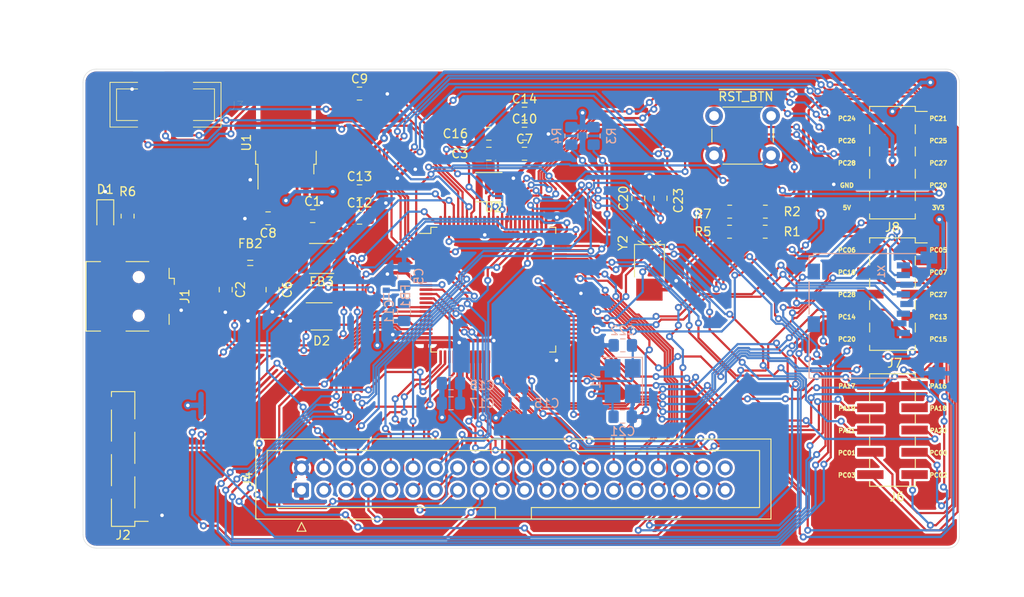
<source format=kicad_pcb>
(kicad_pcb (version 20171130) (host pcbnew 5.1.8)

  (general
    (thickness 1.6)
    (drawings 47)
    (tracks 1743)
    (zones 0)
    (modules 47)
    (nets 93)
  )

  (page A4)
  (layers
    (0 F.Cu signal hide)
    (31 B.Cu signal)
    (32 B.Adhes user hide)
    (33 F.Adhes user hide)
    (34 B.Paste user)
    (35 F.Paste user hide)
    (36 B.SilkS user)
    (37 F.SilkS user hide)
    (38 B.Mask user)
    (39 F.Mask user hide)
    (40 Dwgs.User user hide)
    (41 Cmts.User user)
    (42 Eco1.User user)
    (43 Eco2.User user)
    (44 Edge.Cuts user)
    (45 Margin user hide)
    (46 B.CrtYd user)
    (47 F.CrtYd user hide)
    (48 B.Fab user)
    (49 F.Fab user hide)
  )

  (setup
    (last_trace_width 0.25)
    (trace_clearance 0.0508)
    (zone_clearance 0.254)
    (zone_45_only no)
    (trace_min 0.2)
    (via_size 0.8)
    (via_drill 0.4)
    (via_min_size 0.4)
    (via_min_drill 0.3)
    (uvia_size 0.3)
    (uvia_drill 0.1)
    (uvias_allowed no)
    (uvia_min_size 0.2)
    (uvia_min_drill 0.1)
    (edge_width 0.05)
    (segment_width 0.2)
    (pcb_text_width 0.3)
    (pcb_text_size 1.5 1.5)
    (mod_edge_width 0.12)
    (mod_text_size 1 1)
    (mod_text_width 0.15)
    (pad_size 2 2)
    (pad_drill 1.1)
    (pad_to_mask_clearance 0)
    (aux_axis_origin 0 0)
    (visible_elements FFFFFF7F)
    (pcbplotparams
      (layerselection 0x01c00_7ffffffe)
      (usegerberextensions true)
      (usegerberattributes true)
      (usegerberadvancedattributes true)
      (creategerberjobfile false)
      (excludeedgelayer false)
      (linewidth 0.100000)
      (plotframeref true)
      (viasonmask false)
      (mode 1)
      (useauxorigin false)
      (hpglpennumber 1)
      (hpglpenspeed 20)
      (hpglpendiameter 15.000000)
      (psnegative false)
      (psa4output false)
      (plotreference true)
      (plotvalue true)
      (plotinvisibletext false)
      (padsonsilk false)
      (subtractmaskfromsilk false)
      (outputformat 4)
      (mirror false)
      (drillshape 0)
      (scaleselection 1)
      (outputdirectory "gerbers/"))
  )

  (net 0 "")
  (net 1 GND)
  (net 2 +5V)
  (net 3 /VBUS_USB_RAW)
  (net 4 /VCC_MCU_VDDCORE)
  (net 5 +3V3)
  (net 6 /VCC_MCU_VDDANA)
  (net 7 "Net-(C6-Pad1)")
  (net 8 /~RESET)
  (net 9 /XOUT32)
  (net 10 /XOUT0)
  (net 11 /XIN0)
  (net 12 /XIN32)
  (net 13 "Net-(D1-Pad2)")
  (net 14 /USB_DM)
  (net 15 /USB_DP)
  (net 16 "Net-(J1-Pad6)")
  (net 17 /DBG_TX)
  (net 18 /DBG_RX)
  (net 19 /SWDIO)
  (net 20 /SWCLK)
  (net 21 /SWO)
  (net 22 /~TFT_cRST)
  (net 23 /TFT_D23)
  (net 24 /TFT_D21)
  (net 25 /TFT_D19)
  (net 26 /TFT_D17)
  (net 27 /TFT_D15)
  (net 28 /TFT_D13)
  (net 29 /TFT_D11)
  (net 30 /TFT_D9)
  (net 31 /TFT_D7)
  (net 32 /TFT_D5)
  (net 33 /TFT_D3)
  (net 34 /TFT_D1)
  (net 35 /TFT_TE)
  (net 36 /TFT_WR)
  (net 37 /TFT_DC)
  (net 38 /TFT_GPIO)
  (net 39 /I2C_SDA)
  (net 40 /TFT_WAKE)
  (net 41 /TFT_STANDBY)
  (net 42 /TFT_D22)
  (net 43 /TFT_D20)
  (net 44 /TFT_D18)
  (net 45 /TFT_D16)
  (net 46 /TFT_D14)
  (net 47 /TFT_D12)
  (net 48 /TFT_D10)
  (net 49 /TFT_D8)
  (net 50 /TFT_D6)
  (net 51 /TFT_D4)
  (net 52 /TFT_D2)
  (net 53 /TFT_D0)
  (net 54 /TFT_RD)
  (net 55 /~TFT_CS)
  (net 56 /~TFT_RST)
  (net 57 /TOUCH_INT)
  (net 58 /I2C_SCL)
  (net 59 /SD_CD)
  (net 60 /SD_MISO)
  (net 61 /SD_SCK)
  (net 62 /SD_MOSI)
  (net 63 /~SD_CS)
  (net 64 /DEV_GPIO_10)
  (net 65 /DEV_GPIO_9)
  (net 66 /DEV_GPIO_8)
  (net 67 /DEV_GPIO_7)
  (net 68 /DEV_GPIO_6)
  (net 69 /DEV_GPIO_5)
  (net 70 /DEV_GPIO_4)
  (net 71 /DEV_GPIO_3)
  (net 72 /DEV_GPIO_2)
  (net 73 /DEV_GPIO_1)
  (net 74 /DEV_GPIO_20)
  (net 75 /DEV_GPIO_19)
  (net 76 /DEV_GPIO_18)
  (net 77 /DEV_GPIO_17)
  (net 78 /DEV_GPIO_16)
  (net 79 /DEV_GPIO_15)
  (net 80 /DEV_GPIO_14)
  (net 81 /DEV_GPIO_13)
  (net 82 /DEV_GPIO_12)
  (net 83 /DEV_GPIO_11)
  (net 84 /DEV_GPIO_27)
  (net 85 /DEV_GPIO_26)
  (net 86 /DEV_GPIO_25)
  (net 87 /DEV_GPIO_24)
  (net 88 /DEV_GPIO_23)
  (net 89 /DEV_GPIO_22)
  (net 90 /DEV_GPIO_21)
  (net 91 /VCC_MCU_VSW)
  (net 92 "Net-(R2-Pad2)")

  (net_class Default "This is the default net class."
    (clearance 0.0508)
    (trace_width 0.25)
    (via_dia 0.8)
    (via_drill 0.4)
    (uvia_dia 0.3)
    (uvia_drill 0.1)
    (add_net /VBUS_USB_RAW)
    (add_net "Net-(C6-Pad1)")
  )

  (net_class Default1 ""
    (clearance 0.0508)
    (trace_width 0.25)
    (via_dia 0.8)
    (via_drill 0.4)
    (uvia_dia 0.3)
    (uvia_drill 0.1)
    (add_net /DBG_RX)
    (add_net /DBG_TX)
    (add_net /DEV_GPIO_1)
    (add_net /DEV_GPIO_10)
    (add_net /DEV_GPIO_11)
    (add_net /DEV_GPIO_12)
    (add_net /DEV_GPIO_13)
    (add_net /DEV_GPIO_14)
    (add_net /DEV_GPIO_15)
    (add_net /DEV_GPIO_16)
    (add_net /DEV_GPIO_17)
    (add_net /DEV_GPIO_18)
    (add_net /DEV_GPIO_19)
    (add_net /DEV_GPIO_2)
    (add_net /DEV_GPIO_20)
    (add_net /DEV_GPIO_21)
    (add_net /DEV_GPIO_22)
    (add_net /DEV_GPIO_23)
    (add_net /DEV_GPIO_24)
    (add_net /DEV_GPIO_25)
    (add_net /DEV_GPIO_26)
    (add_net /DEV_GPIO_27)
    (add_net /DEV_GPIO_3)
    (add_net /DEV_GPIO_4)
    (add_net /DEV_GPIO_5)
    (add_net /DEV_GPIO_6)
    (add_net /DEV_GPIO_7)
    (add_net /DEV_GPIO_8)
    (add_net /DEV_GPIO_9)
    (add_net /I2C_SCL)
    (add_net /I2C_SDA)
    (add_net /SD_CD)
    (add_net /SD_MISO)
    (add_net /SD_MOSI)
    (add_net /SD_SCK)
    (add_net /SWCLK)
    (add_net /SWDIO)
    (add_net /SWO)
    (add_net /TFT_D0)
    (add_net /TFT_D1)
    (add_net /TFT_D10)
    (add_net /TFT_D11)
    (add_net /TFT_D12)
    (add_net /TFT_D13)
    (add_net /TFT_D14)
    (add_net /TFT_D15)
    (add_net /TFT_D16)
    (add_net /TFT_D17)
    (add_net /TFT_D18)
    (add_net /TFT_D19)
    (add_net /TFT_D2)
    (add_net /TFT_D20)
    (add_net /TFT_D21)
    (add_net /TFT_D22)
    (add_net /TFT_D23)
    (add_net /TFT_D3)
    (add_net /TFT_D4)
    (add_net /TFT_D5)
    (add_net /TFT_D6)
    (add_net /TFT_D7)
    (add_net /TFT_D8)
    (add_net /TFT_D9)
    (add_net /TFT_DC)
    (add_net /TFT_GPIO)
    (add_net /TFT_RD)
    (add_net /TFT_STANDBY)
    (add_net /TFT_TE)
    (add_net /TFT_WAKE)
    (add_net /TFT_WR)
    (add_net /TOUCH_INT)
    (add_net /USB_DM)
    (add_net /USB_DP)
    (add_net /VCC_MCU_VDDANA)
    (add_net /VCC_MCU_VDDCORE)
    (add_net /VCC_MCU_VSW)
    (add_net /XIN0)
    (add_net /XIN32)
    (add_net /XOUT0)
    (add_net /XOUT32)
    (add_net /~RESET)
    (add_net /~SD_CS)
    (add_net /~TFT_CS)
    (add_net /~TFT_RST)
    (add_net /~TFT_cRST)
    (add_net "Net-(D1-Pad2)")
    (add_net "Net-(J1-Pad6)")
    (add_net "Net-(R2-Pad2)")
  )

  (net_class Power ""
    (clearance 0.0508)
    (trace_width 0.4064)
    (via_dia 0.889)
    (via_drill 0.4064)
    (uvia_dia 0.3)
    (uvia_drill 0.1)
    (add_net +3V3)
    (add_net +5V)
    (add_net GND)
  )

  (module plib:MICROSD (layer B.Cu) (tedit 0) (tstamp 5FBE7D47)
    (at 177.292 91.44 270)
    (descr "Courtesy: Adafruit Industries")
    (path /5FC4F751)
    (fp_text reference X1 (at 1.18 -7.69 270) (layer B.SilkS)
      (effects (font (size 0.77216 0.77216) (thickness 0.146304)) (justify left top mirror))
    )
    (fp_text value MICROSD (at 1.18 -8.833 270) (layer B.Fab)
      (effects (font (size 0.38608 0.38608) (thickness 0.04064)) (justify left top mirror))
    )
    (fp_line (start 14.04 0.03) (end 13.39 0.03) (layer B.Fab) (width 0.1))
    (fp_line (start 13.39 0.03) (end 13.39 -0.27) (layer B.Fab) (width 0.1))
    (fp_line (start 12.99 -0.27) (end 12.99 0.03) (layer B.Fab) (width 0.1))
    (fp_line (start 12.99 0.03) (end 10.79 0.03) (layer B.Fab) (width 0.1))
    (fp_line (start 10.79 0.03) (end 10.79 -0.27) (layer B.Fab) (width 0.1))
    (fp_line (start 10.39 -0.27) (end 10.39 0.03) (layer B.Fab) (width 0.1))
    (fp_line (start 10.39 0.03) (end 2.79 0.03) (layer B.Fab) (width 0.1))
    (fp_line (start 2.79 0.03) (end 1.39 0.03) (layer B.Fab) (width 0.1))
    (fp_line (start 1.39 0.03) (end 0.29 0.03) (layer B.Fab) (width 0.1))
    (fp_line (start 0.29 0.03) (end 0.29 -0.47) (layer B.Fab) (width 0.1))
    (fp_line (start 0.29 -0.47) (end 0.04 -0.47) (layer B.Fab) (width 0.1))
    (fp_line (start 0.04 -0.47) (end 0.04 -1.72) (layer B.Fab) (width 0.1))
    (fp_line (start 0.04 -1.72) (end -0.01 -1.72) (layer B.Fab) (width 0.1))
    (fp_line (start -0.01 -1.72) (end -0.01 -3.07) (layer B.Fab) (width 0.1))
    (fp_line (start -0.01 -3.07) (end 0.04 -3.07) (layer B.Fab) (width 0.1))
    (fp_line (start 0.04 -3.07) (end 0.04 -8.12) (layer B.Fab) (width 0.1))
    (fp_line (start 0.04 -8.12) (end -0.01 -8.12) (layer B.Fab) (width 0.1))
    (fp_line (start -0.01 -8.12) (end -0.01 -9.42) (layer B.Fab) (width 0.1))
    (fp_line (start -0.01 -9.42) (end 0.04 -9.42) (layer B.Fab) (width 0.1))
    (fp_line (start 0.04 -9.42) (end 0.04 -14.17) (layer B.Fab) (width 0.1))
    (fp_line (start 11.54 -14.27) (end 11.54 -14.52) (layer B.Fab) (width 0.1))
    (fp_line (start 11.54 -14.52) (end 11.54 -14.87) (layer B.Fab) (width 0.1))
    (fp_line (start 11.79 -15.12) (end 13.34 -15.12) (layer B.Fab) (width 0.1))
    (fp_line (start 13.34 -15.12) (end 13.74 -15.12) (layer B.Fab) (width 0.1))
    (fp_line (start 13.99 -14.87) (end 13.99 -14.07) (layer B.Fab) (width 0.1))
    (fp_line (start 13.74 -13.82) (end 13.34 -13.82) (layer B.Fab) (width 0.1))
    (fp_line (start 13.34 -13.82) (end 13.14 -13.82) (layer B.Fab) (width 0.1))
    (fp_line (start 13.14 -13.42) (end 14.04 -13.42) (layer B.Fab) (width 0.1))
    (fp_line (start 14.04 -13.42) (end 14.04 -12.52) (layer B.Fab) (width 0.1))
    (fp_line (start 14.04 -12.52) (end 14.09 -12.52) (layer B.Fab) (width 0.1))
    (fp_line (start 14.09 -12.52) (end 14.09 -11.52) (layer B.Fab) (width 0.1))
    (fp_line (start 14.09 -11.52) (end 14.04 -11.52) (layer B.Fab) (width 0.1))
    (fp_line (start 14.04 -11.52) (end 14.04 -8.57) (layer B.Fab) (width 0.1))
    (fp_line (start 14.04 -8.57) (end 14.09 -8.57) (layer B.Fab) (width 0.1))
    (fp_line (start 14.09 -8.57) (end 14.09 -7.52) (layer B.Fab) (width 0.1))
    (fp_line (start 14.09 -7.52) (end 14.04 -7.52) (layer B.Fab) (width 0.1))
    (fp_line (start 14.04 -7.52) (end 14.04 -6.47) (layer B.Fab) (width 0.1))
    (fp_line (start 14.04 -6.47) (end 14.04 -3.37) (layer B.Fab) (width 0.1))
    (fp_line (start 14.04 -3.37) (end 14.09 -3.37) (layer B.Fab) (width 0.1))
    (fp_line (start 14.09 -3.37) (end 14.09 -2.32) (layer B.Fab) (width 0.1))
    (fp_line (start 14.09 -2.32) (end 14.04 -2.32) (layer B.Fab) (width 0.1))
    (fp_line (start 14.04 -2.32) (end 14.04 0.03) (layer B.Fab) (width 0.1))
    (fp_line (start 11.79 -15.12) (end 10.49 -15.12) (layer B.Fab) (width 0.1))
    (fp_line (start 10.49 -15.12) (end 9.54 -15.12) (layer B.Fab) (width 0.1))
    (fp_line (start 9.54 -15.12) (end 9.54 -13.62) (layer B.Fab) (width 0.1))
    (fp_line (start 10.49 -15.12) (end 10.49 -14.92) (layer B.Fab) (width 0.1))
    (fp_line (start 10.49 -14.92) (end 10.49 -14.72) (layer B.Fab) (width 0.1))
    (fp_line (start 10.49 -14.72) (end 10.49 -14.52) (layer B.Fab) (width 0.1))
    (fp_line (start 10.49 -14.52) (end 10.74 -14.52) (layer B.Fab) (width 0.1))
    (fp_line (start 10.49 -13.87) (end 10.49 -14.22) (layer B.Fab) (width 0.1))
    (fp_line (start 10.49 -14.22) (end 10.99 -14.72) (layer B.Fab) (width 0.1))
    (fp_line (start 10.99 -14.72) (end 11.49 -14.72) (layer B.Fab) (width 0.1))
    (fp_line (start 10.99 -14.72) (end 10.49 -14.72) (layer B.Fab) (width 0.1))
    (fp_line (start 10.49 -14.92) (end 11.34 -14.92) (layer B.Fab) (width 0.1))
    (fp_line (start 11.49 -15.07) (end 11.34 -14.92) (layer B.Fab) (width 0.1))
    (fp_line (start 11.54 -14.52) (end 11.34 -14.52) (layer B.Fab) (width 0.1))
    (fp_line (start 11.34 -14.52) (end 10.84 -13.97) (layer B.Fab) (width 0.1))
    (fp_line (start 13.79 -13.47) (end 13.79 -13.67) (layer B.Fab) (width 0.1))
    (fp_line (start 12.99 -13.67) (end 13.64 -13.67) (layer B.Fab) (width 0.1))
    (fp_line (start 13.64 -13.67) (end 13.79 -13.67) (layer B.Fab) (width 0.1))
    (fp_line (start 13.64 -13.67) (end 13.64 -13.47) (layer B.Fab) (width 0.1))
    (fp_line (start 13.34 -13.82) (end 13.34 -15.12) (layer B.Fab) (width 0.1))
    (fp_line (start 13.94 -15.02) (end 13.94 -14.92) (layer B.Fab) (width 0.1))
    (fp_line (start 13.79 -14.77) (end 13.74 -14.77) (layer B.Fab) (width 0.1))
    (fp_line (start 13.59 -14.62) (end 13.59 -14.32) (layer B.Fab) (width 0.1))
    (fp_line (start 13.74 -14.17) (end 13.79 -14.17) (layer B.Fab) (width 0.1))
    (fp_line (start 14.04 -12.52) (end 13.29 -12.52) (layer B.Fab) (width 0.1))
    (fp_line (start 13.09 -12.32) (end 12.99 -8.12) (layer B.Fab) (width 0.1))
    (fp_line (start 13.39 -7.72) (end 13.39 -7.02) (layer B.Fab) (width 0.1))
    (fp_line (start 13.24 -6.87) (end 12.19 -6.87) (layer B.Fab) (width 0.1))
    (fp_line (start 12.04 -7.02) (end 12.04 -7.82) (layer B.Fab) (width 0.1))
    (fp_line (start 12.19 -7.97) (end 12.24 -7.97) (layer B.Fab) (width 0.1))
    (fp_line (start 12.44 -8.17) (end 12.29 -12.32) (layer B.Fab) (width 0.1))
    (fp_line (start 12.09 -12.52) (end 12.04 -12.52) (layer B.Fab) (width 0.1))
    (fp_line (start 11.84 -12.32) (end 11.84 -8.37) (layer B.Fab) (width 0.1))
    (fp_line (start 11.84 -8.37) (end 11.64 -8.17) (layer B.Fab) (width 0.1))
    (fp_line (start 11.59 -8.12) (end 11.59 -6.82) (layer B.Fab) (width 0.1))
    (fp_line (start 11.94 -6.47) (end 14.04 -6.47) (layer B.Fab) (width 0.1))
    (fp_line (start 5.74 -9.77) (end 6.24 -9.77) (layer B.Fab) (width 0.1))
    (fp_line (start 6.24 -9.77) (end 6.59 -9.77) (layer B.Fab) (width 0.1))
    (fp_line (start 6.59 -9.77) (end 7.69 -9.77) (layer B.Fab) (width 0.1))
    (fp_line (start 7.69 -9.77) (end 8.09 -9.77) (layer B.Fab) (width 0.1))
    (fp_line (start 8.09 -9.77) (end 8.79 -9.77) (layer B.Fab) (width 0.1))
    (fp_line (start 8.79 -9.77) (end 9.04 -9.77) (layer B.Fab) (width 0.1))
    (fp_line (start 9.34 -10.07) (end 9.34 -11.22) (layer B.Fab) (width 0.1))
    (fp_line (start 8.99 -11.57) (end 5.79 -11.57) (layer B.Fab) (width 0.1))
    (fp_line (start 5.44 -11.22) (end 5.44 -10.07) (layer B.Fab) (width 0.1))
    (fp_line (start 1.29 -9.77) (end 1.49 -9.77) (layer B.Fab) (width 0.1))
    (fp_line (start 1.49 -9.77) (end 2.19 -9.77) (layer B.Fab) (width 0.1))
    (fp_line (start 2.19 -9.77) (end 2.59 -9.77) (layer B.Fab) (width 0.1))
    (fp_line (start 2.59 -9.77) (end 2.94 -9.77) (layer B.Fab) (width 0.1))
    (fp_line (start 2.94 -9.77) (end 4.04 -9.77) (layer B.Fab) (width 0.1))
    (fp_line (start 4.04 -9.77) (end 4.39 -9.77) (layer B.Fab) (width 0.1))
    (fp_line (start 4.39 -9.77) (end 4.59 -9.77) (layer B.Fab) (width 0.1))
    (fp_line (start 4.84 -10.02) (end 4.84 -11.22) (layer B.Fab) (width 0.1))
    (fp_line (start 4.49 -11.57) (end 1.29 -11.57) (layer B.Fab) (width 0.1))
    (fp_line (start 0.94 -11.22) (end 0.94 -10.12) (layer B.Fab) (width 0.1))
    (fp_line (start 10.19 -3.67) (end 10.29 -3.67) (layer B.Fab) (width 0.1))
    (fp_line (start 10.49 -3.87) (end 10.49 -6.32) (layer B.Fab) (width 0.1))
    (fp_line (start 10.24 -6.57) (end 10.19 -6.57) (layer B.Fab) (width 0.1))
    (fp_line (start 9.99 -6.37) (end 9.99 -3.87) (layer B.Fab) (width 0.1))
    (fp_line (start 1.14 -5.92) (end 1.39 0.03) (layer B.Fab) (width 0.1))
    (fp_line (start 1.44 -0.12) (end 2.79 -0.12) (layer B.Fab) (width 0.1))
    (fp_line (start 2.79 0.03) (end 3.04 -5.87) (layer B.Fab) (width 0.1))
    (fp_line (start 3.04 -5.87) (end 3.04 -5.92) (layer B.Fab) (width 0.1))
    (fp_line (start 2.74 -5.92) (end 2.54 -0.57) (layer B.Fab) (width 0.1))
    (fp_line (start 2.54 -0.57) (end 2.54 -0.52) (layer B.Fab) (width 0.1))
    (fp_line (start 2.34 -0.32) (end 2.34 -1.27) (layer B.Fab) (width 0.1))
    (fp_line (start 2.09 -1.52) (end 2.14 -1.52) (layer B.Fab) (width 0.1))
    (fp_line (start 1.89 -1.27) (end 1.89 -0.32) (layer B.Fab) (width 0.1))
    (fp_line (start 1.69 -0.42) (end 1.69 -0.47) (layer B.Fab) (width 0.1))
    (fp_line (start 1.69 -0.47) (end 1.44 -5.92) (layer B.Fab) (width 0.1))
    (fp_line (start 1.44 -5.92) (end 2.74 -5.92) (layer B.Fab) (width 0.1))
    (fp_line (start 1.69 -0.92) (end 1.39 -0.92) (layer B.Fab) (width 0.1))
    (fp_line (start 2.59 -0.92) (end 2.84 -0.92) (layer B.Fab) (width 0.1))
    (fp_line (start 1.69 -0.77) (end 1.49 -0.77) (layer B.Fab) (width 0.1))
    (fp_line (start 1.49 -0.77) (end 1.49 -0.17) (layer B.Fab) (width 0.1))
    (fp_line (start 2.59 -0.77) (end 2.69 -0.77) (layer B.Fab) (width 0.1))
    (fp_line (start 2.69 -0.77) (end 2.69 -0.17) (layer B.Fab) (width 0.1))
    (fp_line (start 6.84 -5.92) (end 7.09 0.03) (layer B.Fab) (width 0.1))
    (fp_line (start 7.14 -0.12) (end 8.49 -0.12) (layer B.Fab) (width 0.1))
    (fp_line (start 8.49 0.03) (end 8.74 -5.87) (layer B.Fab) (width 0.1))
    (fp_line (start 8.74 -5.87) (end 8.74 -5.92) (layer B.Fab) (width 0.1))
    (fp_line (start 8.44 -5.92) (end 8.24 -0.57) (layer B.Fab) (width 0.1))
    (fp_line (start 8.24 -0.57) (end 8.24 -0.52) (layer B.Fab) (width 0.1))
    (fp_line (start 8.04 -0.32) (end 8.04 -1.27) (layer B.Fab) (width 0.1))
    (fp_line (start 7.79 -1.52) (end 7.84 -1.52) (layer B.Fab) (width 0.1))
    (fp_line (start 7.59 -1.27) (end 7.59 -0.32) (layer B.Fab) (width 0.1))
    (fp_line (start 7.39 -0.42) (end 7.39 -0.47) (layer B.Fab) (width 0.1))
    (fp_line (start 7.39 -0.47) (end 7.14 -5.92) (layer B.Fab) (width 0.1))
    (fp_line (start 7.14 -5.92) (end 8.44 -5.92) (layer B.Fab) (width 0.1))
    (fp_line (start 7.39 -0.92) (end 7.09 -0.92) (layer B.Fab) (width 0.1))
    (fp_line (start 8.29 -0.92) (end 8.54 -0.92) (layer B.Fab) (width 0.1))
    (fp_line (start 7.39 -0.77) (end 7.19 -0.77) (layer B.Fab) (width 0.1))
    (fp_line (start 7.19 -0.77) (end 7.19 -0.17) (layer B.Fab) (width 0.1))
    (fp_line (start 8.29 -0.77) (end 8.39 -0.77) (layer B.Fab) (width 0.1))
    (fp_line (start 8.39 -0.77) (end 8.39 -0.17) (layer B.Fab) (width 0.1))
    (fp_line (start 1.09 -9.82) (end 1.09 -11.17) (layer B.Fab) (width 0.1))
    (fp_line (start 1.09 -11.17) (end 1.49 -11.17) (layer B.Fab) (width 0.1))
    (fp_line (start 1.49 -11.17) (end 1.49 -9.77) (layer B.Fab) (width 0.1))
    (fp_line (start 2.19 -9.77) (end 2.19 -11.17) (layer B.Fab) (width 0.1))
    (fp_line (start 2.19 -11.17) (end 2.59 -11.17) (layer B.Fab) (width 0.1))
    (fp_line (start 2.59 -11.17) (end 2.59 -9.77) (layer B.Fab) (width 0.1))
    (fp_line (start 2.94 -9.77) (end 2.94 -9.97) (layer B.Fab) (width 0.1))
    (fp_line (start 2.94 -9.97) (end 3.29 -9.97) (layer B.Fab) (width 0.1))
    (fp_line (start 3.29 -9.97) (end 3.74 -9.97) (layer B.Fab) (width 0.1))
    (fp_line (start 3.74 -9.97) (end 4.04 -9.97) (layer B.Fab) (width 0.1))
    (fp_line (start 4.04 -9.97) (end 4.04 -9.77) (layer B.Fab) (width 0.1))
    (fp_line (start 3.29 -9.97) (end 3.29 -11.42) (layer B.Fab) (width 0.1))
    (fp_line (start 3.29 -11.42) (end 3.74 -11.42) (layer B.Fab) (width 0.1))
    (fp_line (start 3.74 -11.42) (end 3.74 -9.97) (layer B.Fab) (width 0.1))
    (fp_line (start 4.39 -9.77) (end 4.39 -11.22) (layer B.Fab) (width 0.1))
    (fp_line (start 4.39 -11.22) (end 4.79 -11.22) (layer B.Fab) (width 0.1))
    (fp_line (start 4.79 -11.22) (end 4.79 -9.92) (layer B.Fab) (width 0.1))
    (fp_line (start 5.49 -9.92) (end 5.89 -9.92) (layer B.Fab) (width 0.1))
    (fp_line (start 5.89 -9.92) (end 6.24 -9.92) (layer B.Fab) (width 0.1))
    (fp_line (start 6.24 -9.92) (end 6.24 -9.77) (layer B.Fab) (width 0.1))
    (fp_line (start 5.89 -9.92) (end 5.89 -11.37) (layer B.Fab) (width 0.1))
    (fp_line (start 5.89 -11.37) (end 5.54 -11.37) (layer B.Fab) (width 0.1))
    (fp_line (start 6.59 -9.77) (end 6.59 -11.22) (layer B.Fab) (width 0.1))
    (fp_line (start 6.59 -11.22) (end 6.99 -11.22) (layer B.Fab) (width 0.1))
    (fp_line (start 6.99 -11.22) (end 6.99 -9.82) (layer B.Fab) (width 0.1))
    (fp_line (start 7.69 -9.77) (end 7.69 -10.82) (layer B.Fab) (width 0.1))
    (fp_line (start 7.69 -10.82) (end 8.09 -10.82) (layer B.Fab) (width 0.1))
    (fp_line (start 8.09 -10.82) (end 8.09 -9.77) (layer B.Fab) (width 0.1))
    (fp_line (start 8.79 -9.77) (end 8.79 -11.17) (layer B.Fab) (width 0.1))
    (fp_line (start 8.79 -11.17) (end 9.19 -11.17) (layer B.Fab) (width 0.1))
    (fp_line (start 9.19 -11.17) (end 9.19 -9.82) (layer B.Fab) (width 0.1))
    (fp_line (start 0.34 -14.12) (end 0.34 -15.42) (layer B.Fab) (width 0.1))
    (fp_line (start 1.09 -16.17) (end 10.54 -16.17) (layer B.Fab) (width 0.1))
    (fp_line (start 11.29 -15.42) (end 11.29 -14.12) (layer B.Fab) (width 0.1))
    (fp_line (start 0.29 -15.92) (end 0.29 -16.07) (layer B.Fab) (width 0.1))
    (fp_line (start 1.14 -16.92) (end 10.44 -16.92) (layer B.Fab) (width 0.1))
    (fp_line (start 0.29 -16.72) (end 0.29 -19.52) (layer B.Fab) (width 0.1))
    (fp_line (start 1.14 -20.37) (end 10.44 -20.37) (layer B.Fab) (width 0.1))
    (fp_line (start 11.29 -19.52) (end 11.29 -16.67) (layer B.Fab) (width 0.1))
    (fp_line (start 0.85 0.1) (end 0.2 0.1) (layer B.SilkS) (width 0.127))
    (fp_line (start 0.2 0.1) (end 0.2 -0.4) (layer B.SilkS) (width 0.127))
    (fp_line (start 0.2 -0.4) (end -0.05 -0.4) (layer B.SilkS) (width 0.127))
    (fp_line (start -0.05 -0.4) (end -0.05 -12.35) (layer B.SilkS) (width 0.127))
    (fp_line (start 3.15 0.1) (end 6.85 0.1) (layer B.SilkS) (width 0.127))
    (fp_line (start 9.1 0.1) (end 14.15 0.1) (layer B.SilkS) (width 0.127))
    (fp_line (start 14.15 0.1) (end 14.15 -13.25) (layer B.SilkS) (width 0.127))
    (fp_arc (start 10.44 -19.52) (end 10.44 -20.37) (angle 90) (layer B.Fab) (width 0.1))
    (fp_arc (start 1.14 -19.52) (end 0.29 -19.52) (angle 90) (layer B.Fab) (width 0.1))
    (fp_arc (start 10.44 -16.07) (end 10.44 -16.92) (angle 90) (layer B.Fab) (width 0.1))
    (fp_arc (start 1.14 -16.07) (end 0.29 -16.07) (angle 90) (layer B.Fab) (width 0.1))
    (fp_arc (start 10.54 -15.42) (end 10.54 -16.17) (angle 90) (layer B.Fab) (width 0.1))
    (fp_arc (start 1.09 -15.42) (end 0.34 -15.42) (angle 90) (layer B.Fab) (width 0.1))
    (fp_arc (start 7.54 -0.47) (end 7.59 -0.32) (angle 90) (layer B.Fab) (width 0.1))
    (fp_arc (start 7.84 -1.27) (end 7.84 -1.52) (angle -90) (layer B.Fab) (width 0.1))
    (fp_arc (start 7.79 -1.27) (end 8.04 -1.27) (angle -90) (layer B.Fab) (width 0.1))
    (fp_arc (start 8.04 -0.52) (end 8.24 -0.52) (angle 90) (layer B.Fab) (width 0.1))
    (fp_arc (start 8.59 -5.92) (end 8.59 -6.07) (angle -90) (layer B.Fab) (width 0.1))
    (fp_arc (start 8.59 -5.92) (end 8.74 -5.92) (angle -90) (layer B.Fab) (width 0.1))
    (fp_arc (start 6.99 -5.92) (end 6.99 -6.07) (angle -90) (layer B.Fab) (width 0.1))
    (fp_arc (start 6.99 -5.92) (end 7.14 -5.92) (angle -90) (layer B.Fab) (width 0.1))
    (fp_arc (start 1.84 -0.47) (end 1.89 -0.32) (angle 90) (layer B.Fab) (width 0.1))
    (fp_arc (start 2.14 -1.27) (end 2.14 -1.52) (angle -90) (layer B.Fab) (width 0.1))
    (fp_arc (start 2.09 -1.27) (end 2.34 -1.27) (angle -90) (layer B.Fab) (width 0.1))
    (fp_arc (start 2.34 -0.52) (end 2.54 -0.52) (angle 90) (layer B.Fab) (width 0.1))
    (fp_arc (start 2.89 -5.92) (end 2.89 -6.07) (angle -90) (layer B.Fab) (width 0.1))
    (fp_arc (start 2.89 -5.92) (end 3.04 -5.92) (angle -90) (layer B.Fab) (width 0.1))
    (fp_arc (start 1.29 -5.92) (end 1.29 -6.07) (angle -90) (layer B.Fab) (width 0.1))
    (fp_arc (start 1.29 -5.92) (end 1.44 -5.92) (angle -90) (layer B.Fab) (width 0.1))
    (fp_arc (start 10.19 -6.37) (end 10.19 -6.57) (angle -90) (layer B.Fab) (width 0.1))
    (fp_arc (start 10.24 -6.32) (end 10.49 -6.32) (angle -90) (layer B.Fab) (width 0.1))
    (fp_arc (start 10.29 -3.87) (end 10.29 -3.67) (angle -90) (layer B.Fab) (width 0.1))
    (fp_arc (start 10.19 -3.87) (end 9.99 -3.87) (angle -90) (layer B.Fab) (width 0.1))
    (fp_arc (start 1.29 -10.12) (end 0.94 -10.12) (angle -90) (layer B.Fab) (width 0.1))
    (fp_arc (start 1.29 -11.22) (end 1.29 -11.57) (angle -90) (layer B.Fab) (width 0.1))
    (fp_arc (start 4.49 -11.22) (end 4.84 -11.22) (angle -90) (layer B.Fab) (width 0.1))
    (fp_arc (start 4.59 -10.02) (end 4.59 -9.77) (angle -90) (layer B.Fab) (width 0.1))
    (fp_arc (start 5.74 -10.07) (end 5.44 -10.07) (angle -90) (layer B.Fab) (width 0.1))
    (fp_arc (start 5.79 -11.22) (end 5.79 -11.57) (angle -90) (layer B.Fab) (width 0.1))
    (fp_arc (start 8.99 -11.22) (end 9.34 -11.22) (angle -90) (layer B.Fab) (width 0.1))
    (fp_arc (start 9.04 -10.07) (end 9.04 -9.77) (angle -90) (layer B.Fab) (width 0.1))
    (fp_arc (start 11.94 -6.82) (end 11.59 -6.82) (angle -90) (layer B.Fab) (width 0.1))
    (fp_arc (start 11.64 -8.12) (end 11.64 -8.17) (angle -90) (layer B.Fab) (width 0.1))
    (fp_arc (start 12.04 -12.32) (end 12.04 -12.52) (angle -90) (layer B.Fab) (width 0.1))
    (fp_arc (start 12.09 -12.32) (end 12.29 -12.32) (angle -90) (layer B.Fab) (width 0.1))
    (fp_arc (start 12.24 -8.17) (end 12.24 -7.97) (angle -90) (layer B.Fab) (width 0.1))
    (fp_arc (start 12.19 -7.82) (end 12.04 -7.82) (angle 90) (layer B.Fab) (width 0.1))
    (fp_arc (start 12.19 -7.02) (end 12.19 -6.87) (angle 90) (layer B.Fab) (width 0.1))
    (fp_arc (start 13.24 -7.02) (end 13.39 -7.02) (angle 90) (layer B.Fab) (width 0.1))
    (fp_arc (start 13.14 -7.72) (end 13.14 -7.97) (angle 90) (layer B.Fab) (width 0.1))
    (fp_arc (start 13.14 -8.12) (end 12.99 -8.12) (angle -90) (layer B.Fab) (width 0.1))
    (fp_arc (start 13.29 -12.32) (end 13.29 -12.52) (angle -90) (layer B.Fab) (width 0.1))
    (fp_arc (start 13.74 -14.02) (end 13.94 -14.02) (angle 90) (layer B.Fab) (width 0.1))
    (fp_arc (start 13.79 -14.02) (end 13.79 -14.17) (angle 90) (layer B.Fab) (width 0.1))
    (fp_arc (start 13.74 -14.32) (end 13.59 -14.32) (angle -90) (layer B.Fab) (width 0.1))
    (fp_arc (start 13.74 -14.62) (end 13.74 -14.77) (angle -90) (layer B.Fab) (width 0.1))
    (fp_arc (start 13.79 -14.92) (end 13.94 -14.92) (angle 90) (layer B.Fab) (width 0.1))
    (fp_arc (start 11.49 -14.92) (end 11.34 -14.92) (angle -90) (layer B.Fab) (width 0.1))
    (fp_arc (start 13.14 -13.62) (end 12.94 -13.62) (angle -90) (layer B.Fab) (width 0.1))
    (fp_arc (start 13.14 -13.62) (end 13.14 -13.82) (angle -90) (layer B.Fab) (width 0.1))
    (fp_arc (start 13.74 -14.07) (end 13.99 -14.07) (angle 90) (layer B.Fab) (width 0.1))
    (fp_arc (start 13.74 -14.87) (end 13.94 -15.02) (angle 36.869898) (layer B.Fab) (width 0.1))
    (fp_arc (start 13.739999 -14.869999) (end 13.74 -15.12) (angle 53.130102) (layer B.Fab) (width 0.1))
    (fp_arc (start 11.79 -14.87) (end 11.54 -14.87) (angle 90) (layer B.Fab) (width 0.1))
    (fp_arc (start 11.44 -14.27) (end 11.44 -14.17) (angle -90) (layer B.Fab) (width 0.1))
    (fp_arc (start 5.74 -29.830621) (end 0.04 -14.17) (angle -40) (layer B.Fab) (width 0.1))
    (fp_arc (start 10.59 -0.27) (end 10.59 -0.47) (angle -90) (layer B.Fab) (width 0.1))
    (fp_arc (start 10.59 -0.27) (end 10.79 -0.27) (angle -90) (layer B.Fab) (width 0.1))
    (fp_arc (start 13.19 -0.27) (end 13.19 -0.47) (angle -90) (layer B.Fab) (width 0.1))
    (fp_arc (start 13.19 -0.27) (end 13.39 -0.27) (angle -90) (layer B.Fab) (width 0.1))
    (pad 1 smd rect (at 9 -10.64 270) (size 0.7 1.5) (layers B.Cu B.Paste B.Mask)
      (solder_mask_margin 0.0508))
    (pad 2 smd rect (at 7.9 -10.24 270) (size 0.7 1.5) (layers B.Cu B.Paste B.Mask)
      (net 63 /~SD_CS) (solder_mask_margin 0.0508))
    (pad 3 smd rect (at 6.8 -10.64 270) (size 0.7 1.5) (layers B.Cu B.Paste B.Mask)
      (net 62 /SD_MOSI) (solder_mask_margin 0.0508))
    (pad 4 smd rect (at 5.7 -11.04 270) (size 0.7 1.5) (layers B.Cu B.Paste B.Mask)
      (net 5 +3V3) (solder_mask_margin 0.0508))
    (pad 5 smd rect (at 4.6 -10.64 270) (size 0.7 1.5) (layers B.Cu B.Paste B.Mask)
      (net 61 /SD_SCK) (solder_mask_margin 0.0508))
    (pad 6 smd rect (at 3.5 -11.04 270) (size 0.7 1.5) (layers B.Cu B.Paste B.Mask)
      (net 1 GND) (solder_mask_margin 0.0508))
    (pad 7 smd rect (at 2.4 -10.64 270) (size 0.7 1.5) (layers B.Cu B.Paste B.Mask)
      (net 60 /SD_MISO) (solder_mask_margin 0.0508))
    (pad 8 smd rect (at 1.3 -10.64 270) (size 0.7 1.5) (layers B.Cu B.Paste B.Mask)
      (solder_mask_margin 0.0508))
    (pad CD2 smd rect (at 8 -0.44 180) (size 1.4 1.8) (layers B.Cu B.Paste B.Mask)
      (solder_mask_margin 0.0508))
    (pad CD1 smd rect (at 2 -0.44 180) (size 1.4 1.8) (layers B.Cu B.Paste B.Mask)
      (net 59 /SD_CD) (solder_mask_margin 0.0508))
    (pad MT2 smd rect (at 13.6 -14.44 270) (size 1.4 1.9) (layers B.Cu B.Paste B.Mask)
      (net 1 GND) (solder_mask_margin 0.0508))
    (pad MT1 smd rect (at 0.4 -13.54 270) (size 1.4 1.9) (layers B.Cu B.Paste B.Mask)
      (net 1 GND) (solder_mask_margin 0.0508))
  )

  (module Connector_PinHeader_2.54mm:PinHeader_1x06_P2.54mm_Vertical_SMD_Pin1Left (layer F.Cu) (tedit 59FED5CC) (tstamp 5FBC9952)
    (at 99.06 114.808 180)
    (descr "surface-mounted straight pin header, 1x06, 2.54mm pitch, single row, style 1 (pin 1 left)")
    (tags "Surface mounted pin header SMD 1x06 2.54mm single row style1 pin1 left")
    (path /603F710A)
    (attr smd)
    (fp_text reference J2 (at 0 -8.68) (layer F.SilkS)
      (effects (font (size 1 1) (thickness 0.15)))
    )
    (fp_text value FTDI_Header (at 0 8.68) (layer F.Fab)
      (effects (font (size 1 1) (thickness 0.15)))
    )
    (fp_line (start 3.45 -8.15) (end -3.45 -8.15) (layer F.CrtYd) (width 0.05))
    (fp_line (start 3.45 8.15) (end 3.45 -8.15) (layer F.CrtYd) (width 0.05))
    (fp_line (start -3.45 8.15) (end 3.45 8.15) (layer F.CrtYd) (width 0.05))
    (fp_line (start -3.45 -8.15) (end -3.45 8.15) (layer F.CrtYd) (width 0.05))
    (fp_line (start -1.33 4.57) (end -1.33 7.68) (layer F.SilkS) (width 0.12))
    (fp_line (start -1.33 -0.51) (end -1.33 3.05) (layer F.SilkS) (width 0.12))
    (fp_line (start -1.33 -5.59) (end -1.33 -2.03) (layer F.SilkS) (width 0.12))
    (fp_line (start 1.33 2.03) (end 1.33 5.59) (layer F.SilkS) (width 0.12))
    (fp_line (start 1.33 -3.05) (end 1.33 0.51) (layer F.SilkS) (width 0.12))
    (fp_line (start 1.33 7.11) (end 1.33 7.68) (layer F.SilkS) (width 0.12))
    (fp_line (start -1.33 -7.68) (end -1.33 -7.11) (layer F.SilkS) (width 0.12))
    (fp_line (start -1.33 -7.11) (end -2.85 -7.11) (layer F.SilkS) (width 0.12))
    (fp_line (start 1.33 -7.68) (end 1.33 -4.57) (layer F.SilkS) (width 0.12))
    (fp_line (start -1.33 7.68) (end 1.33 7.68) (layer F.SilkS) (width 0.12))
    (fp_line (start -1.33 -7.68) (end 1.33 -7.68) (layer F.SilkS) (width 0.12))
    (fp_line (start 2.54 6.67) (end 1.27 6.67) (layer F.Fab) (width 0.1))
    (fp_line (start 2.54 6.03) (end 2.54 6.67) (layer F.Fab) (width 0.1))
    (fp_line (start 1.27 6.03) (end 2.54 6.03) (layer F.Fab) (width 0.1))
    (fp_line (start 2.54 1.59) (end 1.27 1.59) (layer F.Fab) (width 0.1))
    (fp_line (start 2.54 0.95) (end 2.54 1.59) (layer F.Fab) (width 0.1))
    (fp_line (start 1.27 0.95) (end 2.54 0.95) (layer F.Fab) (width 0.1))
    (fp_line (start 2.54 -3.49) (end 1.27 -3.49) (layer F.Fab) (width 0.1))
    (fp_line (start 2.54 -4.13) (end 2.54 -3.49) (layer F.Fab) (width 0.1))
    (fp_line (start 1.27 -4.13) (end 2.54 -4.13) (layer F.Fab) (width 0.1))
    (fp_line (start -2.54 4.13) (end -1.27 4.13) (layer F.Fab) (width 0.1))
    (fp_line (start -2.54 3.49) (end -2.54 4.13) (layer F.Fab) (width 0.1))
    (fp_line (start -1.27 3.49) (end -2.54 3.49) (layer F.Fab) (width 0.1))
    (fp_line (start -2.54 -0.95) (end -1.27 -0.95) (layer F.Fab) (width 0.1))
    (fp_line (start -2.54 -1.59) (end -2.54 -0.95) (layer F.Fab) (width 0.1))
    (fp_line (start -1.27 -1.59) (end -2.54 -1.59) (layer F.Fab) (width 0.1))
    (fp_line (start -2.54 -6.03) (end -1.27 -6.03) (layer F.Fab) (width 0.1))
    (fp_line (start -2.54 -6.67) (end -2.54 -6.03) (layer F.Fab) (width 0.1))
    (fp_line (start -1.27 -6.67) (end -2.54 -6.67) (layer F.Fab) (width 0.1))
    (fp_line (start 1.27 -7.62) (end 1.27 7.62) (layer F.Fab) (width 0.1))
    (fp_line (start -1.27 -6.67) (end -0.32 -7.62) (layer F.Fab) (width 0.1))
    (fp_line (start -1.27 7.62) (end -1.27 -6.67) (layer F.Fab) (width 0.1))
    (fp_line (start -0.32 -7.62) (end 1.27 -7.62) (layer F.Fab) (width 0.1))
    (fp_line (start 1.27 7.62) (end -1.27 7.62) (layer F.Fab) (width 0.1))
    (fp_text user %R (at 0 0 90) (layer F.Fab)
      (effects (font (size 1 1) (thickness 0.15)))
    )
    (pad 6 smd rect (at 1.655 6.35 180) (size 2.51 1) (layers F.Cu F.Paste F.Mask))
    (pad 4 smd rect (at 1.655 1.27 180) (size 2.51 1) (layers F.Cu F.Paste F.Mask)
      (net 18 /DBG_RX))
    (pad 2 smd rect (at 1.655 -3.81 180) (size 2.51 1) (layers F.Cu F.Paste F.Mask))
    (pad 5 smd rect (at -1.655 3.81 180) (size 2.51 1) (layers F.Cu F.Paste F.Mask)
      (net 17 /DBG_TX))
    (pad 3 smd rect (at -1.655 -1.27 180) (size 2.51 1) (layers F.Cu F.Paste F.Mask))
    (pad 1 smd rect (at -1.655 -6.35 180) (size 2.51 1) (layers F.Cu F.Paste F.Mask)
      (net 1 GND))
    (model ${KISYS3DMOD}/Connector_PinHeader_2.54mm.3dshapes/PinHeader_1x06_P2.54mm_Vertical_SMD_Pin1Left.wrl
      (at (xyz 0 0 0))
      (scale (xyz 1 1 1))
      (rotate (xyz 0 0 0))
    )
  )

  (module Connector_PinSocket_2.54mm:PinSocket_2x05_P2.54mm_Vertical_SMD (layer F.Cu) (tedit 5A19A425) (tstamp 5FBD2C50)
    (at 186.69 81.026)
    (descr "surface-mounted straight socket strip, 2x05, 2.54mm pitch, double cols (from Kicad 4.0.7), script generated")
    (tags "Surface mounted socket strip SMD 2x05 2.54mm double row")
    (path /60C2016A)
    (attr smd)
    (fp_text reference J8 (at 0 7.366) (layer F.SilkS)
      (effects (font (size 1 1) (thickness 0.15)))
    )
    (fp_text value DEV_IO_1 (at 0 7.85) (layer F.Fab)
      (effects (font (size 1 1) (thickness 0.15)))
    )
    (fp_line (start -4.55 6.85) (end -4.55 -6.85) (layer F.CrtYd) (width 0.05))
    (fp_line (start 4.5 6.85) (end -4.55 6.85) (layer F.CrtYd) (width 0.05))
    (fp_line (start 4.5 -6.85) (end 4.5 6.85) (layer F.CrtYd) (width 0.05))
    (fp_line (start -4.55 -6.85) (end 4.5 -6.85) (layer F.CrtYd) (width 0.05))
    (fp_line (start 3.92 5.4) (end 2.54 5.4) (layer F.Fab) (width 0.1))
    (fp_line (start 3.92 4.76) (end 3.92 5.4) (layer F.Fab) (width 0.1))
    (fp_line (start 2.54 4.76) (end 3.92 4.76) (layer F.Fab) (width 0.1))
    (fp_line (start -3.92 5.4) (end -3.92 4.76) (layer F.Fab) (width 0.1))
    (fp_line (start -2.54 5.4) (end -3.92 5.4) (layer F.Fab) (width 0.1))
    (fp_line (start -3.92 4.76) (end -2.54 4.76) (layer F.Fab) (width 0.1))
    (fp_line (start 3.92 2.86) (end 2.54 2.86) (layer F.Fab) (width 0.1))
    (fp_line (start 3.92 2.22) (end 3.92 2.86) (layer F.Fab) (width 0.1))
    (fp_line (start 2.54 2.22) (end 3.92 2.22) (layer F.Fab) (width 0.1))
    (fp_line (start -3.92 2.86) (end -3.92 2.22) (layer F.Fab) (width 0.1))
    (fp_line (start -2.54 2.86) (end -3.92 2.86) (layer F.Fab) (width 0.1))
    (fp_line (start -3.92 2.22) (end -2.54 2.22) (layer F.Fab) (width 0.1))
    (fp_line (start 3.92 0.32) (end 2.54 0.32) (layer F.Fab) (width 0.1))
    (fp_line (start 3.92 -0.32) (end 3.92 0.32) (layer F.Fab) (width 0.1))
    (fp_line (start 2.54 -0.32) (end 3.92 -0.32) (layer F.Fab) (width 0.1))
    (fp_line (start -3.92 0.32) (end -3.92 -0.32) (layer F.Fab) (width 0.1))
    (fp_line (start -2.54 0.32) (end -3.92 0.32) (layer F.Fab) (width 0.1))
    (fp_line (start -3.92 -0.32) (end -2.54 -0.32) (layer F.Fab) (width 0.1))
    (fp_line (start 3.92 -2.22) (end 2.54 -2.22) (layer F.Fab) (width 0.1))
    (fp_line (start 3.92 -2.86) (end 3.92 -2.22) (layer F.Fab) (width 0.1))
    (fp_line (start 2.54 -2.86) (end 3.92 -2.86) (layer F.Fab) (width 0.1))
    (fp_line (start -3.92 -2.22) (end -3.92 -2.86) (layer F.Fab) (width 0.1))
    (fp_line (start -2.54 -2.22) (end -3.92 -2.22) (layer F.Fab) (width 0.1))
    (fp_line (start -3.92 -2.86) (end -2.54 -2.86) (layer F.Fab) (width 0.1))
    (fp_line (start 3.92 -4.76) (end 2.54 -4.76) (layer F.Fab) (width 0.1))
    (fp_line (start 3.92 -5.4) (end 3.92 -4.76) (layer F.Fab) (width 0.1))
    (fp_line (start 2.54 -5.4) (end 3.92 -5.4) (layer F.Fab) (width 0.1))
    (fp_line (start -3.92 -4.76) (end -3.92 -5.4) (layer F.Fab) (width 0.1))
    (fp_line (start -2.54 -4.76) (end -3.92 -4.76) (layer F.Fab) (width 0.1))
    (fp_line (start -3.92 -5.4) (end -2.54 -5.4) (layer F.Fab) (width 0.1))
    (fp_line (start -2.54 6.35) (end -2.54 -6.35) (layer F.Fab) (width 0.1))
    (fp_line (start 2.54 6.35) (end -2.54 6.35) (layer F.Fab) (width 0.1))
    (fp_line (start 2.54 -5.35) (end 2.54 6.35) (layer F.Fab) (width 0.1))
    (fp_line (start 1.54 -6.35) (end 2.54 -5.35) (layer F.Fab) (width 0.1))
    (fp_line (start -2.54 -6.35) (end 1.54 -6.35) (layer F.Fab) (width 0.1))
    (fp_line (start 2.6 -5.84) (end 3.96 -5.84) (layer F.SilkS) (width 0.12))
    (fp_line (start -2.6 5.84) (end -2.6 6.41) (layer F.SilkS) (width 0.12))
    (fp_line (start -2.6 3.3) (end -2.6 4.32) (layer F.SilkS) (width 0.12))
    (fp_line (start -2.6 0.76) (end -2.6 1.78) (layer F.SilkS) (width 0.12))
    (fp_line (start -2.6 -1.78) (end -2.6 -0.76) (layer F.SilkS) (width 0.12))
    (fp_line (start -2.6 -4.32) (end -2.6 -3.3) (layer F.SilkS) (width 0.12))
    (fp_line (start -2.6 -6.41) (end -2.6 -5.84) (layer F.SilkS) (width 0.12))
    (fp_line (start -2.6 6.41) (end 2.6 6.41) (layer F.SilkS) (width 0.12))
    (fp_line (start 2.6 5.84) (end 2.6 6.41) (layer F.SilkS) (width 0.12))
    (fp_line (start 2.6 3.3) (end 2.6 4.32) (layer F.SilkS) (width 0.12))
    (fp_line (start 2.6 0.76) (end 2.6 1.78) (layer F.SilkS) (width 0.12))
    (fp_line (start 2.6 -1.78) (end 2.6 -0.76) (layer F.SilkS) (width 0.12))
    (fp_line (start 2.6 -4.32) (end 2.6 -3.3) (layer F.SilkS) (width 0.12))
    (fp_line (start 2.6 -6.41) (end 2.6 -5.84) (layer F.SilkS) (width 0.12))
    (fp_line (start -2.6 -6.41) (end 2.6 -6.41) (layer F.SilkS) (width 0.12))
    (fp_text user %R (at 0 0 90) (layer F.Fab)
      (effects (font (size 1 1) (thickness 0.15)))
    )
    (pad 10 smd rect (at -2.52 5.08) (size 3 1) (layers F.Cu F.Paste F.Mask)
      (net 2 +5V))
    (pad 9 smd rect (at 2.52 5.08) (size 3 1) (layers F.Cu F.Paste F.Mask)
      (net 5 +3V3))
    (pad 8 smd rect (at -2.52 2.54) (size 3 1) (layers F.Cu F.Paste F.Mask)
      (net 1 GND))
    (pad 7 smd rect (at 2.52 2.54) (size 3 1) (layers F.Cu F.Paste F.Mask)
      (net 84 /DEV_GPIO_27))
    (pad 6 smd rect (at -2.52 0) (size 3 1) (layers F.Cu F.Paste F.Mask)
      (net 85 /DEV_GPIO_26))
    (pad 5 smd rect (at 2.52 0) (size 3 1) (layers F.Cu F.Paste F.Mask)
      (net 86 /DEV_GPIO_25))
    (pad 4 smd rect (at -2.52 -2.54) (size 3 1) (layers F.Cu F.Paste F.Mask)
      (net 87 /DEV_GPIO_24))
    (pad 3 smd rect (at 2.52 -2.54) (size 3 1) (layers F.Cu F.Paste F.Mask)
      (net 88 /DEV_GPIO_23))
    (pad 2 smd rect (at -2.52 -5.08) (size 3 1) (layers F.Cu F.Paste F.Mask)
      (net 89 /DEV_GPIO_22))
    (pad 1 smd rect (at 2.52 -5.08) (size 3 1) (layers F.Cu F.Paste F.Mask)
      (net 90 /DEV_GPIO_21))
    (model ${KISYS3DMOD}/Connector_PinSocket_2.54mm.3dshapes/PinSocket_2x05_P2.54mm_Vertical_SMD.wrl
      (at (xyz 0 0 0))
      (scale (xyz 1 1 1))
      (rotate (xyz 0 0 0))
    )
  )

  (module Connector_PinSocket_2.54mm:PinSocket_2x05_P2.54mm_Vertical_SMD (layer F.Cu) (tedit 5A19A425) (tstamp 5FBD2C30)
    (at 186.69 96.012)
    (descr "surface-mounted straight socket strip, 2x05, 2.54mm pitch, double cols (from Kicad 4.0.7), script generated")
    (tags "Surface mounted socket strip SMD 2x05 2.54mm double row")
    (path /60BF1379)
    (attr smd)
    (fp_text reference J7 (at 0.254 7.874) (layer F.SilkS)
      (effects (font (size 1 1) (thickness 0.15)))
    )
    (fp_text value DEV_IO_1 (at 0 7.85) (layer F.Fab)
      (effects (font (size 1 1) (thickness 0.15)))
    )
    (fp_line (start -4.55 6.85) (end -4.55 -6.85) (layer F.CrtYd) (width 0.05))
    (fp_line (start 4.5 6.85) (end -4.55 6.85) (layer F.CrtYd) (width 0.05))
    (fp_line (start 4.5 -6.85) (end 4.5 6.85) (layer F.CrtYd) (width 0.05))
    (fp_line (start -4.55 -6.85) (end 4.5 -6.85) (layer F.CrtYd) (width 0.05))
    (fp_line (start 3.92 5.4) (end 2.54 5.4) (layer F.Fab) (width 0.1))
    (fp_line (start 3.92 4.76) (end 3.92 5.4) (layer F.Fab) (width 0.1))
    (fp_line (start 2.54 4.76) (end 3.92 4.76) (layer F.Fab) (width 0.1))
    (fp_line (start -3.92 5.4) (end -3.92 4.76) (layer F.Fab) (width 0.1))
    (fp_line (start -2.54 5.4) (end -3.92 5.4) (layer F.Fab) (width 0.1))
    (fp_line (start -3.92 4.76) (end -2.54 4.76) (layer F.Fab) (width 0.1))
    (fp_line (start 3.92 2.86) (end 2.54 2.86) (layer F.Fab) (width 0.1))
    (fp_line (start 3.92 2.22) (end 3.92 2.86) (layer F.Fab) (width 0.1))
    (fp_line (start 2.54 2.22) (end 3.92 2.22) (layer F.Fab) (width 0.1))
    (fp_line (start -3.92 2.86) (end -3.92 2.22) (layer F.Fab) (width 0.1))
    (fp_line (start -2.54 2.86) (end -3.92 2.86) (layer F.Fab) (width 0.1))
    (fp_line (start -3.92 2.22) (end -2.54 2.22) (layer F.Fab) (width 0.1))
    (fp_line (start 3.92 0.32) (end 2.54 0.32) (layer F.Fab) (width 0.1))
    (fp_line (start 3.92 -0.32) (end 3.92 0.32) (layer F.Fab) (width 0.1))
    (fp_line (start 2.54 -0.32) (end 3.92 -0.32) (layer F.Fab) (width 0.1))
    (fp_line (start -3.92 0.32) (end -3.92 -0.32) (layer F.Fab) (width 0.1))
    (fp_line (start -2.54 0.32) (end -3.92 0.32) (layer F.Fab) (width 0.1))
    (fp_line (start -3.92 -0.32) (end -2.54 -0.32) (layer F.Fab) (width 0.1))
    (fp_line (start 3.92 -2.22) (end 2.54 -2.22) (layer F.Fab) (width 0.1))
    (fp_line (start 3.92 -2.86) (end 3.92 -2.22) (layer F.Fab) (width 0.1))
    (fp_line (start 2.54 -2.86) (end 3.92 -2.86) (layer F.Fab) (width 0.1))
    (fp_line (start -3.92 -2.22) (end -3.92 -2.86) (layer F.Fab) (width 0.1))
    (fp_line (start -2.54 -2.22) (end -3.92 -2.22) (layer F.Fab) (width 0.1))
    (fp_line (start -3.92 -2.86) (end -2.54 -2.86) (layer F.Fab) (width 0.1))
    (fp_line (start 3.92 -4.76) (end 2.54 -4.76) (layer F.Fab) (width 0.1))
    (fp_line (start 3.92 -5.4) (end 3.92 -4.76) (layer F.Fab) (width 0.1))
    (fp_line (start 2.54 -5.4) (end 3.92 -5.4) (layer F.Fab) (width 0.1))
    (fp_line (start -3.92 -4.76) (end -3.92 -5.4) (layer F.Fab) (width 0.1))
    (fp_line (start -2.54 -4.76) (end -3.92 -4.76) (layer F.Fab) (width 0.1))
    (fp_line (start -3.92 -5.4) (end -2.54 -5.4) (layer F.Fab) (width 0.1))
    (fp_line (start -2.54 6.35) (end -2.54 -6.35) (layer F.Fab) (width 0.1))
    (fp_line (start 2.54 6.35) (end -2.54 6.35) (layer F.Fab) (width 0.1))
    (fp_line (start 2.54 -5.35) (end 2.54 6.35) (layer F.Fab) (width 0.1))
    (fp_line (start 1.54 -6.35) (end 2.54 -5.35) (layer F.Fab) (width 0.1))
    (fp_line (start -2.54 -6.35) (end 1.54 -6.35) (layer F.Fab) (width 0.1))
    (fp_line (start 2.6 -5.84) (end 3.96 -5.84) (layer F.SilkS) (width 0.12))
    (fp_line (start -2.6 5.84) (end -2.6 6.41) (layer F.SilkS) (width 0.12))
    (fp_line (start -2.6 3.3) (end -2.6 4.32) (layer F.SilkS) (width 0.12))
    (fp_line (start -2.6 0.76) (end -2.6 1.78) (layer F.SilkS) (width 0.12))
    (fp_line (start -2.6 -1.78) (end -2.6 -0.76) (layer F.SilkS) (width 0.12))
    (fp_line (start -2.6 -4.32) (end -2.6 -3.3) (layer F.SilkS) (width 0.12))
    (fp_line (start -2.6 -6.41) (end -2.6 -5.84) (layer F.SilkS) (width 0.12))
    (fp_line (start -2.6 6.41) (end 2.6 6.41) (layer F.SilkS) (width 0.12))
    (fp_line (start 2.6 5.84) (end 2.6 6.41) (layer F.SilkS) (width 0.12))
    (fp_line (start 2.6 3.3) (end 2.6 4.32) (layer F.SilkS) (width 0.12))
    (fp_line (start 2.6 0.76) (end 2.6 1.78) (layer F.SilkS) (width 0.12))
    (fp_line (start 2.6 -1.78) (end 2.6 -0.76) (layer F.SilkS) (width 0.12))
    (fp_line (start 2.6 -4.32) (end 2.6 -3.3) (layer F.SilkS) (width 0.12))
    (fp_line (start 2.6 -6.41) (end 2.6 -5.84) (layer F.SilkS) (width 0.12))
    (fp_line (start -2.6 -6.41) (end 2.6 -6.41) (layer F.SilkS) (width 0.12))
    (fp_text user %R (at 0 0 90) (layer F.Fab)
      (effects (font (size 1 1) (thickness 0.15)))
    )
    (pad 10 smd rect (at -2.52 5.08) (size 3 1) (layers F.Cu F.Paste F.Mask)
      (net 74 /DEV_GPIO_20))
    (pad 9 smd rect (at 2.52 5.08) (size 3 1) (layers F.Cu F.Paste F.Mask)
      (net 75 /DEV_GPIO_19))
    (pad 8 smd rect (at -2.52 2.54) (size 3 1) (layers F.Cu F.Paste F.Mask)
      (net 76 /DEV_GPIO_18))
    (pad 7 smd rect (at 2.52 2.54) (size 3 1) (layers F.Cu F.Paste F.Mask)
      (net 77 /DEV_GPIO_17))
    (pad 6 smd rect (at -2.52 0) (size 3 1) (layers F.Cu F.Paste F.Mask)
      (net 78 /DEV_GPIO_16))
    (pad 5 smd rect (at 2.52 0) (size 3 1) (layers F.Cu F.Paste F.Mask)
      (net 79 /DEV_GPIO_15))
    (pad 4 smd rect (at -2.52 -2.54) (size 3 1) (layers F.Cu F.Paste F.Mask)
      (net 80 /DEV_GPIO_14))
    (pad 3 smd rect (at 2.52 -2.54) (size 3 1) (layers F.Cu F.Paste F.Mask)
      (net 81 /DEV_GPIO_13))
    (pad 2 smd rect (at -2.52 -5.08) (size 3 1) (layers F.Cu F.Paste F.Mask)
      (net 82 /DEV_GPIO_12))
    (pad 1 smd rect (at 2.52 -5.08) (size 3 1) (layers F.Cu F.Paste F.Mask)
      (net 83 /DEV_GPIO_11))
    (model ${KISYS3DMOD}/Connector_PinSocket_2.54mm.3dshapes/PinSocket_2x05_P2.54mm_Vertical_SMD.wrl
      (at (xyz 0 0 0))
      (scale (xyz 1 1 1))
      (rotate (xyz 0 0 0))
    )
  )

  (module Connector_PinSocket_2.54mm:PinSocket_2x05_P2.54mm_Vertical_SMD (layer F.Cu) (tedit 5A19A425) (tstamp 5FBD2C10)
    (at 186.69 111.506)
    (descr "surface-mounted straight socket strip, 2x05, 2.54mm pitch, double cols (from Kicad 4.0.7), script generated")
    (tags "Surface mounted socket strip SMD 2x05 2.54mm double row")
    (path /60BA0FC2)
    (attr smd)
    (fp_text reference J6 (at 0.508 7.62) (layer F.SilkS)
      (effects (font (size 1 1) (thickness 0.15)))
    )
    (fp_text value DEV_IO_0 (at 0 7.85) (layer F.Fab)
      (effects (font (size 1 1) (thickness 0.15)))
    )
    (fp_line (start -4.55 6.85) (end -4.55 -6.85) (layer F.CrtYd) (width 0.05))
    (fp_line (start 4.5 6.85) (end -4.55 6.85) (layer F.CrtYd) (width 0.05))
    (fp_line (start 4.5 -6.85) (end 4.5 6.85) (layer F.CrtYd) (width 0.05))
    (fp_line (start -4.55 -6.85) (end 4.5 -6.85) (layer F.CrtYd) (width 0.05))
    (fp_line (start 3.92 5.4) (end 2.54 5.4) (layer F.Fab) (width 0.1))
    (fp_line (start 3.92 4.76) (end 3.92 5.4) (layer F.Fab) (width 0.1))
    (fp_line (start 2.54 4.76) (end 3.92 4.76) (layer F.Fab) (width 0.1))
    (fp_line (start -3.92 5.4) (end -3.92 4.76) (layer F.Fab) (width 0.1))
    (fp_line (start -2.54 5.4) (end -3.92 5.4) (layer F.Fab) (width 0.1))
    (fp_line (start -3.92 4.76) (end -2.54 4.76) (layer F.Fab) (width 0.1))
    (fp_line (start 3.92 2.86) (end 2.54 2.86) (layer F.Fab) (width 0.1))
    (fp_line (start 3.92 2.22) (end 3.92 2.86) (layer F.Fab) (width 0.1))
    (fp_line (start 2.54 2.22) (end 3.92 2.22) (layer F.Fab) (width 0.1))
    (fp_line (start -3.92 2.86) (end -3.92 2.22) (layer F.Fab) (width 0.1))
    (fp_line (start -2.54 2.86) (end -3.92 2.86) (layer F.Fab) (width 0.1))
    (fp_line (start -3.92 2.22) (end -2.54 2.22) (layer F.Fab) (width 0.1))
    (fp_line (start 3.92 0.32) (end 2.54 0.32) (layer F.Fab) (width 0.1))
    (fp_line (start 3.92 -0.32) (end 3.92 0.32) (layer F.Fab) (width 0.1))
    (fp_line (start 2.54 -0.32) (end 3.92 -0.32) (layer F.Fab) (width 0.1))
    (fp_line (start -3.92 0.32) (end -3.92 -0.32) (layer F.Fab) (width 0.1))
    (fp_line (start -2.54 0.32) (end -3.92 0.32) (layer F.Fab) (width 0.1))
    (fp_line (start -3.92 -0.32) (end -2.54 -0.32) (layer F.Fab) (width 0.1))
    (fp_line (start 3.92 -2.22) (end 2.54 -2.22) (layer F.Fab) (width 0.1))
    (fp_line (start 3.92 -2.86) (end 3.92 -2.22) (layer F.Fab) (width 0.1))
    (fp_line (start 2.54 -2.86) (end 3.92 -2.86) (layer F.Fab) (width 0.1))
    (fp_line (start -3.92 -2.22) (end -3.92 -2.86) (layer F.Fab) (width 0.1))
    (fp_line (start -2.54 -2.22) (end -3.92 -2.22) (layer F.Fab) (width 0.1))
    (fp_line (start -3.92 -2.86) (end -2.54 -2.86) (layer F.Fab) (width 0.1))
    (fp_line (start 3.92 -4.76) (end 2.54 -4.76) (layer F.Fab) (width 0.1))
    (fp_line (start 3.92 -5.4) (end 3.92 -4.76) (layer F.Fab) (width 0.1))
    (fp_line (start 2.54 -5.4) (end 3.92 -5.4) (layer F.Fab) (width 0.1))
    (fp_line (start -3.92 -4.76) (end -3.92 -5.4) (layer F.Fab) (width 0.1))
    (fp_line (start -2.54 -4.76) (end -3.92 -4.76) (layer F.Fab) (width 0.1))
    (fp_line (start -3.92 -5.4) (end -2.54 -5.4) (layer F.Fab) (width 0.1))
    (fp_line (start -2.54 6.35) (end -2.54 -6.35) (layer F.Fab) (width 0.1))
    (fp_line (start 2.54 6.35) (end -2.54 6.35) (layer F.Fab) (width 0.1))
    (fp_line (start 2.54 -5.35) (end 2.54 6.35) (layer F.Fab) (width 0.1))
    (fp_line (start 1.54 -6.35) (end 2.54 -5.35) (layer F.Fab) (width 0.1))
    (fp_line (start -2.54 -6.35) (end 1.54 -6.35) (layer F.Fab) (width 0.1))
    (fp_line (start 2.6 -5.84) (end 3.96 -5.84) (layer F.SilkS) (width 0.12))
    (fp_line (start -2.6 5.84) (end -2.6 6.41) (layer F.SilkS) (width 0.12))
    (fp_line (start -2.6 3.3) (end -2.6 4.32) (layer F.SilkS) (width 0.12))
    (fp_line (start -2.6 0.76) (end -2.6 1.78) (layer F.SilkS) (width 0.12))
    (fp_line (start -2.6 -1.78) (end -2.6 -0.76) (layer F.SilkS) (width 0.12))
    (fp_line (start -2.6 -4.32) (end -2.6 -3.3) (layer F.SilkS) (width 0.12))
    (fp_line (start -2.6 -6.41) (end -2.6 -5.84) (layer F.SilkS) (width 0.12))
    (fp_line (start -2.6 6.41) (end 2.6 6.41) (layer F.SilkS) (width 0.12))
    (fp_line (start 2.6 5.84) (end 2.6 6.41) (layer F.SilkS) (width 0.12))
    (fp_line (start 2.6 3.3) (end 2.6 4.32) (layer F.SilkS) (width 0.12))
    (fp_line (start 2.6 0.76) (end 2.6 1.78) (layer F.SilkS) (width 0.12))
    (fp_line (start 2.6 -1.78) (end 2.6 -0.76) (layer F.SilkS) (width 0.12))
    (fp_line (start 2.6 -4.32) (end 2.6 -3.3) (layer F.SilkS) (width 0.12))
    (fp_line (start 2.6 -6.41) (end 2.6 -5.84) (layer F.SilkS) (width 0.12))
    (fp_line (start -2.6 -6.41) (end 2.6 -6.41) (layer F.SilkS) (width 0.12))
    (fp_text user %R (at 0 0 90) (layer F.Fab)
      (effects (font (size 1 1) (thickness 0.15)))
    )
    (pad 10 smd rect (at -2.52 5.08) (size 3 1) (layers F.Cu F.Paste F.Mask)
      (net 64 /DEV_GPIO_10))
    (pad 9 smd rect (at 2.52 5.08) (size 3 1) (layers F.Cu F.Paste F.Mask)
      (net 65 /DEV_GPIO_9))
    (pad 8 smd rect (at -2.52 2.54) (size 3 1) (layers F.Cu F.Paste F.Mask)
      (net 66 /DEV_GPIO_8))
    (pad 7 smd rect (at 2.52 2.54) (size 3 1) (layers F.Cu F.Paste F.Mask)
      (net 67 /DEV_GPIO_7))
    (pad 6 smd rect (at -2.52 0) (size 3 1) (layers F.Cu F.Paste F.Mask)
      (net 68 /DEV_GPIO_6))
    (pad 5 smd rect (at 2.52 0) (size 3 1) (layers F.Cu F.Paste F.Mask)
      (net 69 /DEV_GPIO_5))
    (pad 4 smd rect (at -2.52 -2.54) (size 3 1) (layers F.Cu F.Paste F.Mask)
      (net 70 /DEV_GPIO_4))
    (pad 3 smd rect (at 2.52 -2.54) (size 3 1) (layers F.Cu F.Paste F.Mask)
      (net 71 /DEV_GPIO_3))
    (pad 2 smd rect (at -2.52 -5.08) (size 3 1) (layers F.Cu F.Paste F.Mask)
      (net 72 /DEV_GPIO_2))
    (pad 1 smd rect (at 2.52 -5.08) (size 3 1) (layers F.Cu F.Paste F.Mask)
      (net 73 /DEV_GPIO_1))
    (model ${KISYS3DMOD}/Connector_PinSocket_2.54mm.3dshapes/PinSocket_2x05_P2.54mm_Vertical_SMD.wrl
      (at (xyz 0 0 0))
      (scale (xyz 1 1 1))
      (rotate (xyz 0 0 0))
    )
  )

  (module Crystal:Crystal_SMD_MicroCrystal_MS1V-T1K (layer F.Cu) (tedit 5A1AD604) (tstamp 5FBD2DFE)
    (at 159.004 92.456)
    (descr "SMD Watch Crystal MicroCrystal MS1V-T1K 6.1mm length 2.0mm diameter http://www.microcrystal.com/images/_Product-Documentation/03_TF_metal_Packages/01_Datasheet/MS1V-T1K.pdf")
    (tags ['MS1V-T1K'])
    (path /60E2AE1C)
    (attr smd)
    (fp_text reference Y2 (at -3.02 -2.275 90) (layer F.SilkS)
      (effects (font (size 1 1) (thickness 0.15)))
    )
    (fp_text value Crystal_GND3 (at 3.02 -2.275 90) (layer F.Fab)
      (effects (font (size 1 1) (thickness 0.15)))
    )
    (fp_line (start -1 -1.9) (end -1 4.2) (layer F.Fab) (width 0.1))
    (fp_line (start -1 4.2) (end 1 4.2) (layer F.Fab) (width 0.1))
    (fp_line (start 1 4.2) (end 1 -1.9) (layer F.Fab) (width 0.1))
    (fp_line (start 1 -1.9) (end -1 -1.9) (layer F.Fab) (width 0.1))
    (fp_line (start -0.5 -1.9) (end -1.27 -2.7) (layer F.Fab) (width 0.1))
    (fp_line (start -1.27 -2.7) (end -1.27 -3.5) (layer F.Fab) (width 0.1))
    (fp_line (start 0.5 -1.9) (end 1.27 -2.7) (layer F.Fab) (width 0.1))
    (fp_line (start 1.27 -2.7) (end 1.27 -3.5) (layer F.Fab) (width 0.1))
    (fp_line (start -1.7 1.6) (end -1.7 -2.1) (layer F.SilkS) (width 0.12))
    (fp_line (start -1.7 -2.1) (end 1.7 -2.1) (layer F.SilkS) (width 0.12))
    (fp_line (start 1.7 -2.1) (end 1.7 1.6) (layer F.SilkS) (width 0.12))
    (fp_line (start -0.5 -2.1) (end -1.27 -2.5) (layer F.SilkS) (width 0.12))
    (fp_line (start -1.27 -2.5) (end -1.27 -2.5) (layer F.SilkS) (width 0.12))
    (fp_line (start 0.5 -2.1) (end 1.27 -2.5) (layer F.SilkS) (width 0.12))
    (fp_line (start 1.27 -2.5) (end 1.27 -2.5) (layer F.SilkS) (width 0.12))
    (fp_line (start -2.1 -4.63) (end -2.1 4.57) (layer F.CrtYd) (width 0.05))
    (fp_line (start -2.1 4.57) (end 2.1 4.57) (layer F.CrtYd) (width 0.05))
    (fp_line (start 2.1 4.57) (end 2.1 -4.63) (layer F.CrtYd) (width 0.05))
    (fp_line (start 2.1 -4.63) (end -2.1 -4.63) (layer F.CrtYd) (width 0.05))
    (fp_text user %R (at 0 0.35) (layer F.Fab)
      (effects (font (size 0.6 0.6) (thickness 0.09)))
    )
    (pad 3 smd rect (at 0 3.05) (size 3 2.5) (layers F.Cu F.Paste F.Mask)
      (net 1 GND))
    (pad 2 smd rect (at 1.27 -3.5) (size 1 1.6) (layers F.Cu F.Paste F.Mask)
      (net 12 /XIN32))
    (pad 1 smd rect (at -1.27 -3.5) (size 1 1.6) (layers F.Cu F.Paste F.Mask)
      (net 9 /XOUT32))
    (model ${KISYS3DMOD}/Crystal.3dshapes/Crystal_SMD_MicroCrystal_MS1V-T1K.wrl
      (offset (xyz 0 0.224999996200839 0))
      (scale (xyz 1 1 1))
      (rotate (xyz 0 0 0))
    )
  )

  (module Crystal:Crystal_SMD_3225-4Pin_3.2x2.5mm_HandSoldering (layer B.Cu) (tedit 5A0FD1B2) (tstamp 5FBD2DE3)
    (at 155.956 105.918 270)
    (descr "SMD Crystal SERIES SMD3225/4 http://www.txccrystal.com/images/pdf/7m-accuracy.pdf, hand-soldering, 3.2x2.5mm^2 package")
    (tags "SMD SMT crystal hand-soldering")
    (path /5FE380D8)
    (attr smd)
    (fp_text reference Y1 (at 0 3.05 270) (layer B.SilkS)
      (effects (font (size 1 1) (thickness 0.15)) (justify mirror))
    )
    (fp_text value CX3225CA12000D0KPSC1 (at 0 -3.05 270) (layer B.Fab)
      (effects (font (size 1 1) (thickness 0.15)) (justify mirror))
    )
    (fp_line (start -1.6 1.25) (end -1.6 -1.25) (layer B.Fab) (width 0.1))
    (fp_line (start -1.6 -1.25) (end 1.6 -1.25) (layer B.Fab) (width 0.1))
    (fp_line (start 1.6 -1.25) (end 1.6 1.25) (layer B.Fab) (width 0.1))
    (fp_line (start 1.6 1.25) (end -1.6 1.25) (layer B.Fab) (width 0.1))
    (fp_line (start -1.6 -0.25) (end -0.6 -1.25) (layer B.Fab) (width 0.1))
    (fp_line (start -2.7 2.25) (end -2.7 -2.25) (layer B.SilkS) (width 0.12))
    (fp_line (start -2.7 -2.25) (end 2.7 -2.25) (layer B.SilkS) (width 0.12))
    (fp_line (start -2.8 2.3) (end -2.8 -2.3) (layer B.CrtYd) (width 0.05))
    (fp_line (start -2.8 -2.3) (end 2.8 -2.3) (layer B.CrtYd) (width 0.05))
    (fp_line (start 2.8 -2.3) (end 2.8 2.3) (layer B.CrtYd) (width 0.05))
    (fp_line (start 2.8 2.3) (end -2.8 2.3) (layer B.CrtYd) (width 0.05))
    (fp_text user %R (at 0 0 270) (layer B.Fab)
      (effects (font (size 0.7 0.7) (thickness 0.105)) (justify mirror))
    )
    (pad 4 smd rect (at -1.45 1.15 270) (size 2.1 1.8) (layers B.Cu B.Paste B.Mask)
      (net 1 GND))
    (pad 3 smd rect (at 1.45 1.15 270) (size 2.1 1.8) (layers B.Cu B.Paste B.Mask)
      (net 10 /XOUT0))
    (pad 2 smd rect (at 1.45 -1.15 270) (size 2.1 1.8) (layers B.Cu B.Paste B.Mask)
      (net 1 GND))
    (pad 1 smd rect (at -1.45 -1.15 270) (size 2.1 1.8) (layers B.Cu B.Paste B.Mask)
      (net 11 /XIN0))
    (model ${KISYS3DMOD}/Crystal.3dshapes/Crystal_SMD_3225-4Pin_3.2x2.5mm_HandSoldering.wrl
      (at (xyz 0 0 0))
      (scale (xyz 1 1 1))
      (rotate (xyz 0 0 0))
    )
  )

  (module Package_QFP:TQFP-100_14x14mm_P0.5mm (layer F.Cu) (tedit 5D9F72B1) (tstamp 5FBD2DCF)
    (at 141.224 95.504)
    (descr "TQFP, 100 Pin (http://www.microsemi.com/index.php?option=com_docman&task=doc_download&gid=131095), generated with kicad-footprint-generator ipc_gullwing_generator.py")
    (tags "TQFP QFP")
    (path /5FC80879)
    (attr smd)
    (fp_text reference U2 (at 0 -9.35) (layer F.SilkS)
      (effects (font (size 1 1) (thickness 0.15)))
    )
    (fp_text value ATSAME54N19A-A (at 0 9.35) (layer F.Fab)
      (effects (font (size 1 1) (thickness 0.15)))
    )
    (fp_line (start 6.41 7.11) (end 7.11 7.11) (layer F.SilkS) (width 0.12))
    (fp_line (start 7.11 7.11) (end 7.11 6.41) (layer F.SilkS) (width 0.12))
    (fp_line (start -6.41 7.11) (end -7.11 7.11) (layer F.SilkS) (width 0.12))
    (fp_line (start -7.11 7.11) (end -7.11 6.41) (layer F.SilkS) (width 0.12))
    (fp_line (start 6.41 -7.11) (end 7.11 -7.11) (layer F.SilkS) (width 0.12))
    (fp_line (start 7.11 -7.11) (end 7.11 -6.41) (layer F.SilkS) (width 0.12))
    (fp_line (start -6.41 -7.11) (end -7.11 -7.11) (layer F.SilkS) (width 0.12))
    (fp_line (start -7.11 -7.11) (end -7.11 -6.41) (layer F.SilkS) (width 0.12))
    (fp_line (start -7.11 -6.41) (end -8.4 -6.41) (layer F.SilkS) (width 0.12))
    (fp_line (start -6 -7) (end 7 -7) (layer F.Fab) (width 0.1))
    (fp_line (start 7 -7) (end 7 7) (layer F.Fab) (width 0.1))
    (fp_line (start 7 7) (end -7 7) (layer F.Fab) (width 0.1))
    (fp_line (start -7 7) (end -7 -6) (layer F.Fab) (width 0.1))
    (fp_line (start -7 -6) (end -6 -7) (layer F.Fab) (width 0.1))
    (fp_line (start 0 -8.65) (end -6.4 -8.65) (layer F.CrtYd) (width 0.05))
    (fp_line (start -6.4 -8.65) (end -6.4 -7.25) (layer F.CrtYd) (width 0.05))
    (fp_line (start -6.4 -7.25) (end -7.25 -7.25) (layer F.CrtYd) (width 0.05))
    (fp_line (start -7.25 -7.25) (end -7.25 -6.4) (layer F.CrtYd) (width 0.05))
    (fp_line (start -7.25 -6.4) (end -8.65 -6.4) (layer F.CrtYd) (width 0.05))
    (fp_line (start -8.65 -6.4) (end -8.65 0) (layer F.CrtYd) (width 0.05))
    (fp_line (start 0 -8.65) (end 6.4 -8.65) (layer F.CrtYd) (width 0.05))
    (fp_line (start 6.4 -8.65) (end 6.4 -7.25) (layer F.CrtYd) (width 0.05))
    (fp_line (start 6.4 -7.25) (end 7.25 -7.25) (layer F.CrtYd) (width 0.05))
    (fp_line (start 7.25 -7.25) (end 7.25 -6.4) (layer F.CrtYd) (width 0.05))
    (fp_line (start 7.25 -6.4) (end 8.65 -6.4) (layer F.CrtYd) (width 0.05))
    (fp_line (start 8.65 -6.4) (end 8.65 0) (layer F.CrtYd) (width 0.05))
    (fp_line (start 0 8.65) (end -6.4 8.65) (layer F.CrtYd) (width 0.05))
    (fp_line (start -6.4 8.65) (end -6.4 7.25) (layer F.CrtYd) (width 0.05))
    (fp_line (start -6.4 7.25) (end -7.25 7.25) (layer F.CrtYd) (width 0.05))
    (fp_line (start -7.25 7.25) (end -7.25 6.4) (layer F.CrtYd) (width 0.05))
    (fp_line (start -7.25 6.4) (end -8.65 6.4) (layer F.CrtYd) (width 0.05))
    (fp_line (start -8.65 6.4) (end -8.65 0) (layer F.CrtYd) (width 0.05))
    (fp_line (start 0 8.65) (end 6.4 8.65) (layer F.CrtYd) (width 0.05))
    (fp_line (start 6.4 8.65) (end 6.4 7.25) (layer F.CrtYd) (width 0.05))
    (fp_line (start 6.4 7.25) (end 7.25 7.25) (layer F.CrtYd) (width 0.05))
    (fp_line (start 7.25 7.25) (end 7.25 6.4) (layer F.CrtYd) (width 0.05))
    (fp_line (start 7.25 6.4) (end 8.65 6.4) (layer F.CrtYd) (width 0.05))
    (fp_line (start 8.65 6.4) (end 8.65 0) (layer F.CrtYd) (width 0.05))
    (fp_text user %R (at 0 0) (layer F.Fab)
      (effects (font (size 1 1) (thickness 0.15)))
    )
    (pad 100 smd roundrect (at -6 -7.6625) (size 0.3 1.475) (layers F.Cu F.Paste F.Mask) (roundrect_rratio 0.25)
      (net 33 /TFT_D3))
    (pad 99 smd roundrect (at -5.5 -7.6625) (size 0.3 1.475) (layers F.Cu F.Paste F.Mask) (roundrect_rratio 0.25)
      (net 52 /TFT_D2))
    (pad 98 smd roundrect (at -5 -7.6625) (size 0.3 1.475) (layers F.Cu F.Paste F.Mask) (roundrect_rratio 0.25)
      (net 34 /TFT_D1))
    (pad 97 smd roundrect (at -4.5 -7.6625) (size 0.3 1.475) (layers F.Cu F.Paste F.Mask) (roundrect_rratio 0.25)
      (net 53 /TFT_D0))
    (pad 96 smd roundrect (at -4 -7.6625) (size 0.3 1.475) (layers F.Cu F.Paste F.Mask) (roundrect_rratio 0.25)
      (net 84 /DEV_GPIO_27))
    (pad 95 smd roundrect (at -3.5 -7.6625) (size 0.3 1.475) (layers F.Cu F.Paste F.Mask) (roundrect_rratio 0.25)
      (net 21 /SWO))
    (pad 94 smd roundrect (at -3 -7.6625) (size 0.3 1.475) (layers F.Cu F.Paste F.Mask) (roundrect_rratio 0.25)
      (net 19 /SWDIO))
    (pad 93 smd roundrect (at -2.5 -7.6625) (size 0.3 1.475) (layers F.Cu F.Paste F.Mask) (roundrect_rratio 0.25)
      (net 20 /SWCLK))
    (pad 92 smd roundrect (at -2 -7.6625) (size 0.3 1.475) (layers F.Cu F.Paste F.Mask) (roundrect_rratio 0.25)
      (net 5 +3V3))
    (pad 91 smd roundrect (at -1.5 -7.6625) (size 0.3 1.475) (layers F.Cu F.Paste F.Mask) (roundrect_rratio 0.25)
      (net 91 /VCC_MCU_VSW))
    (pad 90 smd roundrect (at -1 -7.6625) (size 0.3 1.475) (layers F.Cu F.Paste F.Mask) (roundrect_rratio 0.25)
      (net 1 GND))
    (pad 89 smd roundrect (at -0.5 -7.6625) (size 0.3 1.475) (layers F.Cu F.Paste F.Mask) (roundrect_rratio 0.25)
      (net 4 /VCC_MCU_VDDCORE))
    (pad 88 smd roundrect (at 0 -7.6625) (size 0.3 1.475) (layers F.Cu F.Paste F.Mask) (roundrect_rratio 0.25)
      (net 8 /~RESET))
    (pad 87 smd roundrect (at 0.5 -7.6625) (size 0.3 1.475) (layers F.Cu F.Paste F.Mask) (roundrect_rratio 0.25))
    (pad 86 smd roundrect (at 1 -7.6625) (size 0.3 1.475) (layers F.Cu F.Paste F.Mask) (roundrect_rratio 0.25)
      (net 85 /DEV_GPIO_26))
    (pad 85 smd roundrect (at 1.5 -7.6625) (size 0.3 1.475) (layers F.Cu F.Paste F.Mask) (roundrect_rratio 0.25)
      (net 86 /DEV_GPIO_25))
    (pad 84 smd roundrect (at 2 -7.6625) (size 0.3 1.475) (layers F.Cu F.Paste F.Mask) (roundrect_rratio 0.25)
      (net 87 /DEV_GPIO_24))
    (pad 83 smd roundrect (at 2.5 -7.6625) (size 0.3 1.475) (layers F.Cu F.Paste F.Mask) (roundrect_rratio 0.25)
      (net 88 /DEV_GPIO_23))
    (pad 82 smd roundrect (at 3 -7.6625) (size 0.3 1.475) (layers F.Cu F.Paste F.Mask) (roundrect_rratio 0.25)
      (net 89 /DEV_GPIO_22))
    (pad 81 smd roundrect (at 3.5 -7.6625) (size 0.3 1.475) (layers F.Cu F.Paste F.Mask) (roundrect_rratio 0.25)
      (net 54 /TFT_RD))
    (pad 80 smd roundrect (at 4 -7.6625) (size 0.3 1.475) (layers F.Cu F.Paste F.Mask) (roundrect_rratio 0.25)
      (net 36 /TFT_WR))
    (pad 79 smd roundrect (at 4.5 -7.6625) (size 0.3 1.475) (layers F.Cu F.Paste F.Mask) (roundrect_rratio 0.25)
      (net 23 /TFT_D23))
    (pad 78 smd roundrect (at 5 -7.6625) (size 0.3 1.475) (layers F.Cu F.Paste F.Mask) (roundrect_rratio 0.25)
      (net 42 /TFT_D22))
    (pad 77 smd roundrect (at 5.5 -7.6625) (size 0.3 1.475) (layers F.Cu F.Paste F.Mask) (roundrect_rratio 0.25)
      (net 5 +3V3))
    (pad 76 smd roundrect (at 6 -7.6625) (size 0.3 1.475) (layers F.Cu F.Paste F.Mask) (roundrect_rratio 0.25)
      (net 1 GND))
    (pad 75 smd roundrect (at 7.6625 -6) (size 1.475 0.3) (layers F.Cu F.Paste F.Mask) (roundrect_rratio 0.25)
      (net 15 /USB_DP))
    (pad 74 smd roundrect (at 7.6625 -5.5) (size 1.475 0.3) (layers F.Cu F.Paste F.Mask) (roundrect_rratio 0.25)
      (net 14 /USB_DM))
    (pad 73 smd roundrect (at 7.6625 -5) (size 1.475 0.3) (layers F.Cu F.Paste F.Mask) (roundrect_rratio 0.25)
      (net 58 /I2C_SCL))
    (pad 72 smd roundrect (at 7.6625 -4.5) (size 1.475 0.3) (layers F.Cu F.Paste F.Mask) (roundrect_rratio 0.25)
      (net 39 /I2C_SDA))
    (pad 71 smd roundrect (at 7.6625 -4) (size 1.475 0.3) (layers F.Cu F.Paste F.Mask) (roundrect_rratio 0.25)
      (net 68 /DEV_GPIO_6))
    (pad 70 smd roundrect (at 7.6625 -3.5) (size 1.475 0.3) (layers F.Cu F.Paste F.Mask) (roundrect_rratio 0.25)
      (net 69 /DEV_GPIO_5))
    (pad 69 smd roundrect (at 7.6625 -3) (size 1.475 0.3) (layers F.Cu F.Paste F.Mask) (roundrect_rratio 0.25)
      (net 24 /TFT_D21))
    (pad 68 smd roundrect (at 7.6625 -2.5) (size 1.475 0.3) (layers F.Cu F.Paste F.Mask) (roundrect_rratio 0.25)
      (net 43 /TFT_D20))
    (pad 67 smd roundrect (at 7.6625 -2) (size 1.475 0.3) (layers F.Cu F.Paste F.Mask) (roundrect_rratio 0.25)
      (net 25 /TFT_D19))
    (pad 66 smd roundrect (at 7.6625 -1.5) (size 1.475 0.3) (layers F.Cu F.Paste F.Mask) (roundrect_rratio 0.25)
      (net 44 /TFT_D18))
    (pad 65 smd roundrect (at 7.6625 -1) (size 1.475 0.3) (layers F.Cu F.Paste F.Mask) (roundrect_rratio 0.25)
      (net 26 /TFT_D17))
    (pad 64 smd roundrect (at 7.6625 -0.5) (size 1.475 0.3) (layers F.Cu F.Paste F.Mask) (roundrect_rratio 0.25)
      (net 45 /TFT_D16))
    (pad 63 smd roundrect (at 7.6625 0) (size 1.475 0.3) (layers F.Cu F.Paste F.Mask) (roundrect_rratio 0.25)
      (net 5 +3V3))
    (pad 62 smd roundrect (at 7.6625 0.5) (size 1.475 0.3) (layers F.Cu F.Paste F.Mask) (roundrect_rratio 0.25)
      (net 1 GND))
    (pad 61 smd roundrect (at 7.6625 1) (size 1.475 0.3) (layers F.Cu F.Paste F.Mask) (roundrect_rratio 0.25)
      (net 90 /DEV_GPIO_21))
    (pad 60 smd roundrect (at 7.6625 1.5) (size 1.475 0.3) (layers F.Cu F.Paste F.Mask) (roundrect_rratio 0.25)
      (net 74 /DEV_GPIO_20))
    (pad 59 smd roundrect (at 7.6625 2) (size 1.475 0.3) (layers F.Cu F.Paste F.Mask) (roundrect_rratio 0.25)
      (net 63 /~SD_CS))
    (pad 58 smd roundrect (at 7.6625 2.5) (size 1.475 0.3) (layers F.Cu F.Paste F.Mask) (roundrect_rratio 0.25)
      (net 60 /SD_MISO))
    (pad 57 smd roundrect (at 7.6625 3) (size 1.475 0.3) (layers F.Cu F.Paste F.Mask) (roundrect_rratio 0.25)
      (net 61 /SD_SCK))
    (pad 56 smd roundrect (at 7.6625 3.5) (size 1.475 0.3) (layers F.Cu F.Paste F.Mask) (roundrect_rratio 0.25)
      (net 62 /SD_MOSI))
    (pad 55 smd roundrect (at 7.6625 4) (size 1.475 0.3) (layers F.Cu F.Paste F.Mask) (roundrect_rratio 0.25)
      (net 70 /DEV_GPIO_4))
    (pad 54 smd roundrect (at 7.6625 4.5) (size 1.475 0.3) (layers F.Cu F.Paste F.Mask) (roundrect_rratio 0.25)
      (net 71 /DEV_GPIO_3))
    (pad 53 smd roundrect (at 7.6625 5) (size 1.475 0.3) (layers F.Cu F.Paste F.Mask) (roundrect_rratio 0.25)
      (net 72 /DEV_GPIO_2))
    (pad 52 smd roundrect (at 7.6625 5.5) (size 1.475 0.3) (layers F.Cu F.Paste F.Mask) (roundrect_rratio 0.25)
      (net 73 /DEV_GPIO_1))
    (pad 51 smd roundrect (at 7.6625 6) (size 1.475 0.3) (layers F.Cu F.Paste F.Mask) (roundrect_rratio 0.25)
      (net 5 +3V3))
    (pad 50 smd roundrect (at 6 7.6625) (size 0.3 1.475) (layers F.Cu F.Paste F.Mask) (roundrect_rratio 0.25)
      (net 1 GND))
    (pad 49 smd roundrect (at 5.5 7.6625) (size 0.3 1.475) (layers F.Cu F.Paste F.Mask) (roundrect_rratio 0.25)
      (net 10 /XOUT0))
    (pad 48 smd roundrect (at 5 7.6625) (size 0.3 1.475) (layers F.Cu F.Paste F.Mask) (roundrect_rratio 0.25)
      (net 11 /XIN0))
    (pad 47 smd roundrect (at 4.5 7.6625) (size 0.3 1.475) (layers F.Cu F.Paste F.Mask) (roundrect_rratio 0.25))
    (pad 46 smd roundrect (at 4 7.6625) (size 0.3 1.475) (layers F.Cu F.Paste F.Mask) (roundrect_rratio 0.25)
      (net 40 /TFT_WAKE))
    (pad 45 smd roundrect (at 3.5 7.6625) (size 0.3 1.475) (layers F.Cu F.Paste F.Mask) (roundrect_rratio 0.25)
      (net 75 /DEV_GPIO_19))
    (pad 44 smd roundrect (at 3 7.6625) (size 0.3 1.475) (layers F.Cu F.Paste F.Mask) (roundrect_rratio 0.25)
      (net 76 /DEV_GPIO_18))
    (pad 43 smd roundrect (at 2.5 7.6625) (size 0.3 1.475) (layers F.Cu F.Paste F.Mask) (roundrect_rratio 0.25)
      (net 77 /DEV_GPIO_17))
    (pad 42 smd roundrect (at 2 7.6625) (size 0.3 1.475) (layers F.Cu F.Paste F.Mask) (roundrect_rratio 0.25)
      (net 78 /DEV_GPIO_16))
    (pad 41 smd roundrect (at 1.5 7.6625) (size 0.3 1.475) (layers F.Cu F.Paste F.Mask) (roundrect_rratio 0.25)
      (net 79 /DEV_GPIO_15))
    (pad 40 smd roundrect (at 1 7.6625) (size 0.3 1.475) (layers F.Cu F.Paste F.Mask) (roundrect_rratio 0.25)
      (net 80 /DEV_GPIO_14))
    (pad 39 smd roundrect (at 0.5 7.6625) (size 0.3 1.475) (layers F.Cu F.Paste F.Mask) (roundrect_rratio 0.25)
      (net 5 +3V3))
    (pad 38 smd roundrect (at 0 7.6625) (size 0.3 1.475) (layers F.Cu F.Paste F.Mask) (roundrect_rratio 0.25)
      (net 1 GND))
    (pad 37 smd roundrect (at -0.5 7.6625) (size 0.3 1.475) (layers F.Cu F.Paste F.Mask) (roundrect_rratio 0.25)
      (net 27 /TFT_D15))
    (pad 36 smd roundrect (at -1 7.6625) (size 0.3 1.475) (layers F.Cu F.Paste F.Mask) (roundrect_rratio 0.25)
      (net 46 /TFT_D14))
    (pad 35 smd roundrect (at -1.5 7.6625) (size 0.3 1.475) (layers F.Cu F.Paste F.Mask) (roundrect_rratio 0.25)
      (net 28 /TFT_D13))
    (pad 34 smd roundrect (at -2 7.6625) (size 0.3 1.475) (layers F.Cu F.Paste F.Mask) (roundrect_rratio 0.25)
      (net 47 /TFT_D12))
    (pad 33 smd roundrect (at -2.5 7.6625) (size 0.3 1.475) (layers F.Cu F.Paste F.Mask) (roundrect_rratio 0.25)
      (net 29 /TFT_D11))
    (pad 32 smd roundrect (at -3 7.6625) (size 0.3 1.475) (layers F.Cu F.Paste F.Mask) (roundrect_rratio 0.25)
      (net 48 /TFT_D10))
    (pad 31 smd roundrect (at -3.5 7.6625) (size 0.3 1.475) (layers F.Cu F.Paste F.Mask) (roundrect_rratio 0.25)
      (net 1 GND))
    (pad 30 smd roundrect (at -4 7.6625) (size 0.3 1.475) (layers F.Cu F.Paste F.Mask) (roundrect_rratio 0.25)
      (net 5 +3V3))
    (pad 29 smd roundrect (at -4.5 7.6625) (size 0.3 1.475) (layers F.Cu F.Paste F.Mask) (roundrect_rratio 0.25)
      (net 38 /TFT_GPIO))
    (pad 28 smd roundrect (at -5 7.6625) (size 0.3 1.475) (layers F.Cu F.Paste F.Mask) (roundrect_rratio 0.25)
      (net 41 /TFT_STANDBY))
    (pad 27 smd roundrect (at -5.5 7.6625) (size 0.3 1.475) (layers F.Cu F.Paste F.Mask) (roundrect_rratio 0.25)
      (net 37 /TFT_DC))
    (pad 26 smd roundrect (at -6 7.6625) (size 0.3 1.475) (layers F.Cu F.Paste F.Mask) (roundrect_rratio 0.25)
      (net 55 /~TFT_CS))
    (pad 25 smd roundrect (at -7.6625 6) (size 1.475 0.3) (layers F.Cu F.Paste F.Mask) (roundrect_rratio 0.25)
      (net 5 +3V3))
    (pad 24 smd roundrect (at -7.6625 5.5) (size 1.475 0.3) (layers F.Cu F.Paste F.Mask) (roundrect_rratio 0.25)
      (net 1 GND))
    (pad 23 smd roundrect (at -7.6625 5) (size 1.475 0.3) (layers F.Cu F.Paste F.Mask) (roundrect_rratio 0.25)
      (net 81 /DEV_GPIO_13))
    (pad 22 smd roundrect (at -7.6625 4.5) (size 1.475 0.3) (layers F.Cu F.Paste F.Mask) (roundrect_rratio 0.25)
      (net 82 /DEV_GPIO_12))
    (pad 21 smd roundrect (at -7.6625 4) (size 1.475 0.3) (layers F.Cu F.Paste F.Mask) (roundrect_rratio 0.25)
      (net 83 /DEV_GPIO_11))
    (pad 20 smd roundrect (at -7.6625 3.5) (size 1.475 0.3) (layers F.Cu F.Paste F.Mask) (roundrect_rratio 0.25))
    (pad 19 smd roundrect (at -7.6625 3) (size 1.475 0.3) (layers F.Cu F.Paste F.Mask) (roundrect_rratio 0.25)
      (net 59 /SD_CD))
    (pad 18 smd roundrect (at -7.6625 2.5) (size 1.475 0.3) (layers F.Cu F.Paste F.Mask) (roundrect_rratio 0.25)
      (net 18 /DBG_RX))
    (pad 17 smd roundrect (at -7.6625 2) (size 1.475 0.3) (layers F.Cu F.Paste F.Mask) (roundrect_rratio 0.25)
      (net 17 /DBG_TX))
    (pad 16 smd roundrect (at -7.6625 1.5) (size 1.475 0.3) (layers F.Cu F.Paste F.Mask) (roundrect_rratio 0.25)
      (net 30 /TFT_D9))
    (pad 15 smd roundrect (at -7.6625 1) (size 1.475 0.3) (layers F.Cu F.Paste F.Mask) (roundrect_rratio 0.25)
      (net 49 /TFT_D8))
    (pad 14 smd roundrect (at -7.6625 0.5) (size 1.475 0.3) (layers F.Cu F.Paste F.Mask) (roundrect_rratio 0.25)
      (net 31 /TFT_D7))
    (pad 13 smd roundrect (at -7.6625 0) (size 1.475 0.3) (layers F.Cu F.Paste F.Mask) (roundrect_rratio 0.25)
      (net 50 /TFT_D6))
    (pad 12 smd roundrect (at -7.6625 -0.5) (size 1.475 0.3) (layers F.Cu F.Paste F.Mask) (roundrect_rratio 0.25)
      (net 6 /VCC_MCU_VDDANA))
    (pad 11 smd roundrect (at -7.6625 -1) (size 1.475 0.3) (layers F.Cu F.Paste F.Mask) (roundrect_rratio 0.25)
      (net 1 GND))
    (pad 10 smd roundrect (at -7.6625 -1.5) (size 1.475 0.3) (layers F.Cu F.Paste F.Mask) (roundrect_rratio 0.25)
      (net 32 /TFT_D5))
    (pad 9 smd roundrect (at -7.6625 -2) (size 1.475 0.3) (layers F.Cu F.Paste F.Mask) (roundrect_rratio 0.25)
      (net 51 /TFT_D4))
    (pad 8 smd roundrect (at -7.6625 -2.5) (size 1.475 0.3) (layers F.Cu F.Paste F.Mask) (roundrect_rratio 0.25)
      (net 35 /TFT_TE))
    (pad 7 smd roundrect (at -7.6625 -3) (size 1.475 0.3) (layers F.Cu F.Paste F.Mask) (roundrect_rratio 0.25)
      (net 57 /TOUCH_INT))
    (pad 6 smd roundrect (at -7.6625 -3.5) (size 1.475 0.3) (layers F.Cu F.Paste F.Mask) (roundrect_rratio 0.25)
      (net 64 /DEV_GPIO_10))
    (pad 5 smd roundrect (at -7.6625 -4) (size 1.475 0.3) (layers F.Cu F.Paste F.Mask) (roundrect_rratio 0.25)
      (net 65 /DEV_GPIO_9))
    (pad 4 smd roundrect (at -7.6625 -4.5) (size 1.475 0.3) (layers F.Cu F.Paste F.Mask) (roundrect_rratio 0.25)
      (net 66 /DEV_GPIO_8))
    (pad 3 smd roundrect (at -7.6625 -5) (size 1.475 0.3) (layers F.Cu F.Paste F.Mask) (roundrect_rratio 0.25)
      (net 67 /DEV_GPIO_7))
    (pad 2 smd roundrect (at -7.6625 -5.5) (size 1.475 0.3) (layers F.Cu F.Paste F.Mask) (roundrect_rratio 0.25)
      (net 9 /XOUT32))
    (pad 1 smd roundrect (at -7.6625 -6) (size 1.475 0.3) (layers F.Cu F.Paste F.Mask) (roundrect_rratio 0.25)
      (net 12 /XIN32))
    (model ${KISYS3DMOD}/Package_QFP.3dshapes/TQFP-100_14x14mm_P0.5mm.wrl
      (at (xyz 0 0 0))
      (scale (xyz 1 1 1))
      (rotate (xyz 0 0 0))
    )
  )

  (module Package_TO_SOT_SMD:TO-252-3_TabPin2 (layer F.Cu) (tedit 5A70F30B) (tstamp 5FBD2D40)
    (at 117.602 78.74 90)
    (descr "TO-252 / DPAK SMD package, http://www.infineon.com/cms/en/product/packages/PG-TO252/PG-TO252-3-1/")
    (tags "DPAK TO-252 DPAK-3 TO-252-3 SOT-428")
    (path /5F88D7AD)
    (attr smd)
    (fp_text reference U1 (at 0 -4.5 90) (layer F.SilkS)
      (effects (font (size 1 1) (thickness 0.15)))
    )
    (fp_text value IFX27001TFV33 (at 0 4.5 90) (layer F.Fab)
      (effects (font (size 1 1) (thickness 0.15)))
    )
    (fp_line (start 3.95 -2.7) (end 4.95 -2.7) (layer F.Fab) (width 0.1))
    (fp_line (start 4.95 -2.7) (end 4.95 2.7) (layer F.Fab) (width 0.1))
    (fp_line (start 4.95 2.7) (end 3.95 2.7) (layer F.Fab) (width 0.1))
    (fp_line (start 3.95 -3.25) (end 3.95 3.25) (layer F.Fab) (width 0.1))
    (fp_line (start 3.95 3.25) (end -2.27 3.25) (layer F.Fab) (width 0.1))
    (fp_line (start -2.27 3.25) (end -2.27 -2.25) (layer F.Fab) (width 0.1))
    (fp_line (start -2.27 -2.25) (end -1.27 -3.25) (layer F.Fab) (width 0.1))
    (fp_line (start -1.27 -3.25) (end 3.95 -3.25) (layer F.Fab) (width 0.1))
    (fp_line (start -1.865 -2.655) (end -4.97 -2.655) (layer F.Fab) (width 0.1))
    (fp_line (start -4.97 -2.655) (end -4.97 -1.905) (layer F.Fab) (width 0.1))
    (fp_line (start -4.97 -1.905) (end -2.27 -1.905) (layer F.Fab) (width 0.1))
    (fp_line (start -2.27 -0.375) (end -4.97 -0.375) (layer F.Fab) (width 0.1))
    (fp_line (start -4.97 -0.375) (end -4.97 0.375) (layer F.Fab) (width 0.1))
    (fp_line (start -4.97 0.375) (end -2.27 0.375) (layer F.Fab) (width 0.1))
    (fp_line (start -2.27 1.905) (end -4.97 1.905) (layer F.Fab) (width 0.1))
    (fp_line (start -4.97 1.905) (end -4.97 2.655) (layer F.Fab) (width 0.1))
    (fp_line (start -4.97 2.655) (end -2.27 2.655) (layer F.Fab) (width 0.1))
    (fp_line (start -0.97 -3.45) (end -2.47 -3.45) (layer F.SilkS) (width 0.12))
    (fp_line (start -2.47 -3.45) (end -2.47 -3.18) (layer F.SilkS) (width 0.12))
    (fp_line (start -2.47 -3.18) (end -5.3 -3.18) (layer F.SilkS) (width 0.12))
    (fp_line (start -0.97 3.45) (end -2.47 3.45) (layer F.SilkS) (width 0.12))
    (fp_line (start -2.47 3.45) (end -2.47 3.18) (layer F.SilkS) (width 0.12))
    (fp_line (start -2.47 3.18) (end -3.57 3.18) (layer F.SilkS) (width 0.12))
    (fp_line (start -5.55 -3.5) (end -5.55 3.5) (layer F.CrtYd) (width 0.05))
    (fp_line (start -5.55 3.5) (end 5.55 3.5) (layer F.CrtYd) (width 0.05))
    (fp_line (start 5.55 3.5) (end 5.55 -3.5) (layer F.CrtYd) (width 0.05))
    (fp_line (start 5.55 -3.5) (end -5.55 -3.5) (layer F.CrtYd) (width 0.05))
    (fp_text user %R (at 0 0 90) (layer F.Fab)
      (effects (font (size 1 1) (thickness 0.15)))
    )
    (pad "" smd rect (at 0.425 1.525 90) (size 3.05 2.75) (layers F.Paste))
    (pad "" smd rect (at 3.775 -1.525 90) (size 3.05 2.75) (layers F.Paste))
    (pad "" smd rect (at 0.425 -1.525 90) (size 3.05 2.75) (layers F.Paste))
    (pad "" smd rect (at 3.775 1.525 90) (size 3.05 2.75) (layers F.Paste))
    (pad 2 smd rect (at 2.1 0 90) (size 6.4 5.8) (layers F.Cu F.Mask)
      (net 5 +3V3))
    (pad 3 smd rect (at -4.2 2.28 90) (size 2.2 1.2) (layers F.Cu F.Paste F.Mask)
      (net 2 +5V))
    (pad 2 smd rect (at -4.2 0 90) (size 2.2 1.2) (layers F.Cu F.Paste F.Mask)
      (net 5 +3V3))
    (pad 1 smd rect (at -4.2 -2.28 90) (size 2.2 1.2) (layers F.Cu F.Paste F.Mask)
      (net 1 GND))
    (model ${KISYS3DMOD}/Package_TO_SOT_SMD.3dshapes/TO-252-3_TabPin2.wrl
      (at (xyz 0 0 0))
      (scale (xyz 1 1 1))
      (rotate (xyz 0 0 0))
    )
  )

  (module Button_Switch_THT:SW_PUSH_6mm_H5mm (layer F.Cu) (tedit 5FBEE326) (tstamp 5FBD2D18)
    (at 166.37 75.692)
    (descr "tactile push button, 6x6mm e.g. PHAP33xx series, height=5mm")
    (tags "tact sw push 6mm")
    (path /5FCB65E5)
    (fp_text reference SW1 (at 3.25 -2) (layer F.SilkS) hide
      (effects (font (size 1 1) (thickness 0.15)))
    )
    (fp_text value ~RST_BTN (at 3.63 -2.192) (layer F.SilkS)
      (effects (font (size 1 1) (thickness 0.15)))
    )
    (fp_line (start 3.25 -0.75) (end 6.25 -0.75) (layer F.Fab) (width 0.1))
    (fp_line (start 6.25 -0.75) (end 6.25 5.25) (layer F.Fab) (width 0.1))
    (fp_line (start 6.25 5.25) (end 0.25 5.25) (layer F.Fab) (width 0.1))
    (fp_line (start 0.25 5.25) (end 0.25 -0.75) (layer F.Fab) (width 0.1))
    (fp_line (start 0.25 -0.75) (end 3.25 -0.75) (layer F.Fab) (width 0.1))
    (fp_line (start 7.75 6) (end 8 6) (layer F.CrtYd) (width 0.05))
    (fp_line (start 8 6) (end 8 5.75) (layer F.CrtYd) (width 0.05))
    (fp_line (start 7.75 -1.5) (end 8 -1.5) (layer F.CrtYd) (width 0.05))
    (fp_line (start 8 -1.5) (end 8 -1.25) (layer F.CrtYd) (width 0.05))
    (fp_line (start -1.5 -1.25) (end -1.5 -1.5) (layer F.CrtYd) (width 0.05))
    (fp_line (start -1.5 -1.5) (end -1.25 -1.5) (layer F.CrtYd) (width 0.05))
    (fp_line (start -1.5 5.75) (end -1.5 6) (layer F.CrtYd) (width 0.05))
    (fp_line (start -1.5 6) (end -1.25 6) (layer F.CrtYd) (width 0.05))
    (fp_line (start -1.25 -1.5) (end 7.75 -1.5) (layer F.CrtYd) (width 0.05))
    (fp_line (start -1.5 5.75) (end -1.5 -1.25) (layer F.CrtYd) (width 0.05))
    (fp_line (start 7.75 6) (end -1.25 6) (layer F.CrtYd) (width 0.05))
    (fp_line (start 8 -1.25) (end 8 5.75) (layer F.CrtYd) (width 0.05))
    (fp_line (start 1 5.5) (end 5.5 5.5) (layer F.SilkS) (width 0.12))
    (fp_line (start -0.25 1.5) (end -0.25 3) (layer F.SilkS) (width 0.12))
    (fp_line (start 5.5 -1) (end 1 -1) (layer F.SilkS) (width 0.12))
    (fp_line (start 6.75 3) (end 6.75 1.5) (layer F.SilkS) (width 0.12))
    (fp_circle (center 3.25 2.25) (end 1.25 2.5) (layer F.Fab) (width 0.1))
    (fp_text user %R (at 3.25 2.25) (layer F.Fab)
      (effects (font (size 1 1) (thickness 0.15)))
    )
    (pad 1 thru_hole circle (at 6.5 0 90) (size 2 2) (drill 1.1) (layers *.Cu *.Mask)
      (net 92 "Net-(R2-Pad2)"))
    (pad 2 thru_hole circle (at 6.5 4.5 90) (size 2 2) (drill 1.1) (layers *.Cu *.Mask)
      (net 1 GND))
    (pad 1 thru_hole circle (at 0 0 90) (size 2 2) (drill 1.1) (layers *.Cu *.Mask))
    (pad 2 thru_hole circle (at 0 4.5 90) (size 2 2) (drill 1.1) (layers *.Cu *.Mask)
      (net 1 GND))
    (model ${KISYS3DMOD}/Button_Switch_THT.3dshapes/SW_PUSH_6mm_H5mm.wrl
      (at (xyz 0 0 0))
      (scale (xyz 1 1 1))
      (rotate (xyz 0 0 0))
    )
  )

  (module Resistor_SMD:R_0805_2012Metric_Pad1.20x1.40mm_HandSolder (layer F.Cu) (tedit 5F68FEEE) (tstamp 5FBD2CD7)
    (at 168.148 86.614 180)
    (descr "Resistor SMD 0805 (2012 Metric), square (rectangular) end terminal, IPC_7351 nominal with elongated pad for handsoldering. (Body size source: IPC-SM-782 page 72, https://www.pcb-3d.com/wordpress/wp-content/uploads/ipc-sm-782a_amendment_1_and_2.pdf), generated with kicad-footprint-generator")
    (tags "resistor handsolder")
    (path /60244C50)
    (attr smd)
    (fp_text reference R7 (at 3.048 -0.254) (layer F.SilkS)
      (effects (font (size 1 1) (thickness 0.15)))
    )
    (fp_text value 330 (at 0 1.65) (layer F.Fab)
      (effects (font (size 1 1) (thickness 0.15)))
    )
    (fp_line (start -1 0.625) (end -1 -0.625) (layer F.Fab) (width 0.1))
    (fp_line (start -1 -0.625) (end 1 -0.625) (layer F.Fab) (width 0.1))
    (fp_line (start 1 -0.625) (end 1 0.625) (layer F.Fab) (width 0.1))
    (fp_line (start 1 0.625) (end -1 0.625) (layer F.Fab) (width 0.1))
    (fp_line (start -0.227064 -0.735) (end 0.227064 -0.735) (layer F.SilkS) (width 0.12))
    (fp_line (start -0.227064 0.735) (end 0.227064 0.735) (layer F.SilkS) (width 0.12))
    (fp_line (start -1.85 0.95) (end -1.85 -0.95) (layer F.CrtYd) (width 0.05))
    (fp_line (start -1.85 -0.95) (end 1.85 -0.95) (layer F.CrtYd) (width 0.05))
    (fp_line (start 1.85 -0.95) (end 1.85 0.95) (layer F.CrtYd) (width 0.05))
    (fp_line (start 1.85 0.95) (end -1.85 0.95) (layer F.CrtYd) (width 0.05))
    (fp_text user %R (at 0 0) (layer F.Fab)
      (effects (font (size 0.5 0.5) (thickness 0.08)))
    )
    (pad 2 smd roundrect (at 1 0 180) (size 1.2 1.4) (layers F.Cu F.Paste F.Mask) (roundrect_rratio 0.2083325)
      (net 56 /~TFT_RST))
    (pad 1 smd roundrect (at -1 0 180) (size 1.2 1.4) (layers F.Cu F.Paste F.Mask) (roundrect_rratio 0.2083325)
      (net 8 /~RESET))
    (model ${KISYS3DMOD}/Resistor_SMD.3dshapes/R_0805_2012Metric.wrl
      (at (xyz 0 0 0))
      (scale (xyz 1 1 1))
      (rotate (xyz 0 0 0))
    )
  )

  (module Resistor_SMD:R_0805_2012Metric_Pad1.20x1.40mm_HandSolder (layer F.Cu) (tedit 5F68FEEE) (tstamp 5FBD2CC6)
    (at 99.568 87.122 270)
    (descr "Resistor SMD 0805 (2012 Metric), square (rectangular) end terminal, IPC_7351 nominal with elongated pad for handsoldering. (Body size source: IPC-SM-782 page 72, https://www.pcb-3d.com/wordpress/wp-content/uploads/ipc-sm-782a_amendment_1_and_2.pdf), generated with kicad-footprint-generator")
    (tags "resistor handsolder")
    (path /5FB93814)
    (attr smd)
    (fp_text reference R6 (at -2.794 0) (layer F.SilkS)
      (effects (font (size 1 1) (thickness 0.15)))
    )
    (fp_text value 1k (at 0 1.65 270) (layer F.Fab)
      (effects (font (size 1 1) (thickness 0.15)))
    )
    (fp_line (start -1 0.625) (end -1 -0.625) (layer F.Fab) (width 0.1))
    (fp_line (start -1 -0.625) (end 1 -0.625) (layer F.Fab) (width 0.1))
    (fp_line (start 1 -0.625) (end 1 0.625) (layer F.Fab) (width 0.1))
    (fp_line (start 1 0.625) (end -1 0.625) (layer F.Fab) (width 0.1))
    (fp_line (start -0.227064 -0.735) (end 0.227064 -0.735) (layer F.SilkS) (width 0.12))
    (fp_line (start -0.227064 0.735) (end 0.227064 0.735) (layer F.SilkS) (width 0.12))
    (fp_line (start -1.85 0.95) (end -1.85 -0.95) (layer F.CrtYd) (width 0.05))
    (fp_line (start -1.85 -0.95) (end 1.85 -0.95) (layer F.CrtYd) (width 0.05))
    (fp_line (start 1.85 -0.95) (end 1.85 0.95) (layer F.CrtYd) (width 0.05))
    (fp_line (start 1.85 0.95) (end -1.85 0.95) (layer F.CrtYd) (width 0.05))
    (fp_text user %R (at 0 0 270) (layer F.Fab)
      (effects (font (size 0.5 0.5) (thickness 0.08)))
    )
    (pad 2 smd roundrect (at 1 0 270) (size 1.2 1.4) (layers F.Cu F.Paste F.Mask) (roundrect_rratio 0.2083325)
      (net 13 "Net-(D1-Pad2)"))
    (pad 1 smd roundrect (at -1 0 270) (size 1.2 1.4) (layers F.Cu F.Paste F.Mask) (roundrect_rratio 0.2083325)
      (net 5 +3V3))
    (model ${KISYS3DMOD}/Resistor_SMD.3dshapes/R_0805_2012Metric.wrl
      (at (xyz 0 0 0))
      (scale (xyz 1 1 1))
      (rotate (xyz 0 0 0))
    )
  )

  (module Resistor_SMD:R_0805_2012Metric_Pad1.20x1.40mm_HandSolder (layer F.Cu) (tedit 5F68FEEE) (tstamp 5FBD2CB5)
    (at 168.132 88.9 180)
    (descr "Resistor SMD 0805 (2012 Metric), square (rectangular) end terminal, IPC_7351 nominal with elongated pad for handsoldering. (Body size source: IPC-SM-782 page 72, https://www.pcb-3d.com/wordpress/wp-content/uploads/ipc-sm-782a_amendment_1_and_2.pdf), generated with kicad-footprint-generator")
    (tags "resistor handsolder")
    (path /60223E50)
    (attr smd)
    (fp_text reference R5 (at 3.032 0) (layer F.SilkS)
      (effects (font (size 1 1) (thickness 0.15)))
    )
    (fp_text value 330 (at 0 1.65) (layer F.Fab)
      (effects (font (size 1 1) (thickness 0.15)))
    )
    (fp_line (start -1 0.625) (end -1 -0.625) (layer F.Fab) (width 0.1))
    (fp_line (start -1 -0.625) (end 1 -0.625) (layer F.Fab) (width 0.1))
    (fp_line (start 1 -0.625) (end 1 0.625) (layer F.Fab) (width 0.1))
    (fp_line (start 1 0.625) (end -1 0.625) (layer F.Fab) (width 0.1))
    (fp_line (start -0.227064 -0.735) (end 0.227064 -0.735) (layer F.SilkS) (width 0.12))
    (fp_line (start -0.227064 0.735) (end 0.227064 0.735) (layer F.SilkS) (width 0.12))
    (fp_line (start -1.85 0.95) (end -1.85 -0.95) (layer F.CrtYd) (width 0.05))
    (fp_line (start -1.85 -0.95) (end 1.85 -0.95) (layer F.CrtYd) (width 0.05))
    (fp_line (start 1.85 -0.95) (end 1.85 0.95) (layer F.CrtYd) (width 0.05))
    (fp_line (start 1.85 0.95) (end -1.85 0.95) (layer F.CrtYd) (width 0.05))
    (fp_text user %R (at 0 0) (layer F.Fab)
      (effects (font (size 0.5 0.5) (thickness 0.08)))
    )
    (pad 2 smd roundrect (at 1 0 180) (size 1.2 1.4) (layers F.Cu F.Paste F.Mask) (roundrect_rratio 0.2083325)
      (net 22 /~TFT_cRST))
    (pad 1 smd roundrect (at -1 0 180) (size 1.2 1.4) (layers F.Cu F.Paste F.Mask) (roundrect_rratio 0.2083325)
      (net 8 /~RESET))
    (model ${KISYS3DMOD}/Resistor_SMD.3dshapes/R_0805_2012Metric.wrl
      (at (xyz 0 0 0))
      (scale (xyz 1 1 1))
      (rotate (xyz 0 0 0))
    )
  )

  (module Resistor_SMD:R_0805_2012Metric_Pad1.20x1.40mm_HandSolder (layer B.Cu) (tedit 5F68FEEE) (tstamp 5FBD2CA4)
    (at 150.114 77.978 270)
    (descr "Resistor SMD 0805 (2012 Metric), square (rectangular) end terminal, IPC_7351 nominal with elongated pad for handsoldering. (Body size source: IPC-SM-782 page 72, https://www.pcb-3d.com/wordpress/wp-content/uploads/ipc-sm-782a_amendment_1_and_2.pdf), generated with kicad-footprint-generator")
    (tags "resistor handsolder")
    (path /5FEF5CF6)
    (attr smd)
    (fp_text reference R4 (at 0 1.65 90) (layer B.SilkS)
      (effects (font (size 1 1) (thickness 0.15)) (justify mirror))
    )
    (fp_text value 4.7k (at 0 -1.65 90) (layer B.Fab)
      (effects (font (size 1 1) (thickness 0.15)) (justify mirror))
    )
    (fp_line (start -1 -0.625) (end -1 0.625) (layer B.Fab) (width 0.1))
    (fp_line (start -1 0.625) (end 1 0.625) (layer B.Fab) (width 0.1))
    (fp_line (start 1 0.625) (end 1 -0.625) (layer B.Fab) (width 0.1))
    (fp_line (start 1 -0.625) (end -1 -0.625) (layer B.Fab) (width 0.1))
    (fp_line (start -0.227064 0.735) (end 0.227064 0.735) (layer B.SilkS) (width 0.12))
    (fp_line (start -0.227064 -0.735) (end 0.227064 -0.735) (layer B.SilkS) (width 0.12))
    (fp_line (start -1.85 -0.95) (end -1.85 0.95) (layer B.CrtYd) (width 0.05))
    (fp_line (start -1.85 0.95) (end 1.85 0.95) (layer B.CrtYd) (width 0.05))
    (fp_line (start 1.85 0.95) (end 1.85 -0.95) (layer B.CrtYd) (width 0.05))
    (fp_line (start 1.85 -0.95) (end -1.85 -0.95) (layer B.CrtYd) (width 0.05))
    (fp_text user %R (at 0 0 90) (layer B.Fab)
      (effects (font (size 0.5 0.5) (thickness 0.08)) (justify mirror))
    )
    (pad 2 smd roundrect (at 1 0 270) (size 1.2 1.4) (layers B.Cu B.Paste B.Mask) (roundrect_rratio 0.2083325)
      (net 39 /I2C_SDA))
    (pad 1 smd roundrect (at -1 0 270) (size 1.2 1.4) (layers B.Cu B.Paste B.Mask) (roundrect_rratio 0.2083325)
      (net 5 +3V3))
    (model ${KISYS3DMOD}/Resistor_SMD.3dshapes/R_0805_2012Metric.wrl
      (at (xyz 0 0 0))
      (scale (xyz 1 1 1))
      (rotate (xyz 0 0 0))
    )
  )

  (module Resistor_SMD:R_0805_2012Metric_Pad1.20x1.40mm_HandSolder (layer B.Cu) (tedit 5F68FEEE) (tstamp 5FBD2C93)
    (at 152.654 77.978 270)
    (descr "Resistor SMD 0805 (2012 Metric), square (rectangular) end terminal, IPC_7351 nominal with elongated pad for handsoldering. (Body size source: IPC-SM-782 page 72, https://www.pcb-3d.com/wordpress/wp-content/uploads/ipc-sm-782a_amendment_1_and_2.pdf), generated with kicad-footprint-generator")
    (tags "resistor handsolder")
    (path /5FED9272)
    (attr smd)
    (fp_text reference R3 (at 0 -2.032 90) (layer B.SilkS)
      (effects (font (size 1 1) (thickness 0.15)) (justify mirror))
    )
    (fp_text value 4.7k (at 0 -1.65 90) (layer B.Fab)
      (effects (font (size 1 1) (thickness 0.15)) (justify mirror))
    )
    (fp_line (start -1 -0.625) (end -1 0.625) (layer B.Fab) (width 0.1))
    (fp_line (start -1 0.625) (end 1 0.625) (layer B.Fab) (width 0.1))
    (fp_line (start 1 0.625) (end 1 -0.625) (layer B.Fab) (width 0.1))
    (fp_line (start 1 -0.625) (end -1 -0.625) (layer B.Fab) (width 0.1))
    (fp_line (start -0.227064 0.735) (end 0.227064 0.735) (layer B.SilkS) (width 0.12))
    (fp_line (start -0.227064 -0.735) (end 0.227064 -0.735) (layer B.SilkS) (width 0.12))
    (fp_line (start -1.85 -0.95) (end -1.85 0.95) (layer B.CrtYd) (width 0.05))
    (fp_line (start -1.85 0.95) (end 1.85 0.95) (layer B.CrtYd) (width 0.05))
    (fp_line (start 1.85 0.95) (end 1.85 -0.95) (layer B.CrtYd) (width 0.05))
    (fp_line (start 1.85 -0.95) (end -1.85 -0.95) (layer B.CrtYd) (width 0.05))
    (fp_text user %R (at 0 0 90) (layer B.Fab)
      (effects (font (size 0.5 0.5) (thickness 0.08)) (justify mirror))
    )
    (pad 2 smd roundrect (at 1 0 270) (size 1.2 1.4) (layers B.Cu B.Paste B.Mask) (roundrect_rratio 0.2083325)
      (net 58 /I2C_SCL))
    (pad 1 smd roundrect (at -1 0 270) (size 1.2 1.4) (layers B.Cu B.Paste B.Mask) (roundrect_rratio 0.2083325)
      (net 5 +3V3))
    (model ${KISYS3DMOD}/Resistor_SMD.3dshapes/R_0805_2012Metric.wrl
      (at (xyz 0 0 0))
      (scale (xyz 1 1 1))
      (rotate (xyz 0 0 0))
    )
  )

  (module Resistor_SMD:R_0805_2012Metric_Pad1.20x1.40mm_HandSolder (layer F.Cu) (tedit 5F68FEEE) (tstamp 5FBD2C82)
    (at 172.212 86.614)
    (descr "Resistor SMD 0805 (2012 Metric), square (rectangular) end terminal, IPC_7351 nominal with elongated pad for handsoldering. (Body size source: IPC-SM-782 page 72, https://www.pcb-3d.com/wordpress/wp-content/uploads/ipc-sm-782a_amendment_1_and_2.pdf), generated with kicad-footprint-generator")
    (tags "resistor handsolder")
    (path /5FCB3DE3)
    (attr smd)
    (fp_text reference R2 (at 3.048 0) (layer F.SilkS)
      (effects (font (size 1 1) (thickness 0.15)))
    )
    (fp_text value 39R (at 0 1.65) (layer F.Fab)
      (effects (font (size 1 1) (thickness 0.15)))
    )
    (fp_line (start -1 0.625) (end -1 -0.625) (layer F.Fab) (width 0.1))
    (fp_line (start -1 -0.625) (end 1 -0.625) (layer F.Fab) (width 0.1))
    (fp_line (start 1 -0.625) (end 1 0.625) (layer F.Fab) (width 0.1))
    (fp_line (start 1 0.625) (end -1 0.625) (layer F.Fab) (width 0.1))
    (fp_line (start -0.227064 -0.735) (end 0.227064 -0.735) (layer F.SilkS) (width 0.12))
    (fp_line (start -0.227064 0.735) (end 0.227064 0.735) (layer F.SilkS) (width 0.12))
    (fp_line (start -1.85 0.95) (end -1.85 -0.95) (layer F.CrtYd) (width 0.05))
    (fp_line (start -1.85 -0.95) (end 1.85 -0.95) (layer F.CrtYd) (width 0.05))
    (fp_line (start 1.85 -0.95) (end 1.85 0.95) (layer F.CrtYd) (width 0.05))
    (fp_line (start 1.85 0.95) (end -1.85 0.95) (layer F.CrtYd) (width 0.05))
    (fp_text user %R (at 0 0) (layer F.Fab)
      (effects (font (size 0.5 0.5) (thickness 0.08)))
    )
    (pad 2 smd roundrect (at 1 0) (size 1.2 1.4) (layers F.Cu F.Paste F.Mask) (roundrect_rratio 0.2083325)
      (net 92 "Net-(R2-Pad2)"))
    (pad 1 smd roundrect (at -1 0) (size 1.2 1.4) (layers F.Cu F.Paste F.Mask) (roundrect_rratio 0.2083325)
      (net 8 /~RESET))
    (model ${KISYS3DMOD}/Resistor_SMD.3dshapes/R_0805_2012Metric.wrl
      (at (xyz 0 0 0))
      (scale (xyz 1 1 1))
      (rotate (xyz 0 0 0))
    )
  )

  (module Resistor_SMD:R_0805_2012Metric_Pad1.20x1.40mm_HandSolder (layer F.Cu) (tedit 5F68FEEE) (tstamp 5FBD2C71)
    (at 172.196 88.9 180)
    (descr "Resistor SMD 0805 (2012 Metric), square (rectangular) end terminal, IPC_7351 nominal with elongated pad for handsoldering. (Body size source: IPC-SM-782 page 72, https://www.pcb-3d.com/wordpress/wp-content/uploads/ipc-sm-782a_amendment_1_and_2.pdf), generated with kicad-footprint-generator")
    (tags "resistor handsolder")
    (path /5FCB2618)
    (attr smd)
    (fp_text reference R1 (at -3.064 0) (layer F.SilkS)
      (effects (font (size 1 1) (thickness 0.15)))
    )
    (fp_text value 100k (at 0 1.65) (layer F.Fab)
      (effects (font (size 1 1) (thickness 0.15)))
    )
    (fp_line (start -1 0.625) (end -1 -0.625) (layer F.Fab) (width 0.1))
    (fp_line (start -1 -0.625) (end 1 -0.625) (layer F.Fab) (width 0.1))
    (fp_line (start 1 -0.625) (end 1 0.625) (layer F.Fab) (width 0.1))
    (fp_line (start 1 0.625) (end -1 0.625) (layer F.Fab) (width 0.1))
    (fp_line (start -0.227064 -0.735) (end 0.227064 -0.735) (layer F.SilkS) (width 0.12))
    (fp_line (start -0.227064 0.735) (end 0.227064 0.735) (layer F.SilkS) (width 0.12))
    (fp_line (start -1.85 0.95) (end -1.85 -0.95) (layer F.CrtYd) (width 0.05))
    (fp_line (start -1.85 -0.95) (end 1.85 -0.95) (layer F.CrtYd) (width 0.05))
    (fp_line (start 1.85 -0.95) (end 1.85 0.95) (layer F.CrtYd) (width 0.05))
    (fp_line (start 1.85 0.95) (end -1.85 0.95) (layer F.CrtYd) (width 0.05))
    (fp_text user %R (at 0 0) (layer F.Fab)
      (effects (font (size 0.5 0.5) (thickness 0.08)))
    )
    (pad 2 smd roundrect (at 1 0 180) (size 1.2 1.4) (layers F.Cu F.Paste F.Mask) (roundrect_rratio 0.2083325)
      (net 8 /~RESET))
    (pad 1 smd roundrect (at -1 0 180) (size 1.2 1.4) (layers F.Cu F.Paste F.Mask) (roundrect_rratio 0.2083325)
      (net 5 +3V3))
    (model ${KISYS3DMOD}/Resistor_SMD.3dshapes/R_0805_2012Metric.wrl
      (at (xyz 0 0 0))
      (scale (xyz 1 1 1))
      (rotate (xyz 0 0 0))
    )
  )

  (module plib:IND_LQH3NPZ100MMEL (layer F.Cu) (tedit 5FBC5A67) (tstamp 5FBD2C60)
    (at 140.716 83.82)
    (path /5FCD2890)
    (fp_text reference L1 (at 0.395 -2.635) (layer F.SilkS)
      (effects (font (size 1 1) (thickness 0.015)))
    )
    (fp_text value LQH3NPN100MJ0 (at 8.636 5.08) (layer F.Fab)
      (effects (font (size 1 1) (thickness 0.015)))
    )
    (fp_line (start -1.5 -1.5) (end 1.5 -1.5) (layer F.Fab) (width 0.127))
    (fp_line (start 1.5 -1.5) (end 1.5 1.5) (layer F.Fab) (width 0.127))
    (fp_line (start 1.5 1.5) (end -1.5 1.5) (layer F.Fab) (width 0.127))
    (fp_line (start -1.5 1.5) (end -1.5 -1.5) (layer F.Fab) (width 0.127))
    (fp_line (start -1.5 -1.67) (end 1.5 -1.67) (layer F.SilkS) (width 0.127))
    (fp_line (start -1.5 1.67) (end 1.5 1.67) (layer F.SilkS) (width 0.127))
    (fp_line (start -1.75 -1.75) (end 1.75 -1.75) (layer F.CrtYd) (width 0.05))
    (fp_line (start 1.75 -1.75) (end 1.75 1.75) (layer F.CrtYd) (width 0.05))
    (fp_line (start 1.75 1.75) (end -1.75 1.75) (layer F.CrtYd) (width 0.05))
    (fp_line (start -1.75 1.75) (end -1.75 -1.75) (layer F.CrtYd) (width 0.05))
    (pad 2 smd rect (at 1.1 0) (size 0.8 2.7) (layers F.Cu F.Paste F.Mask)
      (net 4 /VCC_MCU_VDDCORE))
    (pad 1 smd rect (at -1.1 0) (size 0.8 2.7) (layers F.Cu F.Paste F.Mask)
      (net 91 /VCC_MCU_VSW))
  )

  (module Connector_IDC:IDC-Header_2x20_P2.54mm_Vertical (layer F.Cu) (tedit 5EAC9A07) (tstamp 5FBD2BCF)
    (at 119.38 118.364 90)
    (descr "Through hole IDC box header, 2x20, 2.54mm pitch, DIN 41651 / IEC 60603-13, double rows, https://docs.google.com/spreadsheets/d/16SsEcesNF15N3Lb4niX7dcUr-NY5_MFPQhobNuNppn4/edit#gid=0")
    (tags "Through hole vertical IDC box header THT 2x20 2.54mm double row")
    (path /5FDDD66F)
    (fp_text reference J4 (at 1.27 -6.1 90) (layer F.SilkS)
      (effects (font (size 1 1) (thickness 0.15)))
    )
    (fp_text value TFT_INTF_Connector (at 1.27 54.36 90) (layer F.Fab)
      (effects (font (size 1 1) (thickness 0.15)))
    )
    (fp_line (start -3.18 -4.1) (end -2.18 -5.1) (layer F.Fab) (width 0.1))
    (fp_line (start -2.18 -5.1) (end 5.72 -5.1) (layer F.Fab) (width 0.1))
    (fp_line (start 5.72 -5.1) (end 5.72 53.36) (layer F.Fab) (width 0.1))
    (fp_line (start 5.72 53.36) (end -3.18 53.36) (layer F.Fab) (width 0.1))
    (fp_line (start -3.18 53.36) (end -3.18 -4.1) (layer F.Fab) (width 0.1))
    (fp_line (start -3.18 22.08) (end -1.98 22.08) (layer F.Fab) (width 0.1))
    (fp_line (start -1.98 22.08) (end -1.98 -3.91) (layer F.Fab) (width 0.1))
    (fp_line (start -1.98 -3.91) (end 4.52 -3.91) (layer F.Fab) (width 0.1))
    (fp_line (start 4.52 -3.91) (end 4.52 52.17) (layer F.Fab) (width 0.1))
    (fp_line (start 4.52 52.17) (end -1.98 52.17) (layer F.Fab) (width 0.1))
    (fp_line (start -1.98 52.17) (end -1.98 26.18) (layer F.Fab) (width 0.1))
    (fp_line (start -1.98 26.18) (end -1.98 26.18) (layer F.Fab) (width 0.1))
    (fp_line (start -1.98 26.18) (end -3.18 26.18) (layer F.Fab) (width 0.1))
    (fp_line (start -3.29 -5.21) (end 5.83 -5.21) (layer F.SilkS) (width 0.12))
    (fp_line (start 5.83 -5.21) (end 5.83 53.47) (layer F.SilkS) (width 0.12))
    (fp_line (start 5.83 53.47) (end -3.29 53.47) (layer F.SilkS) (width 0.12))
    (fp_line (start -3.29 53.47) (end -3.29 -5.21) (layer F.SilkS) (width 0.12))
    (fp_line (start -3.29 22.08) (end -1.98 22.08) (layer F.SilkS) (width 0.12))
    (fp_line (start -1.98 22.08) (end -1.98 -3.91) (layer F.SilkS) (width 0.12))
    (fp_line (start -1.98 -3.91) (end 4.52 -3.91) (layer F.SilkS) (width 0.12))
    (fp_line (start 4.52 -3.91) (end 4.52 52.17) (layer F.SilkS) (width 0.12))
    (fp_line (start 4.52 52.17) (end -1.98 52.17) (layer F.SilkS) (width 0.12))
    (fp_line (start -1.98 52.17) (end -1.98 26.18) (layer F.SilkS) (width 0.12))
    (fp_line (start -1.98 26.18) (end -1.98 26.18) (layer F.SilkS) (width 0.12))
    (fp_line (start -1.98 26.18) (end -3.29 26.18) (layer F.SilkS) (width 0.12))
    (fp_line (start -3.68 0) (end -4.68 -0.5) (layer F.SilkS) (width 0.12))
    (fp_line (start -4.68 -0.5) (end -4.68 0.5) (layer F.SilkS) (width 0.12))
    (fp_line (start -4.68 0.5) (end -3.68 0) (layer F.SilkS) (width 0.12))
    (fp_line (start -3.68 -5.6) (end -3.68 53.86) (layer F.CrtYd) (width 0.05))
    (fp_line (start -3.68 53.86) (end 6.22 53.86) (layer F.CrtYd) (width 0.05))
    (fp_line (start 6.22 53.86) (end 6.22 -5.6) (layer F.CrtYd) (width 0.05))
    (fp_line (start 6.22 -5.6) (end -3.68 -5.6) (layer F.CrtYd) (width 0.05))
    (fp_text user %R (at 1.27 24.13) (layer F.Fab)
      (effects (font (size 1 1) (thickness 0.15)))
    )
    (pad 40 thru_hole circle (at 2.54 48.26 90) (size 1.7 1.7) (drill 1) (layers *.Cu *.Mask))
    (pad 38 thru_hole circle (at 2.54 45.72 90) (size 1.7 1.7) (drill 1) (layers *.Cu *.Mask)
      (net 22 /~TFT_cRST))
    (pad 36 thru_hole circle (at 2.54 43.18 90) (size 1.7 1.7) (drill 1) (layers *.Cu *.Mask)
      (net 23 /TFT_D23))
    (pad 34 thru_hole circle (at 2.54 40.64 90) (size 1.7 1.7) (drill 1) (layers *.Cu *.Mask)
      (net 24 /TFT_D21))
    (pad 32 thru_hole circle (at 2.54 38.1 90) (size 1.7 1.7) (drill 1) (layers *.Cu *.Mask)
      (net 25 /TFT_D19))
    (pad 30 thru_hole circle (at 2.54 35.56 90) (size 1.7 1.7) (drill 1) (layers *.Cu *.Mask)
      (net 26 /TFT_D17))
    (pad 28 thru_hole circle (at 2.54 33.02 90) (size 1.7 1.7) (drill 1) (layers *.Cu *.Mask)
      (net 27 /TFT_D15))
    (pad 26 thru_hole circle (at 2.54 30.48 90) (size 1.7 1.7) (drill 1) (layers *.Cu *.Mask)
      (net 28 /TFT_D13))
    (pad 24 thru_hole circle (at 2.54 27.94 90) (size 1.7 1.7) (drill 1) (layers *.Cu *.Mask)
      (net 29 /TFT_D11))
    (pad 22 thru_hole circle (at 2.54 25.4 90) (size 1.7 1.7) (drill 1) (layers *.Cu *.Mask)
      (net 30 /TFT_D9))
    (pad 20 thru_hole circle (at 2.54 22.86 90) (size 1.7 1.7) (drill 1) (layers *.Cu *.Mask)
      (net 31 /TFT_D7))
    (pad 18 thru_hole circle (at 2.54 20.32 90) (size 1.7 1.7) (drill 1) (layers *.Cu *.Mask)
      (net 32 /TFT_D5))
    (pad 16 thru_hole circle (at 2.54 17.78 90) (size 1.7 1.7) (drill 1) (layers *.Cu *.Mask)
      (net 33 /TFT_D3))
    (pad 14 thru_hole circle (at 2.54 15.24 90) (size 1.7 1.7) (drill 1) (layers *.Cu *.Mask)
      (net 34 /TFT_D1))
    (pad 12 thru_hole circle (at 2.54 12.7 90) (size 1.7 1.7) (drill 1) (layers *.Cu *.Mask)
      (net 35 /TFT_TE))
    (pad 10 thru_hole circle (at 2.54 10.16 90) (size 1.7 1.7) (drill 1) (layers *.Cu *.Mask)
      (net 36 /TFT_WR))
    (pad 8 thru_hole circle (at 2.54 7.62 90) (size 1.7 1.7) (drill 1) (layers *.Cu *.Mask)
      (net 37 /TFT_DC))
    (pad 6 thru_hole circle (at 2.54 5.08 90) (size 1.7 1.7) (drill 1) (layers *.Cu *.Mask)
      (net 38 /TFT_GPIO))
    (pad 4 thru_hole circle (at 2.54 2.54 90) (size 1.7 1.7) (drill 1) (layers *.Cu *.Mask)
      (net 39 /I2C_SDA))
    (pad 2 thru_hole circle (at 2.54 0 90) (size 1.7 1.7) (drill 1) (layers *.Cu *.Mask)
      (net 1 GND))
    (pad 39 thru_hole circle (at 0 48.26 90) (size 1.7 1.7) (drill 1) (layers *.Cu *.Mask)
      (net 40 /TFT_WAKE))
    (pad 37 thru_hole circle (at 0 45.72 90) (size 1.7 1.7) (drill 1) (layers *.Cu *.Mask)
      (net 41 /TFT_STANDBY))
    (pad 35 thru_hole circle (at 0 43.18 90) (size 1.7 1.7) (drill 1) (layers *.Cu *.Mask)
      (net 42 /TFT_D22))
    (pad 33 thru_hole circle (at 0 40.64 90) (size 1.7 1.7) (drill 1) (layers *.Cu *.Mask)
      (net 43 /TFT_D20))
    (pad 31 thru_hole circle (at 0 38.1 90) (size 1.7 1.7) (drill 1) (layers *.Cu *.Mask)
      (net 44 /TFT_D18))
    (pad 29 thru_hole circle (at 0 35.56 90) (size 1.7 1.7) (drill 1) (layers *.Cu *.Mask)
      (net 45 /TFT_D16))
    (pad 27 thru_hole circle (at 0 33.02 90) (size 1.7 1.7) (drill 1) (layers *.Cu *.Mask)
      (net 46 /TFT_D14))
    (pad 25 thru_hole circle (at 0 30.48 90) (size 1.7 1.7) (drill 1) (layers *.Cu *.Mask)
      (net 47 /TFT_D12))
    (pad 23 thru_hole circle (at 0 27.94 90) (size 1.7 1.7) (drill 1) (layers *.Cu *.Mask)
      (net 48 /TFT_D10))
    (pad 21 thru_hole circle (at 0 25.4 90) (size 1.7 1.7) (drill 1) (layers *.Cu *.Mask)
      (net 49 /TFT_D8))
    (pad 19 thru_hole circle (at 0 22.86 90) (size 1.7 1.7) (drill 1) (layers *.Cu *.Mask)
      (net 50 /TFT_D6))
    (pad 17 thru_hole circle (at 0 20.32 90) (size 1.7 1.7) (drill 1) (layers *.Cu *.Mask)
      (net 51 /TFT_D4))
    (pad 15 thru_hole circle (at 0 17.78 90) (size 1.7 1.7) (drill 1) (layers *.Cu *.Mask)
      (net 52 /TFT_D2))
    (pad 13 thru_hole circle (at 0 15.24 90) (size 1.7 1.7) (drill 1) (layers *.Cu *.Mask)
      (net 53 /TFT_D0))
    (pad 11 thru_hole circle (at 0 12.7 90) (size 1.7 1.7) (drill 1) (layers *.Cu *.Mask)
      (net 54 /TFT_RD))
    (pad 9 thru_hole circle (at 0 10.16 90) (size 1.7 1.7) (drill 1) (layers *.Cu *.Mask)
      (net 55 /~TFT_CS))
    (pad 7 thru_hole circle (at 0 7.62 90) (size 1.7 1.7) (drill 1) (layers *.Cu *.Mask)
      (net 56 /~TFT_RST))
    (pad 5 thru_hole circle (at 0 5.08 90) (size 1.7 1.7) (drill 1) (layers *.Cu *.Mask)
      (net 57 /TOUCH_INT))
    (pad 3 thru_hole circle (at 0 2.54 90) (size 1.7 1.7) (drill 1) (layers *.Cu *.Mask)
      (net 58 /I2C_SCL))
    (pad 1 thru_hole roundrect (at 0 0 90) (size 1.7 1.7) (drill 1) (layers *.Cu *.Mask) (roundrect_rratio 0.1470588235294118)
      (net 5 +3V3))
    (model ${KISYS3DMOD}/Connector_IDC.3dshapes/IDC-Header_2x20_P2.54mm_Vertical.wrl
      (at (xyz 0 0 0))
      (scale (xyz 1 1 1))
      (rotate (xyz 0 0 0))
    )
  )

  (module plib:20021521-00010T1LF (layer F.Cu) (tedit 5F9B60AB) (tstamp 5FBD2B82)
    (at 103.886 74.422 180)
    (path /5FCBAA10)
    (fp_text reference J3 (at -8.139315 -0.135065 180) (layer F.SilkS)
      (effects (font (size 1.000528 1.000528) (thickness 0.015)))
    )
    (fp_text value Conn_ARM_JTAG_SWD_10 (at 7.876435 -8.44229 180) (layer F.Fab)
      (effects (font (size 1.001457 1.001457) (thickness 0.015)))
    )
    (fp_line (start -2.286 -0.381) (end -2.286 -0.889) (layer F.Fab) (width 0.1))
    (fp_line (start -2.286 -0.889) (end -2.794 -0.889) (layer F.Fab) (width 0.1))
    (fp_line (start -2.794 -0.889) (end -2.794 -0.381) (layer F.Fab) (width 0.1))
    (fp_line (start -2.794 0.889) (end -2.286 0.889) (layer F.Fab) (width 0.1))
    (fp_line (start -2.286 0.889) (end -2.286 0.381) (layer F.Fab) (width 0.1))
    (fp_line (start -2.794 0.381) (end -2.794 0.889) (layer F.Fab) (width 0.1))
    (fp_line (start -1.016 -0.381) (end -1.016 -0.889) (layer F.Fab) (width 0.1))
    (fp_line (start -1.016 -0.889) (end -1.524 -0.889) (layer F.Fab) (width 0.1))
    (fp_line (start -1.524 -0.889) (end -1.524 -0.381) (layer F.Fab) (width 0.1))
    (fp_line (start -1.524 0.889) (end -1.016 0.889) (layer F.Fab) (width 0.1))
    (fp_line (start -1.016 0.889) (end -1.016 0.381) (layer F.Fab) (width 0.1))
    (fp_line (start -1.524 0.381) (end -1.524 0.889) (layer F.Fab) (width 0.1))
    (fp_line (start 0.254 -0.381) (end 0.254 -0.889) (layer F.Fab) (width 0.1))
    (fp_line (start 0.254 -0.889) (end -0.254 -0.889) (layer F.Fab) (width 0.1))
    (fp_line (start -0.254 -0.889) (end -0.254 -0.381) (layer F.Fab) (width 0.1))
    (fp_line (start -0.254 0.889) (end 0.254 0.889) (layer F.Fab) (width 0.1))
    (fp_line (start 0.254 0.889) (end 0.254 0.381) (layer F.Fab) (width 0.1))
    (fp_line (start -0.254 0.381) (end -0.254 0.889) (layer F.Fab) (width 0.1))
    (fp_line (start 1.524 -0.381) (end 1.524 -0.889) (layer F.Fab) (width 0.1))
    (fp_line (start 1.524 -0.889) (end 1.016 -0.889) (layer F.Fab) (width 0.1))
    (fp_line (start 1.016 -0.889) (end 1.016 -0.381) (layer F.Fab) (width 0.1))
    (fp_line (start 1.016 0.889) (end 1.524 0.889) (layer F.Fab) (width 0.1))
    (fp_line (start 1.524 0.889) (end 1.524 0.381) (layer F.Fab) (width 0.1))
    (fp_line (start 1.016 0.381) (end 1.016 0.889) (layer F.Fab) (width 0.1))
    (fp_line (start -5.575 1.8) (end -1 1.8) (layer F.Fab) (width 0.1))
    (fp_line (start -1 1.8) (end -1 2.55) (layer F.Fab) (width 0.1))
    (fp_line (start 1 2.55) (end 1 1.8) (layer F.Fab) (width 0.1))
    (fp_line (start 1 1.8) (end 5.575 1.8) (layer F.Fab) (width 0.1))
    (fp_line (start 5.575 -1.8) (end -5.575 -1.8) (layer F.Fab) (width 0.1))
    (fp_line (start 2.794 -0.381) (end 2.794 -0.889) (layer F.Fab) (width 0.1))
    (fp_line (start 2.794 -0.889) (end 2.286 -0.889) (layer F.Fab) (width 0.1))
    (fp_line (start 2.286 -0.889) (end 2.286 -0.381) (layer F.Fab) (width 0.1))
    (fp_line (start 2.286 0.889) (end 2.794 0.889) (layer F.Fab) (width 0.1))
    (fp_line (start 2.794 0.889) (end 2.794 0.381) (layer F.Fab) (width 0.1))
    (fp_line (start 2.286 0.381) (end 2.286 0.889) (layer F.Fab) (width 0.1))
    (fp_line (start 6.325 -2.55) (end -6.325 -2.55) (layer F.Fab) (width 0.1))
    (fp_line (start 6.325 2.55) (end 6.325 -2.55) (layer F.SilkS) (width 0.1))
    (fp_line (start -6.325 2.55) (end -1 2.55) (layer F.Fab) (width 0.1))
    (fp_line (start -1 2.55) (end 1 2.55) (layer F.Fab) (width 0.1))
    (fp_line (start 1 2.55) (end 6.325 2.55) (layer F.Fab) (width 0.1))
    (fp_line (start -6.325 -2.55) (end -6.325 2.55) (layer F.SilkS) (width 0.1))
    (fp_line (start -5.575 -1.8) (end -5.575 1.8) (layer F.SilkS) (width 0.1))
    (fp_line (start 5.575 1.8) (end 5.575 -1.8) (layer F.SilkS) (width 0.1))
    (fp_line (start -2.794 -0.381) (end -2.286 -0.381) (layer F.Fab) (width 0.1))
    (fp_line (start -1.524 -0.381) (end -1.016 -0.381) (layer F.Fab) (width 0.1))
    (fp_line (start -0.254 -0.381) (end 0.254 -0.381) (layer F.Fab) (width 0.1))
    (fp_line (start 1.016 -0.381) (end 1.524 -0.381) (layer F.Fab) (width 0.1))
    (fp_line (start 2.286 -0.381) (end 2.794 -0.381) (layer F.Fab) (width 0.1))
    (fp_line (start -2.286 0.381) (end -2.794 0.381) (layer F.Fab) (width 0.1))
    (fp_line (start -1.016 0.381) (end -1.524 0.381) (layer F.Fab) (width 0.1))
    (fp_line (start 0.254 0.381) (end -0.254 0.381) (layer F.Fab) (width 0.1))
    (fp_line (start 1.524 0.381) (end 1.016 0.381) (layer F.Fab) (width 0.1))
    (fp_line (start 2.794 0.381) (end 2.286 0.381) (layer F.Fab) (width 0.1))
    (fp_line (start -3.175 -2.55) (end -6.325 -2.55) (layer F.SilkS) (width 0.1))
    (fp_line (start 6.325 -2.55) (end 3.175 -2.55) (layer F.SilkS) (width 0.1))
    (fp_line (start 3.175 2.55) (end 6.325 2.55) (layer F.SilkS) (width 0.1))
    (fp_line (start -3.175 -1.8) (end -5.575 -1.8) (layer F.SilkS) (width 0.1))
    (fp_line (start 5.575 -1.8) (end 3.175 -1.8) (layer F.SilkS) (width 0.1))
    (fp_line (start -5.575 1.8) (end -3.175 1.8) (layer F.SilkS) (width 0.1))
    (fp_line (start 3.175 1.8) (end 5.575 1.8) (layer F.SilkS) (width 0.1))
    (fp_line (start -3.175 2.55) (end -6.325 2.55) (layer F.SilkS) (width 0.1))
    (pad 1 smd rect (at -2.54 1.78 180) (size 0.76 2.05) (layers F.Cu F.Paste F.Mask)
      (net 5 +3V3))
    (pad 2 smd rect (at -2.54 -1.78 180) (size 0.76 2.05) (layers F.Cu F.Paste F.Mask)
      (net 19 /SWDIO))
    (pad 3 smd rect (at -1.27 1.78 180) (size 0.76 2.05) (layers F.Cu F.Paste F.Mask)
      (net 1 GND))
    (pad 4 smd rect (at -1.27 -1.78 180) (size 0.76 2.05) (layers F.Cu F.Paste F.Mask)
      (net 20 /SWCLK))
    (pad 5 smd rect (at 0 1.78 180) (size 0.76 2.05) (layers F.Cu F.Paste F.Mask)
      (net 1 GND))
    (pad 6 smd rect (at 0 -1.78 180) (size 0.76 2.05) (layers F.Cu F.Paste F.Mask)
      (net 21 /SWO))
    (pad 7 smd rect (at 1.27 1.78 180) (size 0.76 2.05) (layers F.Cu F.Paste F.Mask))
    (pad 8 smd rect (at 1.27 -1.78 180) (size 0.76 2.05) (layers F.Cu F.Paste F.Mask))
    (pad 9 smd rect (at 2.54 1.78 180) (size 0.76 2.05) (layers F.Cu F.Paste F.Mask)
      (net 1 GND))
    (pad 10 smd rect (at 2.54 -1.78 180) (size 0.76 2.05) (layers F.Cu F.Paste F.Mask)
      (net 8 /~RESET))
  )

  (module Connector_USB:USB_Mini-B_Wuerth_65100516121_Horizontal (layer F.Cu) (tedit 5FBEE311) (tstamp 5FBD2B1D)
    (at 100.838 96.266 270)
    (descr "Mini USB 2.0 Type B SMT Horizontal 5 Contacts (https://katalog.we-online.de/em/datasheet/65100516121.pdf)")
    (tags "Mini USB 2.0 Type B")
    (path /5FC6DC43)
    (attr smd)
    (fp_text reference J1 (at 0 -5.25 90) (layer F.SilkS)
      (effects (font (size 1 1) (thickness 0.15)))
    )
    (fp_text value USB_B_Mini (at 0 7.35 90) (layer F.Fab)
      (effects (font (size 1 1) (thickness 0.15)))
    )
    (fp_line (start -3.85 -3.35) (end -1.9 -3.35) (layer F.Fab) (width 0.1))
    (fp_line (start 3.85 -3.35) (end 3.85 5.9) (layer F.Fab) (width 0.1))
    (fp_line (start 3.85 5.9) (end -3.85 5.9) (layer F.Fab) (width 0.1))
    (fp_line (start -3.85 5.9) (end -3.85 -3.35) (layer F.Fab) (width 0.1))
    (fp_line (start -3.96 1.45) (end -3.96 -1.15) (layer F.SilkS) (width 0.12))
    (fp_line (start 3.96 -1.15) (end 3.96 1.45) (layer F.SilkS) (width 0.12))
    (fp_line (start -3.2 -3.46) (end -2.05 -3.46) (layer F.SilkS) (width 0.12))
    (fp_line (start -2.05 -3.46) (end -2.05 -4.05) (layer F.SilkS) (width 0.12))
    (fp_line (start -2.05 -4.05) (end -1.35 -4.05) (layer F.SilkS) (width 0.12))
    (fp_line (start 2.05 -3.46) (end 3.2 -3.46) (layer F.SilkS) (width 0.12))
    (fp_line (start -3.96 4.35) (end -3.96 6.01) (layer F.SilkS) (width 0.12))
    (fp_line (start -3.96 6.01) (end 3.96 6.01) (layer F.SilkS) (width 0.12))
    (fp_line (start 3.96 6.01) (end 3.96 4.35) (layer F.SilkS) (width 0.12))
    (fp_line (start -5.9 -0.85) (end -5.9 -4.35) (layer F.CrtYd) (width 0.05))
    (fp_line (start -5.9 -4.35) (end 5.9 -4.35) (layer F.CrtYd) (width 0.05))
    (fp_line (start 5.9 -4.35) (end 5.9 -0.85) (layer F.CrtYd) (width 0.05))
    (fp_line (start 4.35 6.4) (end -4.35 6.4) (layer F.CrtYd) (width 0.05))
    (fp_line (start -1.9 -3.35) (end -1.6 -2.85) (layer F.Fab) (width 0.1))
    (fp_line (start -1.6 -2.85) (end -1.3 -3.35) (layer F.Fab) (width 0.1))
    (fp_line (start -1.3 -3.35) (end 3.85 -3.35) (layer F.Fab) (width 0.1))
    (fp_line (start -4.35 6.4) (end -4.35 4.65) (layer F.CrtYd) (width 0.05))
    (fp_line (start 4.35 4.65) (end 4.35 6.4) (layer F.CrtYd) (width 0.05))
    (fp_line (start -4.35 1.15) (end -4.35 -0.85) (layer F.CrtYd) (width 0.05))
    (fp_line (start 4.35 -0.85) (end 4.35 1.15) (layer F.CrtYd) (width 0.05))
    (fp_line (start 5.9 4.65) (end 4.35 4.65) (layer F.CrtYd) (width 0.05))
    (fp_line (start 4.35 1.15) (end 5.9 1.15) (layer F.CrtYd) (width 0.05))
    (fp_line (start 5.9 -0.85) (end 4.35 -0.85) (layer F.CrtYd) (width 0.05))
    (fp_line (start 5.9 1.15) (end 5.9 4.65) (layer F.CrtYd) (width 0.05))
    (fp_line (start -4.35 4.65) (end -5.89 4.65) (layer F.CrtYd) (width 0.05))
    (fp_line (start -5.9 1.15) (end -4.35 1.15) (layer F.CrtYd) (width 0.05))
    (fp_line (start -4.35 -0.85) (end -5.9 -0.85) (layer F.CrtYd) (width 0.05))
    (fp_line (start -5.89 4.65) (end -5.9 1.15) (layer F.CrtYd) (width 0.05))
    (fp_text user %R (at 0 0 90) (layer F.Fab)
      (effects (font (size 1 1) (thickness 0.15)))
    )
    (pad "" np_thru_hole circle (at 2.2 0 270) (size 0.9 0.9) (drill 0.9) (layers *.Cu *.Mask))
    (pad "" np_thru_hole circle (at -2.2 0 270) (size 0.9 0.9) (drill 0.9) (layers *.Cu *.Mask))
    (pad 5 smd rect (at 1.6 -2.6 270) (size 0.5 2.5) (layers F.Cu F.Paste F.Mask)
      (net 1 GND))
    (pad 4 smd rect (at 0.8 -2.6 270) (size 0.5 2.5) (layers F.Cu F.Paste F.Mask))
    (pad 3 smd rect (at 0 -2.6 270) (size 0.5 2.5) (layers F.Cu F.Paste F.Mask)
      (net 15 /USB_DP))
    (pad 2 smd rect (at -0.8 -2.6 270) (size 0.5 2.5) (layers F.Cu F.Paste F.Mask)
      (net 14 /USB_DM))
    (pad 1 smd rect (at -1.6 -2.6 270) (size 0.5 2.5) (layers F.Cu F.Paste F.Mask)
      (net 3 /VBUS_USB_RAW))
    (pad 6 smd rect (at 4.4 -2.6 270) (size 2 2.5) (layers F.Cu F.Paste F.Mask))
    (pad 6 smd rect (at -4.4 -2.6 270) (size 2 2.5) (layers F.Cu F.Paste F.Mask))
    (pad 6 smd rect (at 4.4 2.9 270) (size 2 2.5) (layers F.Cu F.Paste F.Mask)
      (net 16 "Net-(J1-Pad6)"))
    (pad 6 smd rect (at -4.4 2.9 270) (size 2 2.5) (layers F.Cu F.Paste F.Mask))
    (model ${KISYS3DMOD}/penguin-3d/65100516121.stp
      (at (xyz 0 0 0))
      (scale (xyz 1 1 1))
      (rotate (xyz 0 0 0))
    )
  )

  (module Fuse:Fuse_1812_4532Metric (layer F.Cu) (tedit 5F68FEF1) (tstamp 5FBD2AED)
    (at 121.666 91.948 180)
    (descr "Fuse SMD 1812 (4532 Metric), square (rectangular) end terminal, IPC_7351 nominal, (Body size source: https://www.nikhef.nl/pub/departments/mt/projects/detectorR_D/dtddice/ERJ2G.pdf), generated with kicad-footprint-generator")
    (tags fuse)
    (path /5F8FCEB5)
    (attr smd)
    (fp_text reference FB3 (at 0 -2.65) (layer F.SilkS)
      (effects (font (size 1 1) (thickness 0.15)))
    )
    (fp_text value MF-MSMF050-2 (at 0 2.65) (layer F.Fab)
      (effects (font (size 1 1) (thickness 0.15)))
    )
    (fp_line (start -2.25 1.6) (end -2.25 -1.6) (layer F.Fab) (width 0.1))
    (fp_line (start -2.25 -1.6) (end 2.25 -1.6) (layer F.Fab) (width 0.1))
    (fp_line (start 2.25 -1.6) (end 2.25 1.6) (layer F.Fab) (width 0.1))
    (fp_line (start 2.25 1.6) (end -2.25 1.6) (layer F.Fab) (width 0.1))
    (fp_line (start -1.386252 -1.71) (end 1.386252 -1.71) (layer F.SilkS) (width 0.12))
    (fp_line (start -1.386252 1.71) (end 1.386252 1.71) (layer F.SilkS) (width 0.12))
    (fp_line (start -2.95 1.95) (end -2.95 -1.95) (layer F.CrtYd) (width 0.05))
    (fp_line (start -2.95 -1.95) (end 2.95 -1.95) (layer F.CrtYd) (width 0.05))
    (fp_line (start 2.95 -1.95) (end 2.95 1.95) (layer F.CrtYd) (width 0.05))
    (fp_line (start 2.95 1.95) (end -2.95 1.95) (layer F.CrtYd) (width 0.05))
    (fp_text user %R (at 0 0) (layer F.Fab)
      (effects (font (size 1 1) (thickness 0.15)))
    )
    (pad 2 smd roundrect (at 2.1375 0 180) (size 1.125 3.4) (layers F.Cu F.Paste F.Mask) (roundrect_rratio 0.2222195555555556)
      (net 7 "Net-(C6-Pad1)"))
    (pad 1 smd roundrect (at -2.1375 0 180) (size 1.125 3.4) (layers F.Cu F.Paste F.Mask) (roundrect_rratio 0.2222195555555556)
      (net 2 +5V))
    (model ${KISYS3DMOD}/Fuse.3dshapes/Fuse_1812_4532Metric.wrl
      (at (xyz 0 0 0))
      (scale (xyz 1 1 1))
      (rotate (xyz 0 0 0))
    )
  )

  (module digikey-footprints:0603 (layer F.Cu) (tedit 5D288D2B) (tstamp 5FBD2ADC)
    (at 113.538 92.456)
    (path /5F8EDEE3)
    (attr smd)
    (fp_text reference FB2 (at 0 -2.2) (layer F.SilkS)
      (effects (font (size 1 1) (thickness 0.15)))
    )
    (fp_text value BLM18PG471SN1D (at 0 1.9) (layer F.Fab)
      (effects (font (size 1 1) (thickness 0.15)))
    )
    (fp_line (start 1.11 0.71) (end 1.25 0.71) (layer F.CrtYd) (width 0.05))
    (fp_line (start 1.11 -0.71) (end 1.25 -0.71) (layer F.CrtYd) (width 0.05))
    (fp_line (start -1.11 -0.71) (end -1.25 -0.71) (layer F.CrtYd) (width 0.05))
    (fp_line (start -1.11 0.71) (end -1.25 0.71) (layer F.CrtYd) (width 0.05))
    (fp_line (start -1.11 -0.71) (end 1.11 -0.71) (layer F.CrtYd) (width 0.05))
    (fp_line (start 1.25 -0.71) (end 1.25 0.71) (layer F.CrtYd) (width 0.05))
    (fp_line (start 1.11 0.71) (end -1.11 0.71) (layer F.CrtYd) (width 0.05))
    (fp_line (start -1.25 0.71) (end -1.25 -0.71) (layer F.CrtYd) (width 0.05))
    (fp_line (start -0.3 0.3) (end 0.3 0.3) (layer F.SilkS) (width 0.12))
    (fp_line (start -0.3 -0.3) (end 0.3 -0.3) (layer F.SilkS) (width 0.12))
    (fp_line (start -0.8 -0.4) (end -0.8 0.4) (layer F.Fab) (width 0.12))
    (fp_line (start -0.8 0.4) (end 0.8 0.4) (layer F.Fab) (width 0.12))
    (fp_line (start 0.8 0.4) (end 0.8 -0.4) (layer F.Fab) (width 0.12))
    (fp_line (start 0.8 -0.4) (end -0.8 -0.4) (layer F.Fab) (width 0.12))
    (pad 1 smd rect (at -0.7 0) (size 0.6 0.8) (layers F.Cu F.Paste F.Mask)
      (net 3 /VBUS_USB_RAW))
    (pad 2 smd rect (at 0.7 0) (size 0.6 0.8) (layers F.Cu F.Paste F.Mask)
      (net 7 "Net-(C6-Pad1)"))
  )

  (module digikey-footprints:0603 (layer B.Cu) (tedit 5D288D2B) (tstamp 5FBD2AC8)
    (at 129.032 96.266 90)
    (path /5FCF85F0)
    (attr smd)
    (fp_text reference FB1 (at 0 2.2 -90) (layer B.SilkS)
      (effects (font (size 1 1) (thickness 0.15)) (justify mirror))
    )
    (fp_text value BLM18PG471SN1D (at 0 -1.9 -90) (layer B.Fab)
      (effects (font (size 1 1) (thickness 0.15)) (justify mirror))
    )
    (fp_line (start 1.11 -0.71) (end 1.25 -0.71) (layer B.CrtYd) (width 0.05))
    (fp_line (start 1.11 0.71) (end 1.25 0.71) (layer B.CrtYd) (width 0.05))
    (fp_line (start -1.11 0.71) (end -1.25 0.71) (layer B.CrtYd) (width 0.05))
    (fp_line (start -1.11 -0.71) (end -1.25 -0.71) (layer B.CrtYd) (width 0.05))
    (fp_line (start -1.11 0.71) (end 1.11 0.71) (layer B.CrtYd) (width 0.05))
    (fp_line (start 1.25 0.71) (end 1.25 -0.71) (layer B.CrtYd) (width 0.05))
    (fp_line (start 1.11 -0.71) (end -1.11 -0.71) (layer B.CrtYd) (width 0.05))
    (fp_line (start -1.25 -0.71) (end -1.25 0.71) (layer B.CrtYd) (width 0.05))
    (fp_line (start -0.3 -0.3) (end 0.3 -0.3) (layer B.SilkS) (width 0.12))
    (fp_line (start -0.3 0.3) (end 0.3 0.3) (layer B.SilkS) (width 0.12))
    (fp_line (start -0.8 0.4) (end -0.8 -0.4) (layer B.Fab) (width 0.12))
    (fp_line (start -0.8 -0.4) (end 0.8 -0.4) (layer B.Fab) (width 0.12))
    (fp_line (start 0.8 -0.4) (end 0.8 0.4) (layer B.Fab) (width 0.12))
    (fp_line (start 0.8 0.4) (end -0.8 0.4) (layer B.Fab) (width 0.12))
    (pad 1 smd rect (at -0.7 0 90) (size 0.6 0.8) (layers B.Cu B.Paste B.Mask)
      (net 5 +3V3))
    (pad 2 smd rect (at 0.7 0 90) (size 0.6 0.8) (layers B.Cu B.Paste B.Mask)
      (net 6 /VCC_MCU_VDDANA))
  )

  (module Package_TO_SOT_SMD:SOT-143 (layer F.Cu) (tedit 5A02FF57) (tstamp 5FBD2AB4)
    (at 121.666 98.552)
    (descr SOT-143)
    (tags SOT-143)
    (path /5FC6B252)
    (attr smd)
    (fp_text reference D2 (at 0 2.794) (layer F.SilkS)
      (effects (font (size 1 1) (thickness 0.15)))
    )
    (fp_text value PRTR5V0U2X (at -0.28 2.48) (layer F.Fab)
      (effects (font (size 1 1) (thickness 0.15)))
    )
    (fp_line (start -1.2 1.55) (end 1.2 1.55) (layer F.SilkS) (width 0.12))
    (fp_line (start 1.2 -1.55) (end -1.75 -1.55) (layer F.SilkS) (width 0.12))
    (fp_line (start -1.2 -1) (end -0.7 -1.5) (layer F.Fab) (width 0.1))
    (fp_line (start -0.7 -1.5) (end 1.2 -1.5) (layer F.Fab) (width 0.1))
    (fp_line (start -1.2 1.5) (end -1.2 -1) (layer F.Fab) (width 0.1))
    (fp_line (start 1.2 1.5) (end -1.2 1.5) (layer F.Fab) (width 0.1))
    (fp_line (start 1.2 -1.5) (end 1.2 1.5) (layer F.Fab) (width 0.1))
    (fp_line (start 2.05 -1.75) (end 2.05 1.75) (layer F.CrtYd) (width 0.05))
    (fp_line (start 2.05 -1.75) (end -2.05 -1.75) (layer F.CrtYd) (width 0.05))
    (fp_line (start -2.05 1.75) (end 2.05 1.75) (layer F.CrtYd) (width 0.05))
    (fp_line (start -2.05 1.75) (end -2.05 -1.75) (layer F.CrtYd) (width 0.05))
    (fp_text user %R (at 0 0 90) (layer F.Fab)
      (effects (font (size 0.5 0.5) (thickness 0.075)))
    )
    (pad 4 smd rect (at 1.1 -0.95 270) (size 1 1.4) (layers F.Cu F.Paste F.Mask)
      (net 2 +5V))
    (pad 3 smd rect (at 1.1 0.95 270) (size 1 1.4) (layers F.Cu F.Paste F.Mask)
      (net 14 /USB_DM))
    (pad 2 smd rect (at -1.1 0.95 270) (size 1 1.4) (layers F.Cu F.Paste F.Mask)
      (net 15 /USB_DP))
    (pad 1 smd rect (at -1.1 -0.77 270) (size 1.2 1.4) (layers F.Cu F.Paste F.Mask)
      (net 1 GND))
    (model ${KISYS3DMOD}/Package_TO_SOT_SMD.3dshapes/SOT-143.wrl
      (at (xyz 0 0 0))
      (scale (xyz 1 1 1))
      (rotate (xyz 0 0 0))
    )
  )

  (module LED_SMD:LED_0805_2012Metric_Pad1.15x1.40mm_HandSolder (layer F.Cu) (tedit 5F68FEF1) (tstamp 5FBD2AA0)
    (at 97.028 87.122 270)
    (descr "LED SMD 0805 (2012 Metric), square (rectangular) end terminal, IPC_7351 nominal, (Body size source: https://docs.google.com/spreadsheets/d/1BsfQQcO9C6DZCsRaXUlFlo91Tg2WpOkGARC1WS5S8t0/edit?usp=sharing), generated with kicad-footprint-generator")
    (tags "LED handsolder")
    (path /5F9ABBEC)
    (attr smd)
    (fp_text reference D1 (at -3.048 0 180) (layer F.SilkS)
      (effects (font (size 1 1) (thickness 0.15)))
    )
    (fp_text value LED (at 0 1.65 90) (layer F.Fab)
      (effects (font (size 1 1) (thickness 0.15)))
    )
    (fp_line (start 1 -0.6) (end -0.7 -0.6) (layer F.Fab) (width 0.1))
    (fp_line (start -0.7 -0.6) (end -1 -0.3) (layer F.Fab) (width 0.1))
    (fp_line (start -1 -0.3) (end -1 0.6) (layer F.Fab) (width 0.1))
    (fp_line (start -1 0.6) (end 1 0.6) (layer F.Fab) (width 0.1))
    (fp_line (start 1 0.6) (end 1 -0.6) (layer F.Fab) (width 0.1))
    (fp_line (start 1 -0.96) (end -1.86 -0.96) (layer F.SilkS) (width 0.12))
    (fp_line (start -1.86 -0.96) (end -1.86 0.96) (layer F.SilkS) (width 0.12))
    (fp_line (start -1.86 0.96) (end 1 0.96) (layer F.SilkS) (width 0.12))
    (fp_line (start -1.85 0.95) (end -1.85 -0.95) (layer F.CrtYd) (width 0.05))
    (fp_line (start -1.85 -0.95) (end 1.85 -0.95) (layer F.CrtYd) (width 0.05))
    (fp_line (start 1.85 -0.95) (end 1.85 0.95) (layer F.CrtYd) (width 0.05))
    (fp_line (start 1.85 0.95) (end -1.85 0.95) (layer F.CrtYd) (width 0.05))
    (fp_text user %R (at 0 0 90) (layer F.Fab)
      (effects (font (size 0.5 0.5) (thickness 0.08)))
    )
    (pad 2 smd roundrect (at 1.025 0 270) (size 1.15 1.4) (layers F.Cu F.Paste F.Mask) (roundrect_rratio 0.2173904347826087)
      (net 13 "Net-(D1-Pad2)"))
    (pad 1 smd roundrect (at -1.025 0 270) (size 1.15 1.4) (layers F.Cu F.Paste F.Mask) (roundrect_rratio 0.2173904347826087)
      (net 1 GND))
    (model ${KISYS3DMOD}/LED_SMD.3dshapes/LED_0805_2012Metric.wrl
      (at (xyz 0 0 0))
      (scale (xyz 1 1 1))
      (rotate (xyz 0 0 0))
    )
  )

  (module Capacitor_SMD:C_0805_2012Metric_Pad1.18x1.45mm_HandSolder (layer F.Cu) (tedit 5F68FEEF) (tstamp 5FBD2A8D)
    (at 160.274 85.09 90)
    (descr "Capacitor SMD 0805 (2012 Metric), square (rectangular) end terminal, IPC_7351 nominal with elongated pad for handsoldering. (Body size source: IPC-SM-782 page 76, https://www.pcb-3d.com/wordpress/wp-content/uploads/ipc-sm-782a_amendment_1_and_2.pdf, https://docs.google.com/spreadsheets/d/1BsfQQcO9C6DZCsRaXUlFlo91Tg2WpOkGARC1WS5S8t0/edit?usp=sharing), generated with kicad-footprint-generator")
    (tags "capacitor handsolder")
    (path /5FE138AE)
    (attr smd)
    (fp_text reference C23 (at -0.254 2.032 90) (layer F.SilkS)
      (effects (font (size 1 1) (thickness 0.15)))
    )
    (fp_text value 6.8pF (at 0 1.68 90) (layer F.Fab)
      (effects (font (size 1 1) (thickness 0.15)))
    )
    (fp_line (start -1 0.625) (end -1 -0.625) (layer F.Fab) (width 0.1))
    (fp_line (start -1 -0.625) (end 1 -0.625) (layer F.Fab) (width 0.1))
    (fp_line (start 1 -0.625) (end 1 0.625) (layer F.Fab) (width 0.1))
    (fp_line (start 1 0.625) (end -1 0.625) (layer F.Fab) (width 0.1))
    (fp_line (start -0.261252 -0.735) (end 0.261252 -0.735) (layer F.SilkS) (width 0.12))
    (fp_line (start -0.261252 0.735) (end 0.261252 0.735) (layer F.SilkS) (width 0.12))
    (fp_line (start -1.88 0.98) (end -1.88 -0.98) (layer F.CrtYd) (width 0.05))
    (fp_line (start -1.88 -0.98) (end 1.88 -0.98) (layer F.CrtYd) (width 0.05))
    (fp_line (start 1.88 -0.98) (end 1.88 0.98) (layer F.CrtYd) (width 0.05))
    (fp_line (start 1.88 0.98) (end -1.88 0.98) (layer F.CrtYd) (width 0.05))
    (fp_text user %R (at 0 0 90) (layer F.Fab)
      (effects (font (size 0.5 0.5) (thickness 0.08)))
    )
    (pad 2 smd roundrect (at 1.0375 0 90) (size 1.175 1.45) (layers F.Cu F.Paste F.Mask) (roundrect_rratio 0.2127659574468085)
      (net 1 GND))
    (pad 1 smd roundrect (at -1.0375 0 90) (size 1.175 1.45) (layers F.Cu F.Paste F.Mask) (roundrect_rratio 0.2127659574468085)
      (net 12 /XIN32))
    (model ${KISYS3DMOD}/Capacitor_SMD.3dshapes/C_0805_2012Metric.wrl
      (at (xyz 0 0 0))
      (scale (xyz 1 1 1))
      (rotate (xyz 0 0 0))
    )
  )

  (module Capacitor_SMD:C_0805_2012Metric_Pad1.18x1.45mm_HandSolder (layer B.Cu) (tedit 5F68FEEF) (tstamp 5FBD2A7C)
    (at 155.9775 101.854 180)
    (descr "Capacitor SMD 0805 (2012 Metric), square (rectangular) end terminal, IPC_7351 nominal with elongated pad for handsoldering. (Body size source: IPC-SM-782 page 76, https://www.pcb-3d.com/wordpress/wp-content/uploads/ipc-sm-782a_amendment_1_and_2.pdf, https://docs.google.com/spreadsheets/d/1BsfQQcO9C6DZCsRaXUlFlo91Tg2WpOkGARC1WS5S8t0/edit?usp=sharing), generated with kicad-footprint-generator")
    (tags "capacitor handsolder")
    (path /5FE485CB)
    (attr smd)
    (fp_text reference C22 (at 0 1.68) (layer B.SilkS)
      (effects (font (size 1 1) (thickness 0.15)) (justify mirror))
    )
    (fp_text value 5pF (at 0 -1.68) (layer B.Fab)
      (effects (font (size 1 1) (thickness 0.15)) (justify mirror))
    )
    (fp_line (start -1 -0.625) (end -1 0.625) (layer B.Fab) (width 0.1))
    (fp_line (start -1 0.625) (end 1 0.625) (layer B.Fab) (width 0.1))
    (fp_line (start 1 0.625) (end 1 -0.625) (layer B.Fab) (width 0.1))
    (fp_line (start 1 -0.625) (end -1 -0.625) (layer B.Fab) (width 0.1))
    (fp_line (start -0.261252 0.735) (end 0.261252 0.735) (layer B.SilkS) (width 0.12))
    (fp_line (start -0.261252 -0.735) (end 0.261252 -0.735) (layer B.SilkS) (width 0.12))
    (fp_line (start -1.88 -0.98) (end -1.88 0.98) (layer B.CrtYd) (width 0.05))
    (fp_line (start -1.88 0.98) (end 1.88 0.98) (layer B.CrtYd) (width 0.05))
    (fp_line (start 1.88 0.98) (end 1.88 -0.98) (layer B.CrtYd) (width 0.05))
    (fp_line (start 1.88 -0.98) (end -1.88 -0.98) (layer B.CrtYd) (width 0.05))
    (fp_text user %R (at 0 0) (layer B.Fab)
      (effects (font (size 0.5 0.5) (thickness 0.08)) (justify mirror))
    )
    (pad 2 smd roundrect (at 1.0375 0 180) (size 1.175 1.45) (layers B.Cu B.Paste B.Mask) (roundrect_rratio 0.2127659574468085)
      (net 1 GND))
    (pad 1 smd roundrect (at -1.0375 0 180) (size 1.175 1.45) (layers B.Cu B.Paste B.Mask) (roundrect_rratio 0.2127659574468085)
      (net 11 /XIN0))
    (model ${KISYS3DMOD}/Capacitor_SMD.3dshapes/C_0805_2012Metric.wrl
      (at (xyz 0 0 0))
      (scale (xyz 1 1 1))
      (rotate (xyz 0 0 0))
    )
  )

  (module Capacitor_SMD:C_0805_2012Metric_Pad1.18x1.45mm_HandSolder (layer B.Cu) (tedit 5F68FEEF) (tstamp 5FBD2A6B)
    (at 155.956 109.982)
    (descr "Capacitor SMD 0805 (2012 Metric), square (rectangular) end terminal, IPC_7351 nominal with elongated pad for handsoldering. (Body size source: IPC-SM-782 page 76, https://www.pcb-3d.com/wordpress/wp-content/uploads/ipc-sm-782a_amendment_1_and_2.pdf, https://docs.google.com/spreadsheets/d/1BsfQQcO9C6DZCsRaXUlFlo91Tg2WpOkGARC1WS5S8t0/edit?usp=sharing), generated with kicad-footprint-generator")
    (tags "capacitor handsolder")
    (path /5FE6E59A)
    (attr smd)
    (fp_text reference C21 (at 0 1.68) (layer B.SilkS)
      (effects (font (size 1 1) (thickness 0.15)) (justify mirror))
    )
    (fp_text value 5pF (at 0 -1.68) (layer B.Fab)
      (effects (font (size 1 1) (thickness 0.15)) (justify mirror))
    )
    (fp_line (start -1 -0.625) (end -1 0.625) (layer B.Fab) (width 0.1))
    (fp_line (start -1 0.625) (end 1 0.625) (layer B.Fab) (width 0.1))
    (fp_line (start 1 0.625) (end 1 -0.625) (layer B.Fab) (width 0.1))
    (fp_line (start 1 -0.625) (end -1 -0.625) (layer B.Fab) (width 0.1))
    (fp_line (start -0.261252 0.735) (end 0.261252 0.735) (layer B.SilkS) (width 0.12))
    (fp_line (start -0.261252 -0.735) (end 0.261252 -0.735) (layer B.SilkS) (width 0.12))
    (fp_line (start -1.88 -0.98) (end -1.88 0.98) (layer B.CrtYd) (width 0.05))
    (fp_line (start -1.88 0.98) (end 1.88 0.98) (layer B.CrtYd) (width 0.05))
    (fp_line (start 1.88 0.98) (end 1.88 -0.98) (layer B.CrtYd) (width 0.05))
    (fp_line (start 1.88 -0.98) (end -1.88 -0.98) (layer B.CrtYd) (width 0.05))
    (fp_text user %R (at 0 0) (layer B.Fab)
      (effects (font (size 0.5 0.5) (thickness 0.08)) (justify mirror))
    )
    (pad 2 smd roundrect (at 1.0375 0) (size 1.175 1.45) (layers B.Cu B.Paste B.Mask) (roundrect_rratio 0.2127659574468085)
      (net 1 GND))
    (pad 1 smd roundrect (at -1.0375 0) (size 1.175 1.45) (layers B.Cu B.Paste B.Mask) (roundrect_rratio 0.2127659574468085)
      (net 10 /XOUT0))
    (model ${KISYS3DMOD}/Capacitor_SMD.3dshapes/C_0805_2012Metric.wrl
      (at (xyz 0 0 0))
      (scale (xyz 1 1 1))
      (rotate (xyz 0 0 0))
    )
  )

  (module Capacitor_SMD:C_0805_2012Metric_Pad1.18x1.45mm_HandSolder (layer F.Cu) (tedit 5F68FEEF) (tstamp 5FBD2A5A)
    (at 157.734 85.09 90)
    (descr "Capacitor SMD 0805 (2012 Metric), square (rectangular) end terminal, IPC_7351 nominal with elongated pad for handsoldering. (Body size source: IPC-SM-782 page 76, https://www.pcb-3d.com/wordpress/wp-content/uploads/ipc-sm-782a_amendment_1_and_2.pdf, https://docs.google.com/spreadsheets/d/1BsfQQcO9C6DZCsRaXUlFlo91Tg2WpOkGARC1WS5S8t0/edit?usp=sharing), generated with kicad-footprint-generator")
    (tags "capacitor handsolder")
    (path /5FE0D080)
    (attr smd)
    (fp_text reference C20 (at 0 -1.68 90) (layer F.SilkS)
      (effects (font (size 1 1) (thickness 0.15)))
    )
    (fp_text value 6.8pF (at 0 1.68 90) (layer F.Fab)
      (effects (font (size 1 1) (thickness 0.15)))
    )
    (fp_line (start -1 0.625) (end -1 -0.625) (layer F.Fab) (width 0.1))
    (fp_line (start -1 -0.625) (end 1 -0.625) (layer F.Fab) (width 0.1))
    (fp_line (start 1 -0.625) (end 1 0.625) (layer F.Fab) (width 0.1))
    (fp_line (start 1 0.625) (end -1 0.625) (layer F.Fab) (width 0.1))
    (fp_line (start -0.261252 -0.735) (end 0.261252 -0.735) (layer F.SilkS) (width 0.12))
    (fp_line (start -0.261252 0.735) (end 0.261252 0.735) (layer F.SilkS) (width 0.12))
    (fp_line (start -1.88 0.98) (end -1.88 -0.98) (layer F.CrtYd) (width 0.05))
    (fp_line (start -1.88 -0.98) (end 1.88 -0.98) (layer F.CrtYd) (width 0.05))
    (fp_line (start 1.88 -0.98) (end 1.88 0.98) (layer F.CrtYd) (width 0.05))
    (fp_line (start 1.88 0.98) (end -1.88 0.98) (layer F.CrtYd) (width 0.05))
    (fp_text user %R (at 0 0 90) (layer F.Fab)
      (effects (font (size 0.5 0.5) (thickness 0.08)))
    )
    (pad 2 smd roundrect (at 1.0375 0 90) (size 1.175 1.45) (layers F.Cu F.Paste F.Mask) (roundrect_rratio 0.2127659574468085)
      (net 1 GND))
    (pad 1 smd roundrect (at -1.0375 0 90) (size 1.175 1.45) (layers F.Cu F.Paste F.Mask) (roundrect_rratio 0.2127659574468085)
      (net 9 /XOUT32))
    (model ${KISYS3DMOD}/Capacitor_SMD.3dshapes/C_0805_2012Metric.wrl
      (at (xyz 0 0 0))
      (scale (xyz 1 1 1))
      (rotate (xyz 0 0 0))
    )
  )

  (module Capacitor_SMD:C_0805_2012Metric_Pad1.18x1.45mm_HandSolder (layer B.Cu) (tedit 5F68FEEF) (tstamp 5FBD2A38)
    (at 136.398 106.172)
    (descr "Capacitor SMD 0805 (2012 Metric), square (rectangular) end terminal, IPC_7351 nominal with elongated pad for handsoldering. (Body size source: IPC-SM-782 page 76, https://www.pcb-3d.com/wordpress/wp-content/uploads/ipc-sm-782a_amendment_1_and_2.pdf, https://docs.google.com/spreadsheets/d/1BsfQQcO9C6DZCsRaXUlFlo91Tg2WpOkGARC1WS5S8t0/edit?usp=sharing), generated with kicad-footprint-generator")
    (tags "capacitor handsolder")
    (path /5FD6D553)
    (attr smd)
    (fp_text reference C18 (at 3.556 0.254) (layer B.SilkS)
      (effects (font (size 1 1) (thickness 0.15)) (justify mirror))
    )
    (fp_text value 100nF (at 0 -1.68) (layer B.Fab)
      (effects (font (size 1 1) (thickness 0.15)) (justify mirror))
    )
    (fp_line (start -1 -0.625) (end -1 0.625) (layer B.Fab) (width 0.1))
    (fp_line (start -1 0.625) (end 1 0.625) (layer B.Fab) (width 0.1))
    (fp_line (start 1 0.625) (end 1 -0.625) (layer B.Fab) (width 0.1))
    (fp_line (start 1 -0.625) (end -1 -0.625) (layer B.Fab) (width 0.1))
    (fp_line (start -0.261252 0.735) (end 0.261252 0.735) (layer B.SilkS) (width 0.12))
    (fp_line (start -0.261252 -0.735) (end 0.261252 -0.735) (layer B.SilkS) (width 0.12))
    (fp_line (start -1.88 -0.98) (end -1.88 0.98) (layer B.CrtYd) (width 0.05))
    (fp_line (start -1.88 0.98) (end 1.88 0.98) (layer B.CrtYd) (width 0.05))
    (fp_line (start 1.88 0.98) (end 1.88 -0.98) (layer B.CrtYd) (width 0.05))
    (fp_line (start 1.88 -0.98) (end -1.88 -0.98) (layer B.CrtYd) (width 0.05))
    (fp_text user %R (at 0 0) (layer B.Fab)
      (effects (font (size 0.5 0.5) (thickness 0.08)) (justify mirror))
    )
    (pad 2 smd roundrect (at 1.0375 0) (size 1.175 1.45) (layers B.Cu B.Paste B.Mask) (roundrect_rratio 0.2127659574468085)
      (net 1 GND))
    (pad 1 smd roundrect (at -1.0375 0) (size 1.175 1.45) (layers B.Cu B.Paste B.Mask) (roundrect_rratio 0.2127659574468085)
      (net 5 +3V3))
    (model ${KISYS3DMOD}/Capacitor_SMD.3dshapes/C_0805_2012Metric.wrl
      (at (xyz 0 0 0))
      (scale (xyz 1 1 1))
      (rotate (xyz 0 0 0))
    )
  )

  (module Capacitor_SMD:C_0805_2012Metric_Pad1.18x1.45mm_HandSolder (layer B.Cu) (tedit 5F68FEEF) (tstamp 5FBD2A27)
    (at 136.398 108.458)
    (descr "Capacitor SMD 0805 (2012 Metric), square (rectangular) end terminal, IPC_7351 nominal with elongated pad for handsoldering. (Body size source: IPC-SM-782 page 76, https://www.pcb-3d.com/wordpress/wp-content/uploads/ipc-sm-782a_amendment_1_and_2.pdf, https://docs.google.com/spreadsheets/d/1BsfQQcO9C6DZCsRaXUlFlo91Tg2WpOkGARC1WS5S8t0/edit?usp=sharing), generated with kicad-footprint-generator")
    (tags "capacitor handsolder")
    (path /5FD6D11D)
    (attr smd)
    (fp_text reference C17 (at 3.556 0) (layer B.SilkS)
      (effects (font (size 1 1) (thickness 0.15)) (justify mirror))
    )
    (fp_text value 100nF (at 0 -1.68) (layer B.Fab)
      (effects (font (size 1 1) (thickness 0.15)) (justify mirror))
    )
    (fp_line (start -1 -0.625) (end -1 0.625) (layer B.Fab) (width 0.1))
    (fp_line (start -1 0.625) (end 1 0.625) (layer B.Fab) (width 0.1))
    (fp_line (start 1 0.625) (end 1 -0.625) (layer B.Fab) (width 0.1))
    (fp_line (start 1 -0.625) (end -1 -0.625) (layer B.Fab) (width 0.1))
    (fp_line (start -0.261252 0.735) (end 0.261252 0.735) (layer B.SilkS) (width 0.12))
    (fp_line (start -0.261252 -0.735) (end 0.261252 -0.735) (layer B.SilkS) (width 0.12))
    (fp_line (start -1.88 -0.98) (end -1.88 0.98) (layer B.CrtYd) (width 0.05))
    (fp_line (start -1.88 0.98) (end 1.88 0.98) (layer B.CrtYd) (width 0.05))
    (fp_line (start 1.88 0.98) (end 1.88 -0.98) (layer B.CrtYd) (width 0.05))
    (fp_line (start 1.88 -0.98) (end -1.88 -0.98) (layer B.CrtYd) (width 0.05))
    (fp_text user %R (at 0 0) (layer B.Fab)
      (effects (font (size 0.5 0.5) (thickness 0.08)) (justify mirror))
    )
    (pad 2 smd roundrect (at 1.0375 0) (size 1.175 1.45) (layers B.Cu B.Paste B.Mask) (roundrect_rratio 0.2127659574468085)
      (net 1 GND))
    (pad 1 smd roundrect (at -1.0375 0) (size 1.175 1.45) (layers B.Cu B.Paste B.Mask) (roundrect_rratio 0.2127659574468085)
      (net 5 +3V3))
    (model ${KISYS3DMOD}/Capacitor_SMD.3dshapes/C_0805_2012Metric.wrl
      (at (xyz 0 0 0))
      (scale (xyz 1 1 1))
      (rotate (xyz 0 0 0))
    )
  )

  (module Capacitor_SMD:C_0805_2012Metric_Pad1.18x1.45mm_HandSolder (layer F.Cu) (tedit 5F68FEEF) (tstamp 5FBD2A16)
    (at 140.716 77.724 180)
    (descr "Capacitor SMD 0805 (2012 Metric), square (rectangular) end terminal, IPC_7351 nominal with elongated pad for handsoldering. (Body size source: IPC-SM-782 page 76, https://www.pcb-3d.com/wordpress/wp-content/uploads/ipc-sm-782a_amendment_1_and_2.pdf, https://docs.google.com/spreadsheets/d/1BsfQQcO9C6DZCsRaXUlFlo91Tg2WpOkGARC1WS5S8t0/edit?usp=sharing), generated with kicad-footprint-generator")
    (tags "capacitor handsolder")
    (path /5FD6CC65)
    (attr smd)
    (fp_text reference C16 (at 3.81 0) (layer F.SilkS)
      (effects (font (size 1 1) (thickness 0.15)))
    )
    (fp_text value 100nF (at 0 1.68) (layer F.Fab)
      (effects (font (size 1 1) (thickness 0.15)))
    )
    (fp_line (start -1 0.625) (end -1 -0.625) (layer F.Fab) (width 0.1))
    (fp_line (start -1 -0.625) (end 1 -0.625) (layer F.Fab) (width 0.1))
    (fp_line (start 1 -0.625) (end 1 0.625) (layer F.Fab) (width 0.1))
    (fp_line (start 1 0.625) (end -1 0.625) (layer F.Fab) (width 0.1))
    (fp_line (start -0.261252 -0.735) (end 0.261252 -0.735) (layer F.SilkS) (width 0.12))
    (fp_line (start -0.261252 0.735) (end 0.261252 0.735) (layer F.SilkS) (width 0.12))
    (fp_line (start -1.88 0.98) (end -1.88 -0.98) (layer F.CrtYd) (width 0.05))
    (fp_line (start -1.88 -0.98) (end 1.88 -0.98) (layer F.CrtYd) (width 0.05))
    (fp_line (start 1.88 -0.98) (end 1.88 0.98) (layer F.CrtYd) (width 0.05))
    (fp_line (start 1.88 0.98) (end -1.88 0.98) (layer F.CrtYd) (width 0.05))
    (fp_text user %R (at 0 0) (layer F.Fab)
      (effects (font (size 0.5 0.5) (thickness 0.08)))
    )
    (pad 2 smd roundrect (at 1.0375 0 180) (size 1.175 1.45) (layers F.Cu F.Paste F.Mask) (roundrect_rratio 0.2127659574468085)
      (net 1 GND))
    (pad 1 smd roundrect (at -1.0375 0 180) (size 1.175 1.45) (layers F.Cu F.Paste F.Mask) (roundrect_rratio 0.2127659574468085)
      (net 5 +3V3))
    (model ${KISYS3DMOD}/Capacitor_SMD.3dshapes/C_0805_2012Metric.wrl
      (at (xyz 0 0 0))
      (scale (xyz 1 1 1))
      (rotate (xyz 0 0 0))
    )
  )

  (module Capacitor_SMD:C_0805_2012Metric_Pad1.18x1.45mm_HandSolder (layer B.Cu) (tedit 5F68FEEF) (tstamp 5FBD2A05)
    (at 143.764 108.458)
    (descr "Capacitor SMD 0805 (2012 Metric), square (rectangular) end terminal, IPC_7351 nominal with elongated pad for handsoldering. (Body size source: IPC-SM-782 page 76, https://www.pcb-3d.com/wordpress/wp-content/uploads/ipc-sm-782a_amendment_1_and_2.pdf, https://docs.google.com/spreadsheets/d/1BsfQQcO9C6DZCsRaXUlFlo91Tg2WpOkGARC1WS5S8t0/edit?usp=sharing), generated with kicad-footprint-generator")
    (tags "capacitor handsolder")
    (path /5FD68024)
    (attr smd)
    (fp_text reference C15 (at 3.556 0) (layer B.SilkS)
      (effects (font (size 1 1) (thickness 0.15)) (justify mirror))
    )
    (fp_text value 100nF (at 0 0) (layer B.Fab)
      (effects (font (size 1 1) (thickness 0.15)) (justify mirror))
    )
    (fp_line (start -1 -0.625) (end -1 0.625) (layer B.Fab) (width 0.1))
    (fp_line (start -1 0.625) (end 1 0.625) (layer B.Fab) (width 0.1))
    (fp_line (start 1 0.625) (end 1 -0.625) (layer B.Fab) (width 0.1))
    (fp_line (start 1 -0.625) (end -1 -0.625) (layer B.Fab) (width 0.1))
    (fp_line (start -0.261252 0.735) (end 0.261252 0.735) (layer B.SilkS) (width 0.12))
    (fp_line (start -0.261252 -0.735) (end 0.261252 -0.735) (layer B.SilkS) (width 0.12))
    (fp_line (start -1.88 -0.98) (end -1.88 0.98) (layer B.CrtYd) (width 0.05))
    (fp_line (start -1.88 0.98) (end 1.88 0.98) (layer B.CrtYd) (width 0.05))
    (fp_line (start 1.88 0.98) (end 1.88 -0.98) (layer B.CrtYd) (width 0.05))
    (fp_line (start 1.88 -0.98) (end -1.88 -0.98) (layer B.CrtYd) (width 0.05))
    (fp_text user %R (at 0 0) (layer B.Fab)
      (effects (font (size 0.5 0.5) (thickness 0.08)) (justify mirror))
    )
    (pad 2 smd roundrect (at 1.0375 0) (size 1.175 1.45) (layers B.Cu B.Paste B.Mask) (roundrect_rratio 0.2127659574468085)
      (net 1 GND))
    (pad 1 smd roundrect (at -1.0375 0) (size 1.175 1.45) (layers B.Cu B.Paste B.Mask) (roundrect_rratio 0.2127659574468085)
      (net 5 +3V3))
    (model ${KISYS3DMOD}/Capacitor_SMD.3dshapes/C_0805_2012Metric.wrl
      (at (xyz 0 0 0))
      (scale (xyz 1 1 1))
      (rotate (xyz 0 0 0))
    )
  )

  (module Capacitor_SMD:C_0805_2012Metric_Pad1.18x1.45mm_HandSolder (layer F.Cu) (tedit 5F68FEEF) (tstamp 5FBD29F4)
    (at 144.78 75.438)
    (descr "Capacitor SMD 0805 (2012 Metric), square (rectangular) end terminal, IPC_7351 nominal with elongated pad for handsoldering. (Body size source: IPC-SM-782 page 76, https://www.pcb-3d.com/wordpress/wp-content/uploads/ipc-sm-782a_amendment_1_and_2.pdf, https://docs.google.com/spreadsheets/d/1BsfQQcO9C6DZCsRaXUlFlo91Tg2WpOkGARC1WS5S8t0/edit?usp=sharing), generated with kicad-footprint-generator")
    (tags "capacitor handsolder")
    (path /5FD679AC)
    (attr smd)
    (fp_text reference C14 (at 0 -1.68) (layer F.SilkS)
      (effects (font (size 1 1) (thickness 0.15)))
    )
    (fp_text value 100nF (at 0 1.68) (layer F.Fab)
      (effects (font (size 1 1) (thickness 0.15)))
    )
    (fp_line (start -1 0.625) (end -1 -0.625) (layer F.Fab) (width 0.1))
    (fp_line (start -1 -0.625) (end 1 -0.625) (layer F.Fab) (width 0.1))
    (fp_line (start 1 -0.625) (end 1 0.625) (layer F.Fab) (width 0.1))
    (fp_line (start 1 0.625) (end -1 0.625) (layer F.Fab) (width 0.1))
    (fp_line (start -0.261252 -0.735) (end 0.261252 -0.735) (layer F.SilkS) (width 0.12))
    (fp_line (start -0.261252 0.735) (end 0.261252 0.735) (layer F.SilkS) (width 0.12))
    (fp_line (start -1.88 0.98) (end -1.88 -0.98) (layer F.CrtYd) (width 0.05))
    (fp_line (start -1.88 -0.98) (end 1.88 -0.98) (layer F.CrtYd) (width 0.05))
    (fp_line (start 1.88 -0.98) (end 1.88 0.98) (layer F.CrtYd) (width 0.05))
    (fp_line (start 1.88 0.98) (end -1.88 0.98) (layer F.CrtYd) (width 0.05))
    (fp_text user %R (at 0 0) (layer F.Fab)
      (effects (font (size 0.5 0.5) (thickness 0.08)))
    )
    (pad 2 smd roundrect (at 1.0375 0) (size 1.175 1.45) (layers F.Cu F.Paste F.Mask) (roundrect_rratio 0.2127659574468085)
      (net 1 GND))
    (pad 1 smd roundrect (at -1.0375 0) (size 1.175 1.45) (layers F.Cu F.Paste F.Mask) (roundrect_rratio 0.2127659574468085)
      (net 5 +3V3))
    (model ${KISYS3DMOD}/Capacitor_SMD.3dshapes/C_0805_2012Metric.wrl
      (at (xyz 0 0 0))
      (scale (xyz 1 1 1))
      (rotate (xyz 0 0 0))
    )
  )

  (module Capacitor_SMD:C_0805_2012Metric_Pad1.18x1.45mm_HandSolder (layer F.Cu) (tedit 5F68FEEF) (tstamp 5FBD29E3)
    (at 125.984 84.29)
    (descr "Capacitor SMD 0805 (2012 Metric), square (rectangular) end terminal, IPC_7351 nominal with elongated pad for handsoldering. (Body size source: IPC-SM-782 page 76, https://www.pcb-3d.com/wordpress/wp-content/uploads/ipc-sm-782a_amendment_1_and_2.pdf, https://docs.google.com/spreadsheets/d/1BsfQQcO9C6DZCsRaXUlFlo91Tg2WpOkGARC1WS5S8t0/edit?usp=sharing), generated with kicad-footprint-generator")
    (tags "capacitor handsolder")
    (path /5FD6752B)
    (attr smd)
    (fp_text reference C13 (at 0 -1.68) (layer F.SilkS)
      (effects (font (size 1 1) (thickness 0.15)))
    )
    (fp_text value 100nF (at 0 1.68) (layer F.Fab)
      (effects (font (size 1 1) (thickness 0.15)))
    )
    (fp_line (start -1 0.625) (end -1 -0.625) (layer F.Fab) (width 0.1))
    (fp_line (start -1 -0.625) (end 1 -0.625) (layer F.Fab) (width 0.1))
    (fp_line (start 1 -0.625) (end 1 0.625) (layer F.Fab) (width 0.1))
    (fp_line (start 1 0.625) (end -1 0.625) (layer F.Fab) (width 0.1))
    (fp_line (start -0.261252 -0.735) (end 0.261252 -0.735) (layer F.SilkS) (width 0.12))
    (fp_line (start -0.261252 0.735) (end 0.261252 0.735) (layer F.SilkS) (width 0.12))
    (fp_line (start -1.88 0.98) (end -1.88 -0.98) (layer F.CrtYd) (width 0.05))
    (fp_line (start -1.88 -0.98) (end 1.88 -0.98) (layer F.CrtYd) (width 0.05))
    (fp_line (start 1.88 -0.98) (end 1.88 0.98) (layer F.CrtYd) (width 0.05))
    (fp_line (start 1.88 0.98) (end -1.88 0.98) (layer F.CrtYd) (width 0.05))
    (fp_text user %R (at 0 0) (layer F.Fab)
      (effects (font (size 0.5 0.5) (thickness 0.08)))
    )
    (pad 2 smd roundrect (at 1.0375 0) (size 1.175 1.45) (layers F.Cu F.Paste F.Mask) (roundrect_rratio 0.2127659574468085)
      (net 1 GND))
    (pad 1 smd roundrect (at -1.0375 0) (size 1.175 1.45) (layers F.Cu F.Paste F.Mask) (roundrect_rratio 0.2127659574468085)
      (net 5 +3V3))
    (model ${KISYS3DMOD}/Capacitor_SMD.3dshapes/C_0805_2012Metric.wrl
      (at (xyz 0 0 0))
      (scale (xyz 1 1 1))
      (rotate (xyz 0 0 0))
    )
  )

  (module Capacitor_SMD:C_0805_2012Metric_Pad1.18x1.45mm_HandSolder (layer F.Cu) (tedit 5F68FEEF) (tstamp 5FBD29D2)
    (at 125.984 87.3)
    (descr "Capacitor SMD 0805 (2012 Metric), square (rectangular) end terminal, IPC_7351 nominal with elongated pad for handsoldering. (Body size source: IPC-SM-782 page 76, https://www.pcb-3d.com/wordpress/wp-content/uploads/ipc-sm-782a_amendment_1_and_2.pdf, https://docs.google.com/spreadsheets/d/1BsfQQcO9C6DZCsRaXUlFlo91Tg2WpOkGARC1WS5S8t0/edit?usp=sharing), generated with kicad-footprint-generator")
    (tags "capacitor handsolder")
    (path /5FD5F17A)
    (attr smd)
    (fp_text reference C12 (at 0 -1.68) (layer F.SilkS)
      (effects (font (size 1 1) (thickness 0.15)))
    )
    (fp_text value 100nF (at 0 1.68) (layer F.Fab)
      (effects (font (size 1 1) (thickness 0.15)))
    )
    (fp_line (start -1 0.625) (end -1 -0.625) (layer F.Fab) (width 0.1))
    (fp_line (start -1 -0.625) (end 1 -0.625) (layer F.Fab) (width 0.1))
    (fp_line (start 1 -0.625) (end 1 0.625) (layer F.Fab) (width 0.1))
    (fp_line (start 1 0.625) (end -1 0.625) (layer F.Fab) (width 0.1))
    (fp_line (start -0.261252 -0.735) (end 0.261252 -0.735) (layer F.SilkS) (width 0.12))
    (fp_line (start -0.261252 0.735) (end 0.261252 0.735) (layer F.SilkS) (width 0.12))
    (fp_line (start -1.88 0.98) (end -1.88 -0.98) (layer F.CrtYd) (width 0.05))
    (fp_line (start -1.88 -0.98) (end 1.88 -0.98) (layer F.CrtYd) (width 0.05))
    (fp_line (start 1.88 -0.98) (end 1.88 0.98) (layer F.CrtYd) (width 0.05))
    (fp_line (start 1.88 0.98) (end -1.88 0.98) (layer F.CrtYd) (width 0.05))
    (fp_text user %R (at 0 0) (layer F.Fab)
      (effects (font (size 0.5 0.5) (thickness 0.08)))
    )
    (pad 2 smd roundrect (at 1.0375 0) (size 1.175 1.45) (layers F.Cu F.Paste F.Mask) (roundrect_rratio 0.2127659574468085)
      (net 1 GND))
    (pad 1 smd roundrect (at -1.0375 0) (size 1.175 1.45) (layers F.Cu F.Paste F.Mask) (roundrect_rratio 0.2127659574468085)
      (net 5 +3V3))
    (model ${KISYS3DMOD}/Capacitor_SMD.3dshapes/C_0805_2012Metric.wrl
      (at (xyz 0 0 0))
      (scale (xyz 1 1 1))
      (rotate (xyz 0 0 0))
    )
  )

  (module Capacitor_SMD:C_0805_2012Metric_Pad1.18x1.45mm_HandSolder (layer B.Cu) (tedit 5F68FEEF) (tstamp 5FBD29C1)
    (at 131.064 98.044 270)
    (descr "Capacitor SMD 0805 (2012 Metric), square (rectangular) end terminal, IPC_7351 nominal with elongated pad for handsoldering. (Body size source: IPC-SM-782 page 76, https://www.pcb-3d.com/wordpress/wp-content/uploads/ipc-sm-782a_amendment_1_and_2.pdf, https://docs.google.com/spreadsheets/d/1BsfQQcO9C6DZCsRaXUlFlo91Tg2WpOkGARC1WS5S8t0/edit?usp=sharing), generated with kicad-footprint-generator")
    (tags "capacitor handsolder")
    (path /5FD109C9)
    (attr smd)
    (fp_text reference C11 (at 0 1.68 270) (layer B.SilkS)
      (effects (font (size 1 1) (thickness 0.15)) (justify mirror))
    )
    (fp_text value 100nF (at 0 -1.68 270) (layer B.Fab)
      (effects (font (size 1 1) (thickness 0.15)) (justify mirror))
    )
    (fp_line (start -1 -0.625) (end -1 0.625) (layer B.Fab) (width 0.1))
    (fp_line (start -1 0.625) (end 1 0.625) (layer B.Fab) (width 0.1))
    (fp_line (start 1 0.625) (end 1 -0.625) (layer B.Fab) (width 0.1))
    (fp_line (start 1 -0.625) (end -1 -0.625) (layer B.Fab) (width 0.1))
    (fp_line (start -0.261252 0.735) (end 0.261252 0.735) (layer B.SilkS) (width 0.12))
    (fp_line (start -0.261252 -0.735) (end 0.261252 -0.735) (layer B.SilkS) (width 0.12))
    (fp_line (start -1.88 -0.98) (end -1.88 0.98) (layer B.CrtYd) (width 0.05))
    (fp_line (start -1.88 0.98) (end 1.88 0.98) (layer B.CrtYd) (width 0.05))
    (fp_line (start 1.88 0.98) (end 1.88 -0.98) (layer B.CrtYd) (width 0.05))
    (fp_line (start 1.88 -0.98) (end -1.88 -0.98) (layer B.CrtYd) (width 0.05))
    (fp_text user %R (at 0 0 270) (layer B.Fab)
      (effects (font (size 0.5 0.5) (thickness 0.08)) (justify mirror))
    )
    (pad 2 smd roundrect (at 1.0375 0 270) (size 1.175 1.45) (layers B.Cu B.Paste B.Mask) (roundrect_rratio 0.2127659574468085)
      (net 1 GND))
    (pad 1 smd roundrect (at -1.0375 0 270) (size 1.175 1.45) (layers B.Cu B.Paste B.Mask) (roundrect_rratio 0.2127659574468085)
      (net 6 /VCC_MCU_VDDANA))
    (model ${KISYS3DMOD}/Capacitor_SMD.3dshapes/C_0805_2012Metric.wrl
      (at (xyz 0 0 0))
      (scale (xyz 1 1 1))
      (rotate (xyz 0 0 0))
    )
  )

  (module Capacitor_SMD:C_0805_2012Metric_Pad1.18x1.45mm_HandSolder (layer F.Cu) (tedit 5F68FEEF) (tstamp 5FBD29B0)
    (at 144.78 77.724)
    (descr "Capacitor SMD 0805 (2012 Metric), square (rectangular) end terminal, IPC_7351 nominal with elongated pad for handsoldering. (Body size source: IPC-SM-782 page 76, https://www.pcb-3d.com/wordpress/wp-content/uploads/ipc-sm-782a_amendment_1_and_2.pdf, https://docs.google.com/spreadsheets/d/1BsfQQcO9C6DZCsRaXUlFlo91Tg2WpOkGARC1WS5S8t0/edit?usp=sharing), generated with kicad-footprint-generator")
    (tags "capacitor handsolder")
    (path /5FD5ABDA)
    (attr smd)
    (fp_text reference C10 (at 0 -1.68) (layer F.SilkS)
      (effects (font (size 1 1) (thickness 0.15)))
    )
    (fp_text value 10uF/10V (at 0 1.68) (layer F.Fab)
      (effects (font (size 1 1) (thickness 0.15)))
    )
    (fp_line (start -1 0.625) (end -1 -0.625) (layer F.Fab) (width 0.1))
    (fp_line (start -1 -0.625) (end 1 -0.625) (layer F.Fab) (width 0.1))
    (fp_line (start 1 -0.625) (end 1 0.625) (layer F.Fab) (width 0.1))
    (fp_line (start 1 0.625) (end -1 0.625) (layer F.Fab) (width 0.1))
    (fp_line (start -0.261252 -0.735) (end 0.261252 -0.735) (layer F.SilkS) (width 0.12))
    (fp_line (start -0.261252 0.735) (end 0.261252 0.735) (layer F.SilkS) (width 0.12))
    (fp_line (start -1.88 0.98) (end -1.88 -0.98) (layer F.CrtYd) (width 0.05))
    (fp_line (start -1.88 -0.98) (end 1.88 -0.98) (layer F.CrtYd) (width 0.05))
    (fp_line (start 1.88 -0.98) (end 1.88 0.98) (layer F.CrtYd) (width 0.05))
    (fp_line (start 1.88 0.98) (end -1.88 0.98) (layer F.CrtYd) (width 0.05))
    (fp_text user %R (at 0 0) (layer F.Fab)
      (effects (font (size 0.5 0.5) (thickness 0.08)))
    )
    (pad 2 smd roundrect (at 1.0375 0) (size 1.175 1.45) (layers F.Cu F.Paste F.Mask) (roundrect_rratio 0.2127659574468085)
      (net 1 GND))
    (pad 1 smd roundrect (at -1.0375 0) (size 1.175 1.45) (layers F.Cu F.Paste F.Mask) (roundrect_rratio 0.2127659574468085)
      (net 5 +3V3))
    (model ${KISYS3DMOD}/Capacitor_SMD.3dshapes/C_0805_2012Metric.wrl
      (at (xyz 0 0 0))
      (scale (xyz 1 1 1))
      (rotate (xyz 0 0 0))
    )
  )

  (module Capacitor_SMD:C_0805_2012Metric_Pad1.18x1.45mm_HandSolder (layer F.Cu) (tedit 5F68FEEF) (tstamp 5FBD299F)
    (at 125.984 73.152)
    (descr "Capacitor SMD 0805 (2012 Metric), square (rectangular) end terminal, IPC_7351 nominal with elongated pad for handsoldering. (Body size source: IPC-SM-782 page 76, https://www.pcb-3d.com/wordpress/wp-content/uploads/ipc-sm-782a_amendment_1_and_2.pdf, https://docs.google.com/spreadsheets/d/1BsfQQcO9C6DZCsRaXUlFlo91Tg2WpOkGARC1WS5S8t0/edit?usp=sharing), generated with kicad-footprint-generator")
    (tags "capacitor handsolder")
    (path /5FCBE86F)
    (attr smd)
    (fp_text reference C9 (at 0 -1.68) (layer F.SilkS)
      (effects (font (size 1 1) (thickness 0.15)))
    )
    (fp_text value 4.7nF (at 0 1.68) (layer F.Fab)
      (effects (font (size 1 1) (thickness 0.15)))
    )
    (fp_line (start -1 0.625) (end -1 -0.625) (layer F.Fab) (width 0.1))
    (fp_line (start -1 -0.625) (end 1 -0.625) (layer F.Fab) (width 0.1))
    (fp_line (start 1 -0.625) (end 1 0.625) (layer F.Fab) (width 0.1))
    (fp_line (start 1 0.625) (end -1 0.625) (layer F.Fab) (width 0.1))
    (fp_line (start -0.261252 -0.735) (end 0.261252 -0.735) (layer F.SilkS) (width 0.12))
    (fp_line (start -0.261252 0.735) (end 0.261252 0.735) (layer F.SilkS) (width 0.12))
    (fp_line (start -1.88 0.98) (end -1.88 -0.98) (layer F.CrtYd) (width 0.05))
    (fp_line (start -1.88 -0.98) (end 1.88 -0.98) (layer F.CrtYd) (width 0.05))
    (fp_line (start 1.88 -0.98) (end 1.88 0.98) (layer F.CrtYd) (width 0.05))
    (fp_line (start 1.88 0.98) (end -1.88 0.98) (layer F.CrtYd) (width 0.05))
    (fp_text user %R (at 0 0) (layer F.Fab)
      (effects (font (size 0.5 0.5) (thickness 0.08)))
    )
    (pad 2 smd roundrect (at 1.0375 0) (size 1.175 1.45) (layers F.Cu F.Paste F.Mask) (roundrect_rratio 0.2127659574468085)
      (net 1 GND))
    (pad 1 smd roundrect (at -1.0375 0) (size 1.175 1.45) (layers F.Cu F.Paste F.Mask) (roundrect_rratio 0.2127659574468085)
      (net 8 /~RESET))
    (model ${KISYS3DMOD}/Capacitor_SMD.3dshapes/C_0805_2012Metric.wrl
      (at (xyz 0 0 0))
      (scale (xyz 1 1 1))
      (rotate (xyz 0 0 0))
    )
  )

  (module Capacitor_SMD:C_0805_2012Metric_Pad1.18x1.45mm_HandSolder (layer F.Cu) (tedit 5F68FEEF) (tstamp 5FBD298E)
    (at 115.57 87.376 180)
    (descr "Capacitor SMD 0805 (2012 Metric), square (rectangular) end terminal, IPC_7351 nominal with elongated pad for handsoldering. (Body size source: IPC-SM-782 page 76, https://www.pcb-3d.com/wordpress/wp-content/uploads/ipc-sm-782a_amendment_1_and_2.pdf, https://docs.google.com/spreadsheets/d/1BsfQQcO9C6DZCsRaXUlFlo91Tg2WpOkGARC1WS5S8t0/edit?usp=sharing), generated with kicad-footprint-generator")
    (tags "capacitor handsolder")
    (path /5F8A4FCD)
    (attr smd)
    (fp_text reference C8 (at 0 -1.68) (layer F.SilkS)
      (effects (font (size 1 1) (thickness 0.15)))
    )
    (fp_text value 22uF (at 0 1.68) (layer F.Fab)
      (effects (font (size 1 1) (thickness 0.15)))
    )
    (fp_line (start -1 0.625) (end -1 -0.625) (layer F.Fab) (width 0.1))
    (fp_line (start -1 -0.625) (end 1 -0.625) (layer F.Fab) (width 0.1))
    (fp_line (start 1 -0.625) (end 1 0.625) (layer F.Fab) (width 0.1))
    (fp_line (start 1 0.625) (end -1 0.625) (layer F.Fab) (width 0.1))
    (fp_line (start -0.261252 -0.735) (end 0.261252 -0.735) (layer F.SilkS) (width 0.12))
    (fp_line (start -0.261252 0.735) (end 0.261252 0.735) (layer F.SilkS) (width 0.12))
    (fp_line (start -1.88 0.98) (end -1.88 -0.98) (layer F.CrtYd) (width 0.05))
    (fp_line (start -1.88 -0.98) (end 1.88 -0.98) (layer F.CrtYd) (width 0.05))
    (fp_line (start 1.88 -0.98) (end 1.88 0.98) (layer F.CrtYd) (width 0.05))
    (fp_line (start 1.88 0.98) (end -1.88 0.98) (layer F.CrtYd) (width 0.05))
    (fp_text user %R (at 0 0) (layer F.Fab)
      (effects (font (size 0.5 0.5) (thickness 0.08)))
    )
    (pad 2 smd roundrect (at 1.0375 0 180) (size 1.175 1.45) (layers F.Cu F.Paste F.Mask) (roundrect_rratio 0.2127659574468085)
      (net 1 GND))
    (pad 1 smd roundrect (at -1.0375 0 180) (size 1.175 1.45) (layers F.Cu F.Paste F.Mask) (roundrect_rratio 0.2127659574468085)
      (net 5 +3V3))
    (model ${KISYS3DMOD}/Capacitor_SMD.3dshapes/C_0805_2012Metric.wrl
      (at (xyz 0 0 0))
      (scale (xyz 1 1 1))
      (rotate (xyz 0 0 0))
    )
  )

  (module Capacitor_SMD:C_0805_2012Metric_Pad1.18x1.45mm_HandSolder (layer F.Cu) (tedit 5F68FEEF) (tstamp 5FBD297D)
    (at 144.78 80.01)
    (descr "Capacitor SMD 0805 (2012 Metric), square (rectangular) end terminal, IPC_7351 nominal with elongated pad for handsoldering. (Body size source: IPC-SM-782 page 76, https://www.pcb-3d.com/wordpress/wp-content/uploads/ipc-sm-782a_amendment_1_and_2.pdf, https://docs.google.com/spreadsheets/d/1BsfQQcO9C6DZCsRaXUlFlo91Tg2WpOkGARC1WS5S8t0/edit?usp=sharing), generated with kicad-footprint-generator")
    (tags "capacitor handsolder")
    (path /5FCDBE22)
    (attr smd)
    (fp_text reference C7 (at 0 -1.68) (layer F.SilkS)
      (effects (font (size 1 1) (thickness 0.15)))
    )
    (fp_text value 4.7uF (at 0 1.68) (layer F.Fab)
      (effects (font (size 1 1) (thickness 0.15)))
    )
    (fp_line (start -1 0.625) (end -1 -0.625) (layer F.Fab) (width 0.1))
    (fp_line (start -1 -0.625) (end 1 -0.625) (layer F.Fab) (width 0.1))
    (fp_line (start 1 -0.625) (end 1 0.625) (layer F.Fab) (width 0.1))
    (fp_line (start 1 0.625) (end -1 0.625) (layer F.Fab) (width 0.1))
    (fp_line (start -0.261252 -0.735) (end 0.261252 -0.735) (layer F.SilkS) (width 0.12))
    (fp_line (start -0.261252 0.735) (end 0.261252 0.735) (layer F.SilkS) (width 0.12))
    (fp_line (start -1.88 0.98) (end -1.88 -0.98) (layer F.CrtYd) (width 0.05))
    (fp_line (start -1.88 -0.98) (end 1.88 -0.98) (layer F.CrtYd) (width 0.05))
    (fp_line (start 1.88 -0.98) (end 1.88 0.98) (layer F.CrtYd) (width 0.05))
    (fp_line (start 1.88 0.98) (end -1.88 0.98) (layer F.CrtYd) (width 0.05))
    (fp_text user %R (at 0 0) (layer F.Fab)
      (effects (font (size 0.5 0.5) (thickness 0.08)))
    )
    (pad 2 smd roundrect (at 1.0375 0) (size 1.175 1.45) (layers F.Cu F.Paste F.Mask) (roundrect_rratio 0.2127659574468085)
      (net 1 GND))
    (pad 1 smd roundrect (at -1.0375 0) (size 1.175 1.45) (layers F.Cu F.Paste F.Mask) (roundrect_rratio 0.2127659574468085)
      (net 4 /VCC_MCU_VDDCORE))
    (model ${KISYS3DMOD}/Capacitor_SMD.3dshapes/C_0805_2012Metric.wrl
      (at (xyz 0 0 0))
      (scale (xyz 1 1 1))
      (rotate (xyz 0 0 0))
    )
  )

  (module Capacitor_SMD:C_0805_2012Metric_Pad1.18x1.45mm_HandSolder (layer F.Cu) (tedit 5F68FEEF) (tstamp 5FBD296C)
    (at 116.078 95.504 270)
    (descr "Capacitor SMD 0805 (2012 Metric), square (rectangular) end terminal, IPC_7351 nominal with elongated pad for handsoldering. (Body size source: IPC-SM-782 page 76, https://www.pcb-3d.com/wordpress/wp-content/uploads/ipc-sm-782a_amendment_1_and_2.pdf, https://docs.google.com/spreadsheets/d/1BsfQQcO9C6DZCsRaXUlFlo91Tg2WpOkGARC1WS5S8t0/edit?usp=sharing), generated with kicad-footprint-generator")
    (tags "capacitor handsolder")
    (path /5F8E6C94)
    (attr smd)
    (fp_text reference C6 (at 0 -1.68 90) (layer F.SilkS)
      (effects (font (size 1 1) (thickness 0.15)))
    )
    (fp_text value 4.7nF (at 0 1.68 90) (layer F.Fab)
      (effects (font (size 1 1) (thickness 0.15)))
    )
    (fp_line (start -1 0.625) (end -1 -0.625) (layer F.Fab) (width 0.1))
    (fp_line (start -1 -0.625) (end 1 -0.625) (layer F.Fab) (width 0.1))
    (fp_line (start 1 -0.625) (end 1 0.625) (layer F.Fab) (width 0.1))
    (fp_line (start 1 0.625) (end -1 0.625) (layer F.Fab) (width 0.1))
    (fp_line (start -0.261252 -0.735) (end 0.261252 -0.735) (layer F.SilkS) (width 0.12))
    (fp_line (start -0.261252 0.735) (end 0.261252 0.735) (layer F.SilkS) (width 0.12))
    (fp_line (start -1.88 0.98) (end -1.88 -0.98) (layer F.CrtYd) (width 0.05))
    (fp_line (start -1.88 -0.98) (end 1.88 -0.98) (layer F.CrtYd) (width 0.05))
    (fp_line (start 1.88 -0.98) (end 1.88 0.98) (layer F.CrtYd) (width 0.05))
    (fp_line (start 1.88 0.98) (end -1.88 0.98) (layer F.CrtYd) (width 0.05))
    (fp_text user %R (at 0 0 90) (layer F.Fab)
      (effects (font (size 0.5 0.5) (thickness 0.08)))
    )
    (pad 2 smd roundrect (at 1.0375 0 270) (size 1.175 1.45) (layers F.Cu F.Paste F.Mask) (roundrect_rratio 0.2127659574468085)
      (net 1 GND))
    (pad 1 smd roundrect (at -1.0375 0 270) (size 1.175 1.45) (layers F.Cu F.Paste F.Mask) (roundrect_rratio 0.2127659574468085)
      (net 7 "Net-(C6-Pad1)"))
    (model ${KISYS3DMOD}/Capacitor_SMD.3dshapes/C_0805_2012Metric.wrl
      (at (xyz 0 0 0))
      (scale (xyz 1 1 1))
      (rotate (xyz 0 0 0))
    )
  )

  (module Capacitor_SMD:C_0805_2012Metric_Pad1.18x1.45mm_HandSolder (layer B.Cu) (tedit 5F68FEEF) (tstamp 5FBD295B)
    (at 131.064 93.98 90)
    (descr "Capacitor SMD 0805 (2012 Metric), square (rectangular) end terminal, IPC_7351 nominal with elongated pad for handsoldering. (Body size source: IPC-SM-782 page 76, https://www.pcb-3d.com/wordpress/wp-content/uploads/ipc-sm-782a_amendment_1_and_2.pdf, https://docs.google.com/spreadsheets/d/1BsfQQcO9C6DZCsRaXUlFlo91Tg2WpOkGARC1WS5S8t0/edit?usp=sharing), generated with kicad-footprint-generator")
    (tags "capacitor handsolder")
    (path /5FD02D24)
    (attr smd)
    (fp_text reference C5 (at 0 1.68 90) (layer B.SilkS)
      (effects (font (size 1 1) (thickness 0.15)) (justify mirror))
    )
    (fp_text value 10uF/10V (at 0 -1.68 90) (layer B.Fab)
      (effects (font (size 1 1) (thickness 0.15)) (justify mirror))
    )
    (fp_line (start -1 -0.625) (end -1 0.625) (layer B.Fab) (width 0.1))
    (fp_line (start -1 0.625) (end 1 0.625) (layer B.Fab) (width 0.1))
    (fp_line (start 1 0.625) (end 1 -0.625) (layer B.Fab) (width 0.1))
    (fp_line (start 1 -0.625) (end -1 -0.625) (layer B.Fab) (width 0.1))
    (fp_line (start -0.261252 0.735) (end 0.261252 0.735) (layer B.SilkS) (width 0.12))
    (fp_line (start -0.261252 -0.735) (end 0.261252 -0.735) (layer B.SilkS) (width 0.12))
    (fp_line (start -1.88 -0.98) (end -1.88 0.98) (layer B.CrtYd) (width 0.05))
    (fp_line (start -1.88 0.98) (end 1.88 0.98) (layer B.CrtYd) (width 0.05))
    (fp_line (start 1.88 0.98) (end 1.88 -0.98) (layer B.CrtYd) (width 0.05))
    (fp_line (start 1.88 -0.98) (end -1.88 -0.98) (layer B.CrtYd) (width 0.05))
    (fp_text user %R (at 0 0 90) (layer B.Fab)
      (effects (font (size 0.5 0.5) (thickness 0.08)) (justify mirror))
    )
    (pad 2 smd roundrect (at 1.0375 0 90) (size 1.175 1.45) (layers B.Cu B.Paste B.Mask) (roundrect_rratio 0.2127659574468085)
      (net 1 GND))
    (pad 1 smd roundrect (at -1.0375 0 90) (size 1.175 1.45) (layers B.Cu B.Paste B.Mask) (roundrect_rratio 0.2127659574468085)
      (net 6 /VCC_MCU_VDDANA))
    (model ${KISYS3DMOD}/Capacitor_SMD.3dshapes/C_0805_2012Metric.wrl
      (at (xyz 0 0 0))
      (scale (xyz 1 1 1))
      (rotate (xyz 0 0 0))
    )
  )

  (module Capacitor_SMD:C_0805_2012Metric_Pad1.18x1.45mm_HandSolder (layer F.Cu) (tedit 5F68FEEF) (tstamp 5FBD2939)
    (at 140.716 80.01 180)
    (descr "Capacitor SMD 0805 (2012 Metric), square (rectangular) end terminal, IPC_7351 nominal with elongated pad for handsoldering. (Body size source: IPC-SM-782 page 76, https://www.pcb-3d.com/wordpress/wp-content/uploads/ipc-sm-782a_amendment_1_and_2.pdf, https://docs.google.com/spreadsheets/d/1BsfQQcO9C6DZCsRaXUlFlo91Tg2WpOkGARC1WS5S8t0/edit?usp=sharing), generated with kicad-footprint-generator")
    (tags "capacitor handsolder")
    (path /5FCDBA65)
    (attr smd)
    (fp_text reference C3 (at 3.302 0) (layer F.SilkS)
      (effects (font (size 1 1) (thickness 0.15)))
    )
    (fp_text value 100nF (at 0 1.68) (layer F.Fab)
      (effects (font (size 1 1) (thickness 0.15)))
    )
    (fp_line (start -1 0.625) (end -1 -0.625) (layer F.Fab) (width 0.1))
    (fp_line (start -1 -0.625) (end 1 -0.625) (layer F.Fab) (width 0.1))
    (fp_line (start 1 -0.625) (end 1 0.625) (layer F.Fab) (width 0.1))
    (fp_line (start 1 0.625) (end -1 0.625) (layer F.Fab) (width 0.1))
    (fp_line (start -0.261252 -0.735) (end 0.261252 -0.735) (layer F.SilkS) (width 0.12))
    (fp_line (start -0.261252 0.735) (end 0.261252 0.735) (layer F.SilkS) (width 0.12))
    (fp_line (start -1.88 0.98) (end -1.88 -0.98) (layer F.CrtYd) (width 0.05))
    (fp_line (start -1.88 -0.98) (end 1.88 -0.98) (layer F.CrtYd) (width 0.05))
    (fp_line (start 1.88 -0.98) (end 1.88 0.98) (layer F.CrtYd) (width 0.05))
    (fp_line (start 1.88 0.98) (end -1.88 0.98) (layer F.CrtYd) (width 0.05))
    (fp_text user %R (at 0 0) (layer F.Fab)
      (effects (font (size 0.5 0.5) (thickness 0.08)))
    )
    (pad 2 smd roundrect (at 1.0375 0 180) (size 1.175 1.45) (layers F.Cu F.Paste F.Mask) (roundrect_rratio 0.2127659574468085)
      (net 1 GND))
    (pad 1 smd roundrect (at -1.0375 0 180) (size 1.175 1.45) (layers F.Cu F.Paste F.Mask) (roundrect_rratio 0.2127659574468085)
      (net 4 /VCC_MCU_VDDCORE))
    (model ${KISYS3DMOD}/Capacitor_SMD.3dshapes/C_0805_2012Metric.wrl
      (at (xyz 0 0 0))
      (scale (xyz 1 1 1))
      (rotate (xyz 0 0 0))
    )
  )

  (module Capacitor_SMD:C_0805_2012Metric_Pad1.18x1.45mm_HandSolder (layer F.Cu) (tedit 5F68FEEF) (tstamp 5FBD2928)
    (at 110.744 95.504 270)
    (descr "Capacitor SMD 0805 (2012 Metric), square (rectangular) end terminal, IPC_7351 nominal with elongated pad for handsoldering. (Body size source: IPC-SM-782 page 76, https://www.pcb-3d.com/wordpress/wp-content/uploads/ipc-sm-782a_amendment_1_and_2.pdf, https://docs.google.com/spreadsheets/d/1BsfQQcO9C6DZCsRaXUlFlo91Tg2WpOkGARC1WS5S8t0/edit?usp=sharing), generated with kicad-footprint-generator")
    (tags "capacitor handsolder")
    (path /5F8E6796)
    (attr smd)
    (fp_text reference C2 (at 0 -1.68 90) (layer F.SilkS)
      (effects (font (size 1 1) (thickness 0.15)))
    )
    (fp_text value 4.7nF (at 0 1.68 90) (layer F.Fab)
      (effects (font (size 1 1) (thickness 0.15)))
    )
    (fp_line (start -1 0.625) (end -1 -0.625) (layer F.Fab) (width 0.1))
    (fp_line (start -1 -0.625) (end 1 -0.625) (layer F.Fab) (width 0.1))
    (fp_line (start 1 -0.625) (end 1 0.625) (layer F.Fab) (width 0.1))
    (fp_line (start 1 0.625) (end -1 0.625) (layer F.Fab) (width 0.1))
    (fp_line (start -0.261252 -0.735) (end 0.261252 -0.735) (layer F.SilkS) (width 0.12))
    (fp_line (start -0.261252 0.735) (end 0.261252 0.735) (layer F.SilkS) (width 0.12))
    (fp_line (start -1.88 0.98) (end -1.88 -0.98) (layer F.CrtYd) (width 0.05))
    (fp_line (start -1.88 -0.98) (end 1.88 -0.98) (layer F.CrtYd) (width 0.05))
    (fp_line (start 1.88 -0.98) (end 1.88 0.98) (layer F.CrtYd) (width 0.05))
    (fp_line (start 1.88 0.98) (end -1.88 0.98) (layer F.CrtYd) (width 0.05))
    (fp_text user %R (at 0 0 90) (layer F.Fab)
      (effects (font (size 0.5 0.5) (thickness 0.08)))
    )
    (pad 2 smd roundrect (at 1.0375 0 270) (size 1.175 1.45) (layers F.Cu F.Paste F.Mask) (roundrect_rratio 0.2127659574468085)
      (net 1 GND))
    (pad 1 smd roundrect (at -1.0375 0 270) (size 1.175 1.45) (layers F.Cu F.Paste F.Mask) (roundrect_rratio 0.2127659574468085)
      (net 3 /VBUS_USB_RAW))
    (model ${KISYS3DMOD}/Capacitor_SMD.3dshapes/C_0805_2012Metric.wrl
      (at (xyz 0 0 0))
      (scale (xyz 1 1 1))
      (rotate (xyz 0 0 0))
    )
  )

  (module Capacitor_SMD:C_0805_2012Metric_Pad1.18x1.45mm_HandSolder (layer F.Cu) (tedit 5F68FEEF) (tstamp 5FBD2917)
    (at 120.65 87.122)
    (descr "Capacitor SMD 0805 (2012 Metric), square (rectangular) end terminal, IPC_7351 nominal with elongated pad for handsoldering. (Body size source: IPC-SM-782 page 76, https://www.pcb-3d.com/wordpress/wp-content/uploads/ipc-sm-782a_amendment_1_and_2.pdf, https://docs.google.com/spreadsheets/d/1BsfQQcO9C6DZCsRaXUlFlo91Tg2WpOkGARC1WS5S8t0/edit?usp=sharing), generated with kicad-footprint-generator")
    (tags "capacitor handsolder")
    (path /5F8A1559)
    (attr smd)
    (fp_text reference C1 (at 0 -1.68) (layer F.SilkS)
      (effects (font (size 1 1) (thickness 0.15)))
    )
    (fp_text value 100nF (at 0 1.68) (layer F.Fab)
      (effects (font (size 1 1) (thickness 0.15)))
    )
    (fp_line (start -1 0.625) (end -1 -0.625) (layer F.Fab) (width 0.1))
    (fp_line (start -1 -0.625) (end 1 -0.625) (layer F.Fab) (width 0.1))
    (fp_line (start 1 -0.625) (end 1 0.625) (layer F.Fab) (width 0.1))
    (fp_line (start 1 0.625) (end -1 0.625) (layer F.Fab) (width 0.1))
    (fp_line (start -0.261252 -0.735) (end 0.261252 -0.735) (layer F.SilkS) (width 0.12))
    (fp_line (start -0.261252 0.735) (end 0.261252 0.735) (layer F.SilkS) (width 0.12))
    (fp_line (start -1.88 0.98) (end -1.88 -0.98) (layer F.CrtYd) (width 0.05))
    (fp_line (start -1.88 -0.98) (end 1.88 -0.98) (layer F.CrtYd) (width 0.05))
    (fp_line (start 1.88 -0.98) (end 1.88 0.98) (layer F.CrtYd) (width 0.05))
    (fp_line (start 1.88 0.98) (end -1.88 0.98) (layer F.CrtYd) (width 0.05))
    (fp_text user %R (at 0 0) (layer F.Fab)
      (effects (font (size 0.5 0.5) (thickness 0.08)))
    )
    (pad 2 smd roundrect (at 1.0375 0) (size 1.175 1.45) (layers F.Cu F.Paste F.Mask) (roundrect_rratio 0.2127659574468085)
      (net 1 GND))
    (pad 1 smd roundrect (at -1.0375 0) (size 1.175 1.45) (layers F.Cu F.Paste F.Mask) (roundrect_rratio 0.2127659574468085)
      (net 2 +5V))
    (model ${KISYS3DMOD}/Capacitor_SMD.3dshapes/C_0805_2012Metric.wrl
      (at (xyz 0 0 0))
      (scale (xyz 1 1 1))
      (rotate (xyz 0 0 0))
    )
  )

  (dimension 17.038001 (width 0.15) (layer Eco1.User)
    (gr_text "17.038 mm" (at 185.779642 87.102662 0.01681411488) (layer Eco1.User)
      (effects (font (size 1 1) (thickness 0.15)))
    )
    (feature1 (pts (xy 194.3 91.725) (xy 194.298852 87.813741)))
    (feature2 (pts (xy 177.262 91.73) (xy 177.260852 87.818741)))
    (crossbar (pts (xy 177.261024 88.405162) (xy 194.299024 88.400162)))
    (arrow1a (pts (xy 194.299024 88.400162) (xy 193.172692 88.986913)))
    (arrow1b (pts (xy 194.299024 88.400162) (xy 193.172348 87.814072)))
    (arrow2a (pts (xy 177.261024 88.405162) (xy 178.3877 88.991252)))
    (arrow2b (pts (xy 177.261024 88.405162) (xy 178.387356 87.818411)))
  )
  (dimension 3.325 (width 0.15) (layer Eco1.User)
    (gr_text "3.325 mm" (at 195.9875 107.5) (layer Eco1.User)
      (effects (font (size 1 1) (thickness 0.15)))
    )
    (feature1 (pts (xy 197.65 101.6) (xy 197.65 106.786421)))
    (feature2 (pts (xy 194.325 101.6) (xy 194.325 106.786421)))
    (crossbar (pts (xy 194.325 106.2) (xy 197.65 106.2)))
    (arrow1a (pts (xy 197.65 106.2) (xy 196.523496 106.786421)))
    (arrow1b (pts (xy 197.65 106.2) (xy 196.523496 105.613579)))
    (arrow2a (pts (xy 194.325 106.2) (xy 195.451504 106.786421)))
    (arrow2b (pts (xy 194.325 106.2) (xy 195.451504 105.613579)))
  )
  (dimension 10.975 (width 0.15) (layer Eco1.User)
    (gr_text "10.975 mm" (at 200.2 97.2125 270) (layer Eco1.User)
      (effects (font (size 1 1) (thickness 0.15)))
    )
    (feature1 (pts (xy 194.3 102.7) (xy 199.486421 102.7)))
    (feature2 (pts (xy 194.3 91.725) (xy 199.486421 91.725)))
    (crossbar (pts (xy 198.9 91.725) (xy 198.9 102.7)))
    (arrow1a (pts (xy 198.9 102.7) (xy 198.313579 101.573496)))
    (arrow1b (pts (xy 198.9 102.7) (xy 199.486421 101.573496)))
    (arrow2a (pts (xy 198.9 91.725) (xy 198.313579 92.851504)))
    (arrow2b (pts (xy 198.9 91.725) (xy 199.486421 92.851504)))
  )
  (dimension 19.495 (width 0.15) (layer Eco1.User)
    (gr_text "19.495 mm" (at 173.5 115.2275 270) (layer Eco1.User)
      (effects (font (size 1 1) (thickness 0.15)))
    )
    (feature1 (pts (xy 177.262 124.975) (xy 174.213579 124.975)))
    (feature2 (pts (xy 177.262 105.48) (xy 174.213579 105.48)))
    (crossbar (pts (xy 174.8 105.48) (xy 174.8 124.975)))
    (arrow1a (pts (xy 174.8 124.975) (xy 174.213579 123.848496)))
    (arrow1b (pts (xy 174.8 124.975) (xy 175.386421 123.848496)))
    (arrow2a (pts (xy 174.8 105.48) (xy 174.213579 106.606504)))
    (arrow2b (pts (xy 174.8 105.48) (xy 175.386421 106.606504)))
  )
  (dimension 21.380003 (width 0.15) (layer Eco1.User)
    (gr_text "21.380 mm" (at 169.781001 81.044196 -89.96784147) (layer Eco1.User) (tstamp 5FBEF35A)
      (effects (font (size 1 1) (thickness 0.15)))
    )
    (feature1 (pts (xy 177.25 70.35) (xy 170.48858 70.353795)))
    (feature2 (pts (xy 177.262 91.73) (xy 170.50058 91.733795)))
    (crossbar (pts (xy 171.087001 91.733466) (xy 171.075001 70.353466)))
    (arrow1a (pts (xy 171.075001 70.353466) (xy 171.662054 71.47964)))
    (arrow1b (pts (xy 171.075001 70.353466) (xy 170.489213 71.480299)))
    (arrow2a (pts (xy 171.087001 91.733466) (xy 171.672789 90.606633)))
    (arrow2b (pts (xy 171.087001 91.733466) (xy 170.499948 90.607292)))
  )
  (dimension 14.022448 (width 0.15) (layer Eco1.User)
    (gr_text "14.022 mm" (at 175.331577 98.447029 88.92940463) (layer Eco1.User)
      (effects (font (size 1 1) (thickness 0.15)))
    )
    (feature1 (pts (xy 177.5 105.5) (xy 175.914031 105.470362)))
    (feature2 (pts (xy 177.762 91.48) (xy 176.176031 91.450362)))
    (crossbar (pts (xy 176.76235 91.461319) (xy 176.50035 105.481319)))
    (arrow1a (pts (xy 176.50035 105.481319) (xy 175.93508 104.344055)))
    (arrow1b (pts (xy 176.50035 105.481319) (xy 177.107716 104.365969)))
    (arrow2a (pts (xy 176.76235 91.461319) (xy 176.154984 92.576669)))
    (arrow2b (pts (xy 176.76235 91.461319) (xy 177.32762 92.598583)))
  )
  (dimension 13.75 (width 0.15) (layer Eco1.User)
    (gr_text "13.750 mm" (at 172.199947 98.605 270) (layer Eco1.User)
      (effects (font (size 1 1) (thickness 0.15)))
    )
    (feature1 (pts (xy 177.262 105.48) (xy 172.913526 105.48)))
    (feature2 (pts (xy 177.262 91.73) (xy 172.913526 91.73)))
    (crossbar (pts (xy 173.499947 91.73) (xy 173.499947 105.48)))
    (arrow1a (pts (xy 173.499947 105.48) (xy 172.913526 104.353496)))
    (arrow1b (pts (xy 173.499947 105.48) (xy 174.086368 104.353496)))
    (arrow2a (pts (xy 173.499947 91.73) (xy 172.913526 92.856504)))
    (arrow2b (pts (xy 173.499947 91.73) (xy 174.086368 92.856504)))
  )
  (dimension 54.61 (width 0.15) (layer Eco1.User)
    (gr_text "54.610 mm" (at 88.7 97.663 270) (layer Eco1.User)
      (effects (font (size 1 1) (thickness 0.15)))
    )
    (feature1 (pts (xy 96.012 124.968) (xy 89.413579 124.968)))
    (feature2 (pts (xy 96.012 70.358) (xy 89.413579 70.358)))
    (crossbar (pts (xy 90 70.358) (xy 90 124.968)))
    (arrow1a (pts (xy 90 124.968) (xy 89.413579 123.841496)))
    (arrow1b (pts (xy 90 124.968) (xy 90.586421 123.841496)))
    (arrow2a (pts (xy 90 70.358) (xy 89.413579 71.484504)))
    (arrow2b (pts (xy 90 70.358) (xy 90.586421 71.484504)))
  )
  (dimension 99.822323 (width 0.15) (layer Eco1.User) (tstamp 5FBEE2EF)
    (gr_text "99.822 mm" (at 144.394343 127.672979 359.8542095) (layer Eco1.User) (tstamp 5FBEE2EF)
      (effects (font (size 1 1) (thickness 0.15)))
    )
    (feature1 (pts (xy 194.322 121.254) (xy 194.307159 127.086402)))
    (feature2 (pts (xy 94.5 121) (xy 94.485159 126.832402)))
    (crossbar (pts (xy 94.486651 126.245983) (xy 194.308651 126.499983)))
    (arrow1a (pts (xy 194.308651 126.499983) (xy 193.180659 127.083535)))
    (arrow1b (pts (xy 194.308651 126.499983) (xy 193.183643 125.910698)))
    (arrow2a (pts (xy 94.486651 126.245983) (xy 95.611659 126.835268)))
    (arrow2b (pts (xy 94.486651 126.245983) (xy 95.614643 125.662431)))
  )
  (gr_text PA20 (at 191.914 111.58) (layer F.SilkS) (tstamp 5FBF2D2D)
    (effects (font (size 0.508 0.508) (thickness 0.127)))
  )
  (gr_text PA19 (at 181.5 109.04) (layer F.SilkS) (tstamp 5FBF2D2C)
    (effects (font (size 0.508 0.508) (thickness 0.127)))
  )
  (gr_text PA18 (at 191.914 109.04) (layer F.SilkS) (tstamp 5FBF2D2B)
    (effects (font (size 0.508 0.508) (thickness 0.127)))
  )
  (gr_text PA16 (at 191.914 106.5) (layer F.SilkS) (tstamp 5FBF2D2A)
    (effects (font (size 0.508 0.508) (thickness 0.127)))
  )
  (gr_text PC03 (at 181.5 116.66) (layer F.SilkS) (tstamp 5FBF2D29)
    (effects (font (size 0.508 0.508) (thickness 0.127)))
  )
  (gr_text PC01 (at 181.5 114.12) (layer F.SilkS) (tstamp 5FBF2D28)
    (effects (font (size 0.508 0.508) (thickness 0.127)))
  )
  (gr_text PA17 (at 181.5 106.5) (layer F.SilkS) (tstamp 5FBF2D27)
    (effects (font (size 0.508 0.508) (thickness 0.127)))
  )
  (gr_text PC02 (at 191.914 116.66) (layer F.SilkS) (tstamp 5FBF2D26)
    (effects (font (size 0.508 0.508) (thickness 0.127)))
  )
  (gr_text PA21 (at 181.5 111.58) (layer F.SilkS) (tstamp 5FBF2D25)
    (effects (font (size 0.508 0.508) (thickness 0.127)))
  )
  (gr_text PC00 (at 191.914 114.12) (layer F.SilkS) (tstamp 5FBF2D24)
    (effects (font (size 0.508 0.508) (thickness 0.127)))
  )
  (gr_text PC27 (at 191.914 96.08) (layer F.SilkS) (tstamp 5FBF2559)
    (effects (font (size 0.508 0.508) (thickness 0.127)))
  )
  (gr_text PC15 (at 191.914 101.16) (layer F.SilkS) (tstamp 5FBF2558)
    (effects (font (size 0.508 0.508) (thickness 0.127)))
  )
  (gr_text PC14 (at 181.5 98.62) (layer F.SilkS) (tstamp 5FBF2557)
    (effects (font (size 0.508 0.508) (thickness 0.127)))
  )
  (gr_text PC28 (at 181.5 96.08) (layer F.SilkS) (tstamp 5FBF2556)
    (effects (font (size 0.508 0.508) (thickness 0.127)))
  )
  (gr_text PC07 (at 191.914 93.54) (layer F.SilkS) (tstamp 5FBF2555)
    (effects (font (size 0.508 0.508) (thickness 0.127)))
  )
  (gr_text PC13 (at 191.914 98.62) (layer F.SilkS) (tstamp 5FBF2554)
    (effects (font (size 0.508 0.508) (thickness 0.127)))
  )
  (gr_text PC06 (at 181.5 91) (layer F.SilkS) (tstamp 5FBF2553)
    (effects (font (size 0.508 0.508) (thickness 0.127)))
  )
  (gr_text PC10 (at 181.5 93.54) (layer F.SilkS) (tstamp 5FBF2552)
    (effects (font (size 0.508 0.508) (thickness 0.127)))
  )
  (gr_text PC20 (at 181.5 101.16) (layer F.SilkS) (tstamp 5FBF2551)
    (effects (font (size 0.508 0.508) (thickness 0.127)))
  )
  (gr_text PC05 (at 191.914 91) (layer F.SilkS) (tstamp 5FBF2550)
    (effects (font (size 0.508 0.508) (thickness 0.127)))
  )
  (gr_text 3V3 (at 191.914 86.16) (layer F.SilkS) (tstamp 5FBF1346)
    (effects (font (size 0.508 0.508) (thickness 0.127)))
  )
  (gr_text 5V (at 181.5 86.16) (layer F.SilkS) (tstamp 5FBF1344)
    (effects (font (size 0.508 0.508) (thickness 0.127)))
  )
  (gr_text PC20 (at 191.914 83.62) (layer F.SilkS) (tstamp 5FBF1342)
    (effects (font (size 0.508 0.508) (thickness 0.127)))
  )
  (gr_text GND (at 181.5 83.62) (layer F.SilkS) (tstamp 5FBF1340)
    (effects (font (size 0.508 0.508) (thickness 0.127)))
  )
  (gr_text PC27 (at 191.914 81.08) (layer F.SilkS) (tstamp 5FBF133E)
    (effects (font (size 0.508 0.508) (thickness 0.127)))
  )
  (gr_text PC28 (at 181.5 81.08) (layer F.SilkS) (tstamp 5FBF133C)
    (effects (font (size 0.508 0.508) (thickness 0.127)))
  )
  (gr_text PC25 (at 191.914 78.54) (layer F.SilkS) (tstamp 5FBF133A)
    (effects (font (size 0.508 0.508) (thickness 0.127)))
  )
  (gr_text PC26 (at 181.5 78.54) (layer F.SilkS) (tstamp 5FBF1338)
    (effects (font (size 0.508 0.508) (thickness 0.127)))
  )
  (gr_text PC21 (at 191.914 76) (layer F.SilkS) (tstamp 5FBF1336)
    (effects (font (size 0.508 0.508) (thickness 0.127)))
  )
  (gr_text PC24 (at 181.5 76) (layer F.SilkS)
    (effects (font (size 0.508 0.508) (thickness 0.127)))
  )
  (gr_line (start 96.012 70.358) (end 192.786 70.358) (layer Edge.Cuts) (width 0.05))
  (gr_line (start 194.31 71.882) (end 194.31 123.698) (layer Edge.Cuts) (width 0.05))
  (gr_arc (start 192.786 71.882) (end 194.31 71.882) (angle -90) (layer Edge.Cuts) (width 0.05))
  (gr_arc (start 96.012 71.882) (end 96.012 70.358) (angle -90) (layer Edge.Cuts) (width 0.05))
  (gr_arc (start 96.012 123.444) (end 94.488 123.444) (angle -90) (layer Edge.Cuts) (width 0.05))
  (gr_arc (start 193.04 123.698) (end 193.04 124.968) (angle -90) (layer Edge.Cuts) (width 0.05))
  (gr_line (start 94.488 123.444) (end 94.488 71.882) (layer Edge.Cuts) (width 0.05) (tstamp 5FBD3450))
  (gr_line (start 193.04 124.968) (end 96.012 124.968) (layer Edge.Cuts) (width 0.05) (tstamp 5FBD3453))

  (segment (start 128.9415 85.6785) (end 128.99 85.63) (width 0.6096) (layer F.Cu) (net 1))
  (via (at 128.99 85.63) (size 0.889) (drill 0.4064) (layers F.Cu B.Cu) (net 1))
  (segment (start 127.0215 85.6785) (end 128.9415 85.6785) (width 0.6096) (layer F.Cu) (net 1))
  (segment (start 127.0215 87.3) (end 127.0215 85.6785) (width 0.6096) (layer F.Cu) (net 1))
  (segment (start 127.0215 85.6785) (end 127.0215 84.29) (width 0.6096) (layer F.Cu) (net 1))
  (via (at 112.93 87.4) (size 0.889) (drill 0.4064) (layers F.Cu B.Cu) (net 1))
  (segment (start 112.954 87.376) (end 112.93 87.4) (width 0.6096) (layer F.Cu) (net 1))
  (segment (start 114.5325 87.376) (end 112.954 87.376) (width 0.6096) (layer F.Cu) (net 1))
  (via (at 113.54 82.98) (size 0.889) (drill 0.4064) (layers F.Cu B.Cu) (net 1))
  (segment (start 113.58 82.94) (end 113.54 82.98) (width 0.6096) (layer F.Cu) (net 1))
  (segment (start 115.322 82.94) (end 113.58 82.94) (width 0.6096) (layer F.Cu) (net 1))
  (via (at 116.06 98.04) (size 0.889) (drill 0.4064) (layers F.Cu B.Cu) (net 1))
  (segment (start 116.078 98.022) (end 116.06 98.04) (width 0.6096) (layer F.Cu) (net 1))
  (segment (start 116.078 96.5415) (end 116.078 98.022) (width 0.6096) (layer F.Cu) (net 1))
  (via (at 110.7 98.08) (size 0.889) (drill 0.4064) (layers F.Cu B.Cu) (net 1))
  (segment (start 110.744 98.036) (end 110.7 98.08) (width 0.6096) (layer F.Cu) (net 1))
  (segment (start 110.744 96.5415) (end 110.744 98.036) (width 0.6096) (layer F.Cu) (net 1))
  (via (at 105.67 97.85) (size 0.889) (drill 0.4064) (layers F.Cu B.Cu) (net 1))
  (segment (start 105.654 97.866) (end 105.67 97.85) (width 0.6096) (layer F.Cu) (net 1))
  (segment (start 103.438 97.866) (end 105.654 97.866) (width 0.6096) (layer F.Cu) (net 1))
  (via (at 103.49 121.23) (size 0.889) (drill 0.4064) (layers F.Cu B.Cu) (net 1))
  (segment (start 103.418 121.158) (end 103.49 121.23) (width 0.6096) (layer F.Cu) (net 1))
  (segment (start 100.715 121.158) (end 103.418 121.158) (width 0.6096) (layer F.Cu) (net 1))
  (segment (start 139.6785 77.724) (end 139.6785 78.8285) (width 0.6096) (layer F.Cu) (net 1))
  (segment (start 139.6785 78.8285) (end 139.6785 80.01) (width 0.6096) (layer F.Cu) (net 1))
  (segment (start 145.8175 75.438) (end 145.8175 77.724) (width 0.6096) (layer F.Cu) (net 1))
  (segment (start 145.8175 77.724) (end 145.8175 80.01) (width 0.6096) (layer F.Cu) (net 1))
  (via (at 147.5 77.76) (size 0.889) (drill 0.4064) (layers F.Cu B.Cu) (net 1))
  (segment (start 147.464 77.724) (end 147.5 77.76) (width 0.6096) (layer F.Cu) (net 1))
  (segment (start 145.8175 77.724) (end 147.464 77.724) (width 0.6096) (layer F.Cu) (net 1))
  (via (at 141.28 101.31) (size 0.8) (drill 0.4) (layers F.Cu B.Cu) (net 1))
  (via (at 148.42 103.57) (size 0.8) (drill 0.4) (layers F.Cu B.Cu) (net 1))
  (segment (start 148.0165 103.1665) (end 148.42 103.57) (width 0.4064) (layer F.Cu) (net 1))
  (segment (start 147.224 103.1665) (end 148.0165 103.1665) (width 0.4064) (layer F.Cu) (net 1))
  (segment (start 141.224 101.366) (end 141.28 101.31) (width 0.4064) (layer F.Cu) (net 1))
  (segment (start 141.224 103.1665) (end 141.224 101.366) (width 0.4064) (layer F.Cu) (net 1))
  (segment (start 133.5615 94.504) (end 132.274 94.504) (width 0.4064) (layer F.Cu) (net 1))
  (segment (start 132.274 94.504) (end 131.35 93.58) (width 0.4064) (layer F.Cu) (net 1))
  (via (at 129.16 93.73) (size 0.889) (drill 0.4064) (layers F.Cu B.Cu) (net 1))
  (segment (start 129.31 93.58) (end 129.16 93.73) (width 0.4064) (layer F.Cu) (net 1))
  (segment (start 131.35 93.58) (end 129.31 93.58) (width 0.4064) (layer F.Cu) (net 1))
  (via (at 140.25 89.26) (size 0.889) (drill 0.4064) (layers F.Cu B.Cu) (net 1))
  (segment (start 140.224 89.234) (end 140.25 89.26) (width 0.4064) (layer F.Cu) (net 1))
  (segment (start 140.224 87.8415) (end 140.224 89.234) (width 0.4064) (layer F.Cu) (net 1))
  (via (at 129.15 73.19) (size 0.889) (drill 0.4064) (layers F.Cu B.Cu) (net 1))
  (segment (start 129.112 73.152) (end 129.15 73.19) (width 0.4064) (layer F.Cu) (net 1))
  (segment (start 127.0215 73.152) (end 129.112 73.152) (width 0.4064) (layer F.Cu) (net 1))
  (segment (start 103.886 72.642) (end 105.156 72.642) (width 0.4064) (layer F.Cu) (net 1))
  (via (at 100.076 72.644) (size 0.889) (drill 0.4064) (layers F.Cu B.Cu) (net 1))
  (segment (start 100.078 72.642) (end 100.076 72.644) (width 0.4064) (layer F.Cu) (net 1))
  (segment (start 101.346 72.642) (end 100.078 72.642) (width 0.4064) (layer F.Cu) (net 1))
  (segment (start 100.076 71.628) (end 100.076 72.644) (width 0.4064) (layer F.Cu) (net 1))
  (segment (start 100.584 71.12) (end 100.076 71.628) (width 0.4064) (layer F.Cu) (net 1))
  (segment (start 103.378 71.12) (end 100.584 71.12) (width 0.4064) (layer F.Cu) (net 1))
  (segment (start 103.886 71.628) (end 103.378 71.12) (width 0.4064) (layer F.Cu) (net 1))
  (segment (start 103.886 72.642) (end 103.886 71.628) (width 0.4064) (layer F.Cu) (net 1))
  (via (at 148.468303 87.26369) (size 0.889) (drill 0.4064) (layers F.Cu B.Cu) (net 1))
  (segment (start 147.224 87.8415) (end 147.890493 87.8415) (width 0.4064) (layer F.Cu) (net 1))
  (segment (start 147.890493 87.8415) (end 148.468303 87.26369) (width 0.4064) (layer F.Cu) (net 1))
  (via (at 151.204488 95.92819) (size 0.8) (drill 0.4) (layers F.Cu B.Cu) (net 1))
  (segment (start 151.128678 96.004) (end 151.204488 95.92819) (width 0.25) (layer F.Cu) (net 1))
  (segment (start 148.8865 96.004) (end 151.128678 96.004) (width 0.25) (layer F.Cu) (net 1))
  (segment (start 137.574053 101.31) (end 137.34619 101.537863) (width 0.4064) (layer F.Cu) (net 1))
  (via (at 137.34619 101.537863) (size 0.8) (drill 0.4) (layers F.Cu B.Cu) (net 1))
  (segment (start 137.724 101.915673) (end 137.34619 101.537863) (width 0.4064) (layer F.Cu) (net 1))
  (segment (start 141.28 101.31) (end 137.574053 101.31) (width 0.4064) (layer F.Cu) (net 1))
  (segment (start 137.724 103.1665) (end 137.724 101.915673) (width 0.4064) (layer F.Cu) (net 1))
  (segment (start 121.6875 85.6195) (end 121.666 85.598) (width 0.6096) (layer F.Cu) (net 1))
  (via (at 121.666 85.598) (size 0.889) (drill 0.4064) (layers F.Cu B.Cu) (net 1))
  (segment (start 121.6875 87.122) (end 121.6875 85.6195) (width 0.6096) (layer F.Cu) (net 1))
  (segment (start 157.734 84.0525) (end 158.9825 84.0525) (width 0.4064) (layer F.Cu) (net 1))
  (segment (start 158.9825 84.0525) (end 160.274 84.0525) (width 0.4064) (layer F.Cu) (net 1))
  (via (at 162.052 94.488) (size 0.889) (drill 0.4064) (layers F.Cu B.Cu) (net 1))
  (segment (start 161.034 95.506) (end 162.052 94.488) (width 0.4064) (layer F.Cu) (net 1))
  (segment (start 159.004 95.506) (end 161.034 95.506) (width 0.4064) (layer F.Cu) (net 1))
  (segment (start 119.388 97.782) (end 118.11 99.06) (width 0.6096) (layer F.Cu) (net 1))
  (segment (start 120.566 97.782) (end 119.388 97.782) (width 0.6096) (layer F.Cu) (net 1))
  (via (at 118.11 99.06) (size 0.889) (drill 0.4064) (layers F.Cu B.Cu) (net 1))
  (segment (start 117.09 98.04) (end 118.11 99.06) (width 0.6096) (layer F.Cu) (net 1))
  (segment (start 116.06 98.04) (end 117.09 98.04) (width 0.6096) (layer F.Cu) (net 1))
  (segment (start 136.812327 101.004) (end 137.34619 101.537863) (width 0.4064) (layer F.Cu) (net 1))
  (segment (start 133.5615 101.004) (end 136.812327 101.004) (width 0.4064) (layer F.Cu) (net 1))
  (segment (start 158.9825 84.0525) (end 158.9825 82.68381) (width 0.4064) (layer F.Cu) (net 1))
  (via (at 159.004 82.66231) (size 0.889) (drill 0.4064) (layers F.Cu B.Cu) (net 1))
  (segment (start 158.9825 82.68381) (end 159.004 82.66231) (width 0.4064) (layer F.Cu) (net 1))
  (segment (start 130.143767 101.004) (end 129.770591 100.630824) (width 0.4064) (layer F.Cu) (net 1))
  (segment (start 133.5615 101.004) (end 130.143767 101.004) (width 0.4064) (layer F.Cu) (net 1))
  (via (at 129.770591 100.630824) (size 0.889) (drill 0.4064) (layers F.Cu B.Cu) (net 1))
  (via (at 113.284 99.06) (size 0.889) (drill 0.4064) (layers F.Cu B.Cu) (net 1))
  (segment (start 114.304 98.04) (end 113.284 99.06) (width 0.4064) (layer F.Cu) (net 1))
  (segment (start 116.06 98.04) (end 114.304 98.04) (width 0.4064) (layer F.Cu) (net 1))
  (segment (start 112.304 98.08) (end 110.7 98.08) (width 0.4064) (layer B.Cu) (net 1))
  (segment (start 113.284 99.06) (end 112.304 98.08) (width 0.4064) (layer B.Cu) (net 1))
  (segment (start 145.8175 80.4965) (end 143.51 82.804) (width 0.4064) (layer F.Cu) (net 1))
  (via (at 143.51 82.804) (size 0.889) (drill 0.4064) (layers F.Cu B.Cu) (net 1))
  (segment (start 145.8175 80.01) (end 145.8175 80.4965) (width 0.4064) (layer F.Cu) (net 1))
  (via (at 132.334 81.788) (size 0.889) (drill 0.4064) (layers F.Cu B.Cu) (net 1))
  (via (at 130.302 82.804) (size 0.889) (drill 0.4064) (layers F.Cu B.Cu) (net 1))
  (segment (start 132.334 81.788) (end 131.318 81.788) (width 0.4064) (layer F.Cu) (net 1))
  (segment (start 131.318 81.788) (end 130.302 82.804) (width 0.4064) (layer F.Cu) (net 1))
  (segment (start 132.334 81.582076) (end 135.732885 78.183191) (width 0.4064) (layer B.Cu) (net 1))
  (segment (start 132.334 81.788) (end 132.334 81.582076) (width 0.4064) (layer B.Cu) (net 1))
  (segment (start 139.6785 78.8285) (end 138.12081 78.8285) (width 0.6096) (layer F.Cu) (net 1))
  (via (at 137.92 78.62769) (size 0.889) (drill 0.4064) (layers F.Cu B.Cu) (net 1))
  (segment (start 138.12081 78.8285) (end 137.92 78.62769) (width 0.6096) (layer F.Cu) (net 1))
  (segment (start 137.475501 78.183191) (end 137.92 78.62769) (width 0.4064) (layer B.Cu) (net 1))
  (segment (start 135.732885 78.183191) (end 137.475501 78.183191) (width 0.4064) (layer B.Cu) (net 1))
  (segment (start 188.332 94.94) (end 189.794 94.94) (width 0.4064) (layer B.Cu) (net 1))
  (via (at 97.028 84.328) (size 0.889) (drill 0.4064) (layers F.Cu B.Cu) (net 1))
  (segment (start 97.028 86.097) (end 97.028 84.328) (width 0.4064) (layer F.Cu) (net 1))
  (segment (start 180.066 83.566) (end 180 83.5) (width 0.4064) (layer F.Cu) (net 1))
  (segment (start 184.17 83.566) (end 180.066 83.566) (width 0.4064) (layer F.Cu) (net 1))
  (via (at 180 83.5) (size 0.889) (drill 0.4064) (layers F.Cu B.Cu) (net 1))
  (segment (start 119.882 86.8525) (end 119.6125 87.122) (width 0.6096) (layer F.Cu) (net 2))
  (segment (start 119.882 82.94) (end 119.882 86.8525) (width 0.6096) (layer F.Cu) (net 2))
  (segment (start 119.6125 87.122) (end 119.6125 87.4125) (width 0.6096) (layer F.Cu) (net 2))
  (segment (start 119.6125 87.4125) (end 121.44 89.24) (width 0.6096) (layer F.Cu) (net 2))
  (segment (start 121.44 89.24) (end 123.62 89.24) (width 0.6096) (layer F.Cu) (net 2))
  (segment (start 123.8035 89.4235) (end 123.8035 91.948) (width 0.6096) (layer F.Cu) (net 2))
  (segment (start 123.62 89.24) (end 123.8035 89.4235) (width 0.6096) (layer F.Cu) (net 2))
  (via (at 186.69 80.772) (size 0.889) (drill 0.4064) (layers F.Cu B.Cu) (net 2))
  (segment (start 186.69 80.772) (end 186.69 84.836) (width 0.4064) (layer F.Cu) (net 2))
  (segment (start 185.42 86.106) (end 184.17 86.106) (width 0.4064) (layer F.Cu) (net 2))
  (segment (start 186.69 84.836) (end 185.42 86.106) (width 0.4064) (layer F.Cu) (net 2))
  (segment (start 123.8035 91.948) (end 123.241 92.5105) (width 0.6096) (layer F.Cu) (net 2))
  (segment (start 123.241 92.5105) (end 123.241 97.127) (width 0.6096) (layer F.Cu) (net 2))
  (segment (start 123.241 97.127) (end 122.766 97.602) (width 0.6096) (layer F.Cu) (net 2))
  (via (at 128.778 78.232) (size 0.889) (drill 0.4064) (layers F.Cu B.Cu) (net 2))
  (segment (start 124.07 82.94) (end 128.778 78.232) (width 0.4064) (layer F.Cu) (net 2))
  (segment (start 119.882 82.94) (end 124.07 82.94) (width 0.4064) (layer F.Cu) (net 2))
  (segment (start 186.69 80.772) (end 186.69 78.026076) (width 0.4064) (layer B.Cu) (net 2))
  (segment (start 186.69 78.026076) (end 179.383922 70.719998) (width 0.4064) (layer B.Cu) (net 2))
  (segment (start 128.778 77.603383) (end 128.778 78.232) (width 0.4064) (layer B.Cu) (net 2))
  (segment (start 135.661385 70.719998) (end 128.778 77.603383) (width 0.4064) (layer B.Cu) (net 2))
  (segment (start 179.383922 70.719998) (end 135.661385 70.719998) (width 0.4064) (layer B.Cu) (net 2))
  (segment (start 110.5445 94.666) (end 110.744 94.4665) (width 0.6096) (layer F.Cu) (net 3))
  (segment (start 103.438 94.666) (end 110.5445 94.666) (width 0.6096) (layer F.Cu) (net 3))
  (segment (start 110.8275 94.4665) (end 112.838 92.456) (width 0.6096) (layer F.Cu) (net 3))
  (segment (start 110.744 94.4665) (end 110.8275 94.4665) (width 0.6096) (layer F.Cu) (net 3))
  (segment (start 143.7425 80.01) (end 141.7535 80.01) (width 0.25) (layer F.Cu) (net 4))
  (segment (start 140.724 84.912) (end 140.724 87.8415) (width 0.25) (layer F.Cu) (net 4))
  (segment (start 141.7535 83.7575) (end 141.816 83.82) (width 0.25) (layer F.Cu) (net 4))
  (segment (start 141.816 83.82) (end 140.724 84.912) (width 0.25) (layer F.Cu) (net 4))
  (segment (start 141.7535 80.01) (end 141.7535 83.7575) (width 0.25) (layer F.Cu) (net 4))
  (via (at 106.43 108.7) (size 0.889) (drill 0.4064) (layers F.Cu B.Cu) (net 5))
  (segment (start 106.4485 108.6815) (end 106.43 108.7) (width 0.6096) (layer B.Cu) (net 5))
  (segment (start 107.9285 108.6815) (end 106.4485 108.6815) (width 0.6096) (layer B.Cu) (net 5))
  (segment (start 107.9285 107.442) (end 107.9285 108.6815) (width 0.6096) (layer B.Cu) (net 5))
  (segment (start 107.9285 108.6815) (end 107.9285 109.982) (width 0.6096) (layer B.Cu) (net 5))
  (segment (start 135.3605 108.458) (end 135.3605 106.172) (width 0.6096) (layer B.Cu) (net 5))
  (via (at 135.39 110.08) (size 0.889) (drill 0.4064) (layers F.Cu B.Cu) (net 5))
  (segment (start 135.3605 110.0505) (end 135.39 110.08) (width 0.6096) (layer B.Cu) (net 5))
  (segment (start 135.3605 108.458) (end 135.3605 110.0505) (width 0.6096) (layer B.Cu) (net 5))
  (via (at 151.39 75.34) (size 0.889) (drill 0.4064) (layers F.Cu B.Cu) (net 5))
  (segment (start 151.392 75.342) (end 151.39 75.34) (width 0.6096) (layer B.Cu) (net 5))
  (segment (start 151.392 76.978) (end 151.392 75.342) (width 0.6096) (layer B.Cu) (net 5))
  (segment (start 150.114 76.978) (end 151.392 76.978) (width 0.6096) (layer B.Cu) (net 5))
  (segment (start 151.392 76.978) (end 152.654 76.978) (width 0.6096) (layer B.Cu) (net 5))
  (segment (start 137.224 103.1665) (end 137.224 104.874) (width 0.25) (layer F.Cu) (net 5))
  (segment (start 141.724 103.1665) (end 141.724 104.274) (width 0.25) (layer F.Cu) (net 5))
  (segment (start 148.8865 95.504) (end 147.364 95.504) (width 0.25) (layer F.Cu) (net 5))
  (segment (start 146.724 87.8415) (end 146.724 86.606) (width 0.25) (layer F.Cu) (net 5))
  (segment (start 146.724 87.8415) (end 146.724 89.104) (width 0.25) (layer F.Cu) (net 5))
  (segment (start 148.8865 101.504) (end 150.374 101.504) (width 0.4064) (layer F.Cu) (net 5))
  (segment (start 148.8865 101.504) (end 148.8865 102.1765) (width 0.4064) (layer F.Cu) (net 5))
  (segment (start 148.8865 101.504) (end 147.554 101.504) (width 0.4064) (layer F.Cu) (net 5))
  (segment (start 141.724 103.1665) (end 141.724 104.444) (width 0.4064) (layer F.Cu) (net 5))
  (segment (start 137.224 103.1665) (end 137.224 104.534) (width 0.4064) (layer F.Cu) (net 5))
  (segment (start 139.224 87.8415) (end 139.224 89.244) (width 0.4064) (layer F.Cu) (net 5))
  (segment (start 146.724 87.8415) (end 146.724 86.544) (width 0.4064) (layer F.Cu) (net 5))
  (segment (start 137.224 103.1665) (end 137.224 102.377924) (width 0.4064) (layer F.Cu) (net 5))
  (segment (start 137.224 102.377924) (end 136.350076 101.504) (width 0.4064) (layer F.Cu) (net 5))
  (segment (start 136.350076 101.504) (end 133.5615 101.504) (width 0.4064) (layer F.Cu) (net 5))
  (segment (start 142.7265 108.458) (end 142.7265 108.91447) (width 0.6096) (layer B.Cu) (net 5))
  (via (at 141.518732 110.122238) (size 0.889) (drill 0.4064) (layers F.Cu B.Cu) (net 5))
  (segment (start 142.7265 108.91447) (end 141.518732 110.122238) (width 0.6096) (layer B.Cu) (net 5))
  (via (at 122.936 84.328) (size 0.889) (drill 0.4064) (layers F.Cu B.Cu) (net 5))
  (segment (start 122.974 84.29) (end 122.936 84.328) (width 0.4064) (layer F.Cu) (net 5))
  (segment (start 124.9465 84.29) (end 122.974 84.29) (width 0.4064) (layer F.Cu) (net 5))
  (via (at 117.602 85.344) (size 0.889) (drill 0.4064) (layers F.Cu B.Cu) (net 5))
  (segment (start 122.936 84.328) (end 118.618 84.328) (width 0.4064) (layer B.Cu) (net 5))
  (segment (start 118.618 84.328) (end 117.602 85.344) (width 0.4064) (layer B.Cu) (net 5))
  (segment (start 146.724 87.8415) (end 146.724 85.686) (width 0.4064) (layer F.Cu) (net 5))
  (segment (start 141.724 103.1665) (end 141.724 102.116) (width 0.4064) (layer F.Cu) (net 5))
  (segment (start 141.724 102.116) (end 141.986 101.854) (width 0.4064) (layer F.Cu) (net 5))
  (segment (start 141.986 101.854) (end 142.494 101.854) (width 0.4064) (layer F.Cu) (net 5))
  (segment (start 142.7265 106.9125) (end 141.732 105.918) (width 0.4064) (layer B.Cu) (net 5))
  (segment (start 142.7265 108.458) (end 142.7265 106.9125) (width 0.4064) (layer B.Cu) (net 5))
  (via (at 141.732 105.918) (size 0.889) (drill 0.4064) (layers F.Cu B.Cu) (net 5))
  (via (at 186.69 75.184) (size 0.8) (drill 0.4) (layers F.Cu B.Cu) (net 5))
  (via (at 191.008 71.882) (size 0.889) (drill 0.4064) (layers F.Cu B.Cu) (net 5))
  (segment (start 189.992 71.882) (end 191.008 71.882) (width 0.4064) (layer B.Cu) (net 5))
  (segment (start 186.69 75.184) (end 189.992 71.882) (width 0.4064) (layer B.Cu) (net 5))
  (segment (start 129.032 96.966) (end 129.032 97.282) (width 0.4064) (layer B.Cu) (net 5))
  (via (at 128.016 101.854) (size 0.889) (drill 0.4064) (layers F.Cu B.Cu) (net 5))
  (segment (start 128.016 98.298) (end 128.016 101.854) (width 0.4064) (layer B.Cu) (net 5))
  (segment (start 129.032 97.282) (end 128.016 98.298) (width 0.4064) (layer B.Cu) (net 5))
  (segment (start 128.016 101.854) (end 131.064 101.854) (width 0.4064) (layer F.Cu) (net 5))
  (segment (start 131.414 101.504) (end 133.5615 101.504) (width 0.4064) (layer F.Cu) (net 5))
  (segment (start 131.064 101.854) (end 131.414 101.504) (width 0.4064) (layer F.Cu) (net 5))
  (segment (start 137.224 103.1665) (end 137.224 105.6) (width 0.4064) (layer F.Cu) (net 5))
  (segment (start 141.732 103.1745) (end 141.724 103.1665) (width 0.4064) (layer F.Cu) (net 5))
  (segment (start 141.732 105.918) (end 141.732 103.1745) (width 0.4064) (layer F.Cu) (net 5))
  (segment (start 192.468499 87.944499) (end 192.024 87.5) (width 0.4064) (layer B.Cu) (net 5))
  (segment (start 192.468499 93.003501) (end 192.468499 87.944499) (width 0.4064) (layer B.Cu) (net 5))
  (segment (start 188.332 97.14) (end 192.468499 93.003501) (width 0.4064) (layer B.Cu) (net 5))
  (via (at 192.024 87.5) (size 0.889) (drill 0.4064) (layers F.Cu B.Cu) (net 5))
  (segment (start 131.064 95.0175) (end 131.064 97.0065) (width 0.25) (layer B.Cu) (net 6))
  (segment (start 130.5155 95.566) (end 131.064 95.0175) (width 0.25) (layer B.Cu) (net 6))
  (segment (start 129.032 95.566) (end 130.5155 95.566) (width 0.25) (layer B.Cu) (net 6))
  (segment (start 135.310114 95.004) (end 135.385924 94.92819) (width 0.25) (layer F.Cu) (net 6))
  (segment (start 133.5615 95.004) (end 135.310114 95.004) (width 0.25) (layer F.Cu) (net 6))
  (segment (start 131.064 95.0175) (end 135.296614 95.0175) (width 0.25) (layer B.Cu) (net 6))
  (segment (start 135.296614 95.0175) (end 135.385924 94.92819) (width 0.25) (layer B.Cu) (net 6))
  (via (at 135.385924 94.92819) (size 0.8) (drill 0.4) (layers F.Cu B.Cu) (net 6))
  (segment (start 114.238 9
... [544671 chars truncated]
</source>
